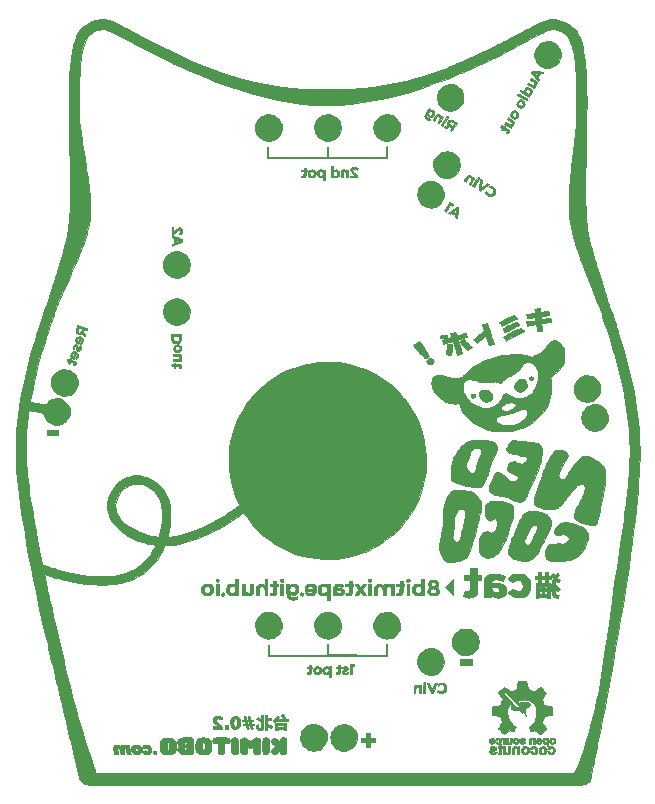
<source format=gbr>
G04 #@! TF.FileFunction,Copper,L2,Bot,Signal*
%FSLAX46Y46*%
G04 Gerber Fmt 4.6, Leading zero omitted, Abs format (unit mm)*
G04 Created by KiCad (PCBNEW 4.0.4-snap1-stable) date Tue Apr 11 15:34:12 2017*
%MOMM*%
%LPD*%
G01*
G04 APERTURE LIST*
%ADD10C,0.100000*%
%ADD11C,0.010000*%
%ADD12C,1.200000*%
G04 APERTURE END LIST*
D10*
D11*
G36*
X107976397Y-75761565D02*
X108207965Y-75801016D01*
X108449691Y-75871526D01*
X108707184Y-75973980D01*
X108927353Y-76079055D01*
X109093071Y-76165540D01*
X109227285Y-76241788D01*
X109337828Y-76313209D01*
X109432531Y-76385214D01*
X109519226Y-76463213D01*
X109593165Y-76539013D01*
X109719955Y-76691271D01*
X109837057Y-76866009D01*
X109944843Y-77064827D01*
X110043687Y-77289325D01*
X110133962Y-77541103D01*
X110216043Y-77821760D01*
X110290302Y-78132896D01*
X110357114Y-78476111D01*
X110416851Y-78853004D01*
X110469887Y-79265175D01*
X110516596Y-79714224D01*
X110557352Y-80201751D01*
X110592527Y-80729354D01*
X110599415Y-80848500D01*
X110607367Y-81022248D01*
X110613990Y-81235548D01*
X110619307Y-81485641D01*
X110623337Y-81769767D01*
X110626103Y-82085166D01*
X110627626Y-82429079D01*
X110627928Y-82798746D01*
X110627031Y-83191407D01*
X110624955Y-83604304D01*
X110621723Y-84034676D01*
X110617356Y-84479763D01*
X110611875Y-84936807D01*
X110605303Y-85403048D01*
X110597659Y-85875725D01*
X110588967Y-86352080D01*
X110579248Y-86829353D01*
X110568523Y-87304783D01*
X110556813Y-87775613D01*
X110544140Y-88239081D01*
X110540865Y-88352084D01*
X110537382Y-88499684D01*
X110534507Y-88680549D01*
X110532224Y-88889740D01*
X110530521Y-89122319D01*
X110529383Y-89373348D01*
X110528794Y-89637889D01*
X110528742Y-89911004D01*
X110529211Y-90187754D01*
X110530188Y-90463202D01*
X110531657Y-90732410D01*
X110533606Y-90990438D01*
X110536018Y-91232350D01*
X110538880Y-91453207D01*
X110542178Y-91648071D01*
X110545897Y-91812003D01*
X110550023Y-91940067D01*
X110551377Y-91971584D01*
X110574940Y-92374431D01*
X110608215Y-92766834D01*
X110652258Y-93154945D01*
X110708124Y-93544918D01*
X110776870Y-93942905D01*
X110859550Y-94355061D01*
X110957220Y-94787536D01*
X111070936Y-95246486D01*
X111190505Y-95696917D01*
X111240771Y-95879645D01*
X111291421Y-96060401D01*
X111343333Y-96241949D01*
X111397382Y-96427055D01*
X111454446Y-96618482D01*
X111515401Y-96818996D01*
X111581123Y-97031361D01*
X111652490Y-97258343D01*
X111730378Y-97502705D01*
X111815664Y-97767213D01*
X111909224Y-98054631D01*
X112011935Y-98367725D01*
X112124674Y-98709258D01*
X112248317Y-99081996D01*
X112383742Y-99488703D01*
X112531824Y-99932144D01*
X112563042Y-100025500D01*
X112653959Y-100297809D01*
X112745417Y-100572641D01*
X112835864Y-100845280D01*
X112923747Y-101111012D01*
X113007516Y-101365119D01*
X113085618Y-101602887D01*
X113156502Y-101819601D01*
X113218616Y-102010545D01*
X113270409Y-102171003D01*
X113310328Y-102296260D01*
X113311796Y-102300917D01*
X113557437Y-103096368D01*
X113782413Y-103858817D01*
X113987472Y-104591784D01*
X114173361Y-105298786D01*
X114340825Y-105983342D01*
X114490613Y-106648970D01*
X114623470Y-107299189D01*
X114740144Y-107937517D01*
X114841380Y-108567473D01*
X114927926Y-109192574D01*
X115000529Y-109816340D01*
X115059934Y-110442289D01*
X115072709Y-110598250D01*
X115083456Y-110761073D01*
X115092989Y-110959777D01*
X115101236Y-111187923D01*
X115108129Y-111439074D01*
X115113598Y-111706792D01*
X115117573Y-111984640D01*
X115119984Y-112266179D01*
X115120762Y-112544973D01*
X115119837Y-112814584D01*
X115117139Y-113068574D01*
X115112598Y-113300505D01*
X115106145Y-113503940D01*
X115104595Y-113541178D01*
X115069984Y-114212275D01*
X115022904Y-114923622D01*
X114963384Y-115675023D01*
X114891451Y-116466283D01*
X114807135Y-117297205D01*
X114710464Y-118167593D01*
X114601467Y-119077252D01*
X114480172Y-120025985D01*
X114346607Y-121013596D01*
X114200802Y-122039889D01*
X114042785Y-123104668D01*
X113872584Y-124207738D01*
X113690229Y-125348901D01*
X113495746Y-126527963D01*
X113289166Y-127744726D01*
X113070517Y-128998995D01*
X112839827Y-130290575D01*
X112597124Y-131619268D01*
X112342438Y-132984879D01*
X112075797Y-134387211D01*
X112042812Y-134558917D01*
X112010149Y-134727650D01*
X111969977Y-134933320D01*
X111923179Y-135171510D01*
X111870640Y-135437801D01*
X111813243Y-135727774D01*
X111751871Y-136037012D01*
X111687408Y-136361096D01*
X111620738Y-136695608D01*
X111552744Y-137036130D01*
X111484310Y-137378243D01*
X111416319Y-137717530D01*
X111349655Y-138049572D01*
X111285202Y-138369951D01*
X111223844Y-138674249D01*
X111166463Y-138958047D01*
X111113944Y-139216928D01*
X111067170Y-139446473D01*
X111027024Y-139642263D01*
X111001460Y-139765917D01*
X110900316Y-140252750D01*
X110784449Y-140370690D01*
X110679732Y-140462388D01*
X110578308Y-140522993D01*
X110562750Y-140529440D01*
X110556576Y-140531644D01*
X110549177Y-140533767D01*
X110539774Y-140535811D01*
X110527586Y-140537779D01*
X110511835Y-140539670D01*
X110491739Y-140541488D01*
X110466519Y-140543234D01*
X110435397Y-140544909D01*
X110397591Y-140546515D01*
X110352322Y-140548053D01*
X110298811Y-140549527D01*
X110236277Y-140550936D01*
X110163942Y-140552282D01*
X110081024Y-140553569D01*
X109986745Y-140554796D01*
X109880325Y-140555965D01*
X109760984Y-140557079D01*
X109627943Y-140558139D01*
X109480421Y-140559147D01*
X109317639Y-140560104D01*
X109138817Y-140561011D01*
X108943175Y-140561872D01*
X108729934Y-140562686D01*
X108498314Y-140563456D01*
X108247535Y-140564184D01*
X107976818Y-140564871D01*
X107685382Y-140565519D01*
X107372449Y-140566129D01*
X107037238Y-140566704D01*
X106678969Y-140567244D01*
X106296863Y-140567751D01*
X105890140Y-140568228D01*
X105458021Y-140568675D01*
X104999725Y-140569095D01*
X104514473Y-140569489D01*
X104001486Y-140569858D01*
X103459983Y-140570205D01*
X102889184Y-140570531D01*
X102288311Y-140570837D01*
X101656582Y-140571126D01*
X100993220Y-140571399D01*
X100297443Y-140571657D01*
X99568472Y-140571903D01*
X98805528Y-140572137D01*
X98007830Y-140572363D01*
X97174599Y-140572580D01*
X96305055Y-140572791D01*
X95398418Y-140572998D01*
X94453910Y-140573202D01*
X93470749Y-140573404D01*
X92448156Y-140573608D01*
X91385352Y-140573813D01*
X90281557Y-140574022D01*
X89459583Y-140574176D01*
X88312466Y-140574385D01*
X87206933Y-140574574D01*
X86142236Y-140574743D01*
X85117623Y-140574890D01*
X84132347Y-140575015D01*
X83185658Y-140575116D01*
X82276806Y-140575192D01*
X81405043Y-140575244D01*
X80569619Y-140575269D01*
X79769785Y-140575267D01*
X79004791Y-140575236D01*
X78273889Y-140575177D01*
X77576329Y-140575087D01*
X76911361Y-140574966D01*
X76278238Y-140574813D01*
X75676208Y-140574628D01*
X75104523Y-140574408D01*
X74562434Y-140574154D01*
X74049191Y-140573863D01*
X73564045Y-140573536D01*
X73106247Y-140573171D01*
X72675048Y-140572768D01*
X72269698Y-140572325D01*
X71889448Y-140571841D01*
X71533549Y-140571316D01*
X71201251Y-140570749D01*
X70891805Y-140570138D01*
X70604463Y-140569482D01*
X70338474Y-140568782D01*
X70093089Y-140568035D01*
X69867559Y-140567241D01*
X69661135Y-140566399D01*
X69473068Y-140565507D01*
X69302608Y-140564566D01*
X69149006Y-140563573D01*
X69011513Y-140562529D01*
X68889379Y-140561432D01*
X68781855Y-140560280D01*
X68688192Y-140559074D01*
X68607641Y-140557813D01*
X68539452Y-140556494D01*
X68482876Y-140555118D01*
X68437164Y-140553683D01*
X68401567Y-140552189D01*
X68375334Y-140550634D01*
X68357718Y-140549018D01*
X68348210Y-140547406D01*
X68177564Y-140484898D01*
X68017073Y-140394736D01*
X67875097Y-140283307D01*
X67759996Y-140157001D01*
X67690505Y-140044718D01*
X67656274Y-139959990D01*
X67620743Y-139847126D01*
X67588067Y-139719968D01*
X67575056Y-139660084D01*
X67558846Y-139584132D01*
X67534093Y-139472912D01*
X67502155Y-139332311D01*
X67464391Y-139168219D01*
X67422160Y-138986525D01*
X67376820Y-138793120D01*
X67329730Y-138593892D01*
X67308947Y-138506500D01*
X67225718Y-138156924D01*
X67136924Y-137783474D01*
X67043131Y-137388560D01*
X66944910Y-136974590D01*
X66842825Y-136543973D01*
X66737447Y-136099119D01*
X66629342Y-135642436D01*
X66519079Y-135176332D01*
X66407224Y-134703218D01*
X66294347Y-134225501D01*
X66181014Y-133745591D01*
X66067793Y-133265896D01*
X65955253Y-132788826D01*
X65843961Y-132316790D01*
X65734484Y-131852195D01*
X65627391Y-131397452D01*
X65523250Y-130954968D01*
X65422627Y-130527154D01*
X65326092Y-130116417D01*
X65234211Y-129725168D01*
X65147553Y-129355813D01*
X65066685Y-129010764D01*
X64992175Y-128692427D01*
X64924591Y-128403213D01*
X64864501Y-128145530D01*
X64812473Y-127921788D01*
X64769073Y-127734394D01*
X64734871Y-127585758D01*
X64734583Y-127584500D01*
X64469698Y-126413279D01*
X64220307Y-125280974D01*
X63986334Y-124187136D01*
X63767704Y-123131316D01*
X63564340Y-122113064D01*
X63376167Y-121131932D01*
X63203108Y-120187468D01*
X63045089Y-119279225D01*
X62902033Y-118406753D01*
X62773864Y-117569601D01*
X62660507Y-116767322D01*
X62561885Y-115999464D01*
X62477924Y-115265580D01*
X62408546Y-114565219D01*
X62353676Y-113897932D01*
X62313238Y-113263269D01*
X62311096Y-113222917D01*
X62303957Y-113044211D01*
X62299125Y-112830918D01*
X62296506Y-112590715D01*
X62296003Y-112331278D01*
X62296887Y-112173224D01*
X63142556Y-112173224D01*
X63143345Y-112430218D01*
X63146987Y-112665819D01*
X63153602Y-112871649D01*
X63157922Y-112958334D01*
X63186310Y-113389604D01*
X63223303Y-113840554D01*
X63269147Y-114312829D01*
X63324089Y-114808071D01*
X63388375Y-115327926D01*
X63462250Y-115874038D01*
X63545960Y-116448050D01*
X63639752Y-117051607D01*
X63743870Y-117686353D01*
X63858563Y-118353931D01*
X63984074Y-119055987D01*
X64120651Y-119794164D01*
X64268540Y-120570107D01*
X64389846Y-121192167D01*
X64421632Y-121353164D01*
X64451157Y-121501713D01*
X64477342Y-121632464D01*
X64499109Y-121740067D01*
X64515379Y-121819172D01*
X64525074Y-121864429D01*
X64526975Y-121872230D01*
X64552524Y-121897095D01*
X64614955Y-121931412D01*
X64710217Y-121973835D01*
X64834259Y-122023012D01*
X64983031Y-122077596D01*
X65152483Y-122136238D01*
X65338563Y-122197588D01*
X65537222Y-122260298D01*
X65744409Y-122323020D01*
X65956072Y-122384404D01*
X66168163Y-122443101D01*
X66376629Y-122497762D01*
X66491214Y-122526336D01*
X66973805Y-122635167D01*
X67458773Y-122726977D01*
X67942030Y-122801558D01*
X68419487Y-122858700D01*
X68887056Y-122898196D01*
X69340648Y-122919837D01*
X69776174Y-122923414D01*
X70189546Y-122908719D01*
X70576675Y-122875543D01*
X70933473Y-122823677D01*
X71202217Y-122766641D01*
X71620579Y-122642062D01*
X72016932Y-122481536D01*
X72390251Y-122285886D01*
X72739510Y-122055931D01*
X73063686Y-121792493D01*
X73361751Y-121496393D01*
X73632683Y-121168451D01*
X73875455Y-120809487D01*
X74060165Y-120478114D01*
X74101601Y-120394282D01*
X74133569Y-120325286D01*
X74152484Y-120279155D01*
X74155721Y-120263999D01*
X74132359Y-120257444D01*
X74076499Y-120246840D01*
X73997582Y-120233882D01*
X73939869Y-120225216D01*
X73517370Y-120147738D01*
X73098816Y-120039528D01*
X72689253Y-119902892D01*
X72293725Y-119740139D01*
X71917278Y-119553575D01*
X71564958Y-119345508D01*
X71241810Y-119118245D01*
X70952879Y-118874093D01*
X70922322Y-118845274D01*
X70673402Y-118583643D01*
X70465382Y-118312948D01*
X70298401Y-118033485D01*
X70172601Y-117745552D01*
X70088123Y-117449447D01*
X70045106Y-117145466D01*
X70039406Y-116986676D01*
X70737814Y-116986676D01*
X70758941Y-117229954D01*
X70820928Y-117470781D01*
X70922309Y-117707558D01*
X71061619Y-117938687D01*
X71237394Y-118162568D01*
X71448167Y-118377604D01*
X71692474Y-118582197D01*
X71968850Y-118774746D01*
X72275829Y-118953654D01*
X72611947Y-119117323D01*
X72741704Y-119172994D01*
X73072384Y-119296040D01*
X73426250Y-119402400D01*
X73787187Y-119487886D01*
X74139083Y-119548313D01*
X74230166Y-119559755D01*
X74308314Y-119568876D01*
X74369286Y-119576245D01*
X74401559Y-119580465D01*
X74403289Y-119580754D01*
X74416289Y-119563703D01*
X74435541Y-119516623D01*
X74453214Y-119461792D01*
X74536446Y-119126666D01*
X74600413Y-118759057D01*
X74644327Y-118364567D01*
X74667403Y-117948799D01*
X74667863Y-117932500D01*
X74670986Y-117615579D01*
X74661860Y-117335545D01*
X74640208Y-117088677D01*
X74605755Y-116871258D01*
X74580987Y-116761850D01*
X74486226Y-116471458D01*
X74355333Y-116199400D01*
X74191203Y-115948733D01*
X73996730Y-115722516D01*
X73774807Y-115523805D01*
X73528330Y-115355658D01*
X73260191Y-115221132D01*
X73050936Y-115145456D01*
X72969915Y-115122151D01*
X72898447Y-115106104D01*
X72824985Y-115095959D01*
X72737983Y-115090357D01*
X72625893Y-115087941D01*
X72558000Y-115087508D01*
X72389382Y-115089969D01*
X72250871Y-115100336D01*
X72130598Y-115121029D01*
X72016692Y-115154472D01*
X71897285Y-115203084D01*
X71825338Y-115236983D01*
X71616173Y-115361283D01*
X71420669Y-115520784D01*
X71242519Y-115709543D01*
X71085417Y-115921620D01*
X70953057Y-116151071D01*
X70849130Y-116391954D01*
X70777332Y-116638328D01*
X70741354Y-116884251D01*
X70737814Y-116986676D01*
X70039406Y-116986676D01*
X70039166Y-116980000D01*
X70059707Y-116681085D01*
X70119399Y-116381974D01*
X70215340Y-116087371D01*
X70344632Y-115801978D01*
X70504376Y-115530498D01*
X70691672Y-115277632D01*
X70903620Y-115048084D01*
X71137322Y-114846555D01*
X71389878Y-114677748D01*
X71493321Y-114621563D01*
X71772286Y-114503015D01*
X72064710Y-114422958D01*
X72366558Y-114381336D01*
X72673793Y-114378091D01*
X72982380Y-114413166D01*
X73288283Y-114486505D01*
X73587465Y-114598050D01*
X73703378Y-114652863D01*
X74014946Y-114832073D01*
X74296612Y-115041178D01*
X74547952Y-115279689D01*
X74768541Y-115547119D01*
X74957956Y-115842979D01*
X75115771Y-116166781D01*
X75192923Y-116367953D01*
X75236732Y-116499904D01*
X75272356Y-116623607D01*
X75300598Y-116745621D01*
X75322263Y-116872506D01*
X75338155Y-117010822D01*
X75349077Y-117167127D01*
X75355834Y-117347981D01*
X75359229Y-117559943D01*
X75360038Y-117731417D01*
X75359304Y-117973061D01*
X75355852Y-118180682D01*
X75348963Y-118362546D01*
X75337917Y-118526914D01*
X75321996Y-118682051D01*
X75300480Y-118836222D01*
X75272651Y-118997689D01*
X75237789Y-119174716D01*
X75232038Y-119202500D01*
X75210154Y-119308396D01*
X75190695Y-119403833D01*
X75175713Y-119478661D01*
X75167260Y-119522733D01*
X75167038Y-119523991D01*
X75157077Y-119580898D01*
X75280996Y-119569721D01*
X75764187Y-119509510D01*
X76253299Y-119415208D01*
X76749960Y-119286220D01*
X77255799Y-119121952D01*
X77772443Y-118921809D01*
X78301520Y-118685196D01*
X78844658Y-118411520D01*
X79403484Y-118100185D01*
X79564166Y-118005480D01*
X79738051Y-117899233D01*
X79931273Y-117776735D01*
X80136728Y-117642820D01*
X80347310Y-117502326D01*
X80555916Y-117360088D01*
X80755439Y-117220943D01*
X80938777Y-117089725D01*
X81098823Y-116971271D01*
X81210154Y-116885100D01*
X81204051Y-116865393D01*
X81183231Y-116815389D01*
X81151118Y-116743043D01*
X81118020Y-116671040D01*
X80885055Y-116121241D01*
X80690896Y-115555209D01*
X80536037Y-114974716D01*
X80420970Y-114381537D01*
X80364810Y-113963750D01*
X80352965Y-113822350D01*
X80344311Y-113647711D01*
X80338794Y-113448716D01*
X80336360Y-113234247D01*
X80336955Y-113013186D01*
X80340525Y-112794414D01*
X80347017Y-112586814D01*
X80356377Y-112399268D01*
X80368550Y-112240658D01*
X80375652Y-112175167D01*
X80470523Y-111567930D01*
X80603273Y-110979562D01*
X80773997Y-110409841D01*
X80982790Y-109858545D01*
X81229745Y-109325453D01*
X81514959Y-108810342D01*
X81838526Y-108312990D01*
X82200540Y-107833177D01*
X82261914Y-107758167D01*
X82369629Y-107633360D01*
X82500525Y-107490298D01*
X82646860Y-107336769D01*
X82800888Y-107180562D01*
X82954865Y-107029469D01*
X83101046Y-106891277D01*
X83231687Y-106773778D01*
X83289500Y-106724607D01*
X83769780Y-106351386D01*
X84262332Y-106018321D01*
X84768569Y-105724809D01*
X85289907Y-105470248D01*
X85827761Y-105254033D01*
X86383547Y-105075564D01*
X86958680Y-104934235D01*
X87554576Y-104829446D01*
X87819166Y-104795283D01*
X87993874Y-104779560D01*
X88200468Y-104768290D01*
X88428737Y-104761476D01*
X88668470Y-104759116D01*
X88909453Y-104761210D01*
X89141477Y-104767758D01*
X89354328Y-104778760D01*
X89537795Y-104794217D01*
X89547771Y-104795300D01*
X90146696Y-104881939D01*
X90731268Y-105007911D01*
X91300183Y-105172502D01*
X91852140Y-105374997D01*
X92385835Y-105614681D01*
X92899966Y-105890839D01*
X93393231Y-106202758D01*
X93864327Y-106549723D01*
X94311951Y-106931019D01*
X94734801Y-107345932D01*
X95131574Y-107793746D01*
X95226002Y-107910084D01*
X95576957Y-108383556D01*
X95891372Y-108877097D01*
X96168813Y-109388673D01*
X96408846Y-109916254D01*
X96611039Y-110457806D01*
X96774958Y-111011298D01*
X96900168Y-111574698D01*
X96986238Y-112145973D01*
X97032732Y-112723091D01*
X97039219Y-113304021D01*
X97005263Y-113886730D01*
X96930432Y-114469186D01*
X96814292Y-115049357D01*
X96779361Y-115191417D01*
X96614616Y-115752967D01*
X96411760Y-116298025D01*
X96172321Y-116824966D01*
X95897825Y-117332163D01*
X95589800Y-117817991D01*
X95249773Y-118280822D01*
X94879271Y-118719032D01*
X94479820Y-119130993D01*
X94052948Y-119515080D01*
X93600182Y-119869668D01*
X93123049Y-120193129D01*
X92623076Y-120483837D01*
X92101789Y-120740167D01*
X91560717Y-120960493D01*
X91266175Y-121062201D01*
X90806954Y-121197900D01*
X90354839Y-121303742D01*
X89899362Y-121381481D01*
X89430057Y-121432872D01*
X88936459Y-121459672D01*
X88888083Y-121460999D01*
X88289413Y-121455399D01*
X87698176Y-121408455D01*
X87115692Y-121320517D01*
X86543281Y-121191932D01*
X85982263Y-121023052D01*
X85433958Y-120814224D01*
X84899687Y-120565799D01*
X84380770Y-120278125D01*
X84351992Y-120260741D01*
X83876661Y-119948308D01*
X83419131Y-119599546D01*
X82983141Y-119218055D01*
X82572432Y-118807436D01*
X82190745Y-118371291D01*
X81841820Y-117913219D01*
X81702684Y-117710250D01*
X81652499Y-117635194D01*
X81610241Y-117573141D01*
X81581915Y-117532854D01*
X81574428Y-117523123D01*
X81553373Y-117529695D01*
X81503329Y-117558013D01*
X81429434Y-117604779D01*
X81336827Y-117666693D01*
X81230648Y-117740454D01*
X81181502Y-117775420D01*
X80593261Y-118181349D01*
X80009797Y-118552999D01*
X79432267Y-118889887D01*
X78861827Y-119191532D01*
X78299634Y-119457450D01*
X77746844Y-119687160D01*
X77204613Y-119880179D01*
X76674099Y-120036025D01*
X76156457Y-120154216D01*
X75652843Y-120234268D01*
X75189611Y-120274497D01*
X74910805Y-120288405D01*
X74874502Y-120385744D01*
X74842878Y-120461809D01*
X74795470Y-120565014D01*
X74737198Y-120685571D01*
X74672981Y-120813697D01*
X74607742Y-120939606D01*
X74546401Y-121053513D01*
X74493877Y-121145631D01*
X74484962Y-121160417D01*
X74224635Y-121547831D01*
X73935368Y-121905499D01*
X73618800Y-122232200D01*
X73276567Y-122526714D01*
X72910307Y-122787821D01*
X72521655Y-123014301D01*
X72112249Y-123204933D01*
X71683726Y-123358498D01*
X71446750Y-123425123D01*
X71229875Y-123477302D01*
X71024817Y-123519391D01*
X70822186Y-123552578D01*
X70612589Y-123578051D01*
X70386636Y-123597001D01*
X70134936Y-123610615D01*
X69922750Y-123618064D01*
X69398792Y-123619754D01*
X68849589Y-123596053D01*
X68283121Y-123547801D01*
X67707371Y-123475838D01*
X67130319Y-123381004D01*
X66559947Y-123264140D01*
X66559634Y-123264070D01*
X66360250Y-123216688D01*
X66137223Y-123159754D01*
X65900842Y-123096180D01*
X65661395Y-123028877D01*
X65429171Y-122960757D01*
X65214458Y-122894731D01*
X65027545Y-122833712D01*
X64975041Y-122815634D01*
X64876558Y-122782008D01*
X64794171Y-122755449D01*
X64735126Y-122738169D01*
X64706667Y-122732385D01*
X64705166Y-122733113D01*
X64709621Y-122760977D01*
X64722507Y-122826876D01*
X64743110Y-122927511D01*
X64770715Y-123059584D01*
X64804607Y-123219796D01*
X64844071Y-123404849D01*
X64888392Y-123611444D01*
X64936854Y-123836283D01*
X64988743Y-124076067D01*
X65043344Y-124327498D01*
X65099941Y-124587277D01*
X65157820Y-124852106D01*
X65216265Y-125118686D01*
X65274562Y-125383719D01*
X65331995Y-125643905D01*
X65387849Y-125895948D01*
X65441410Y-126136548D01*
X65490711Y-126356834D01*
X65676547Y-127181103D01*
X65855232Y-127966121D01*
X66027392Y-128714250D01*
X66193656Y-129427851D01*
X66354651Y-130109286D01*
X66511004Y-130760916D01*
X66663343Y-131385102D01*
X66812294Y-131984207D01*
X66958485Y-132560592D01*
X67102543Y-133116619D01*
X67245097Y-133654648D01*
X67386772Y-134177042D01*
X67528196Y-134686162D01*
X67669998Y-135184370D01*
X67812803Y-135674026D01*
X67957240Y-136157494D01*
X68103935Y-136637134D01*
X68253516Y-137115308D01*
X68406611Y-137594378D01*
X68563846Y-138076704D01*
X68725850Y-138564649D01*
X68763150Y-138675834D01*
X68824311Y-138857449D01*
X68881451Y-139026437D01*
X68933141Y-139178615D01*
X68977951Y-139309806D01*
X69014448Y-139415828D01*
X69041203Y-139492501D01*
X69056786Y-139535646D01*
X69060146Y-139543667D01*
X69081592Y-139544210D01*
X69144368Y-139544774D01*
X69247471Y-139545358D01*
X69389900Y-139545962D01*
X69570651Y-139546583D01*
X69788720Y-139547220D01*
X70043107Y-139547872D01*
X70332807Y-139548538D01*
X70656817Y-139549217D01*
X71014136Y-139549906D01*
X71403760Y-139550605D01*
X71824687Y-139551313D01*
X72275912Y-139552028D01*
X72756435Y-139552749D01*
X73265252Y-139553474D01*
X73801359Y-139554203D01*
X74363756Y-139554933D01*
X74951437Y-139555664D01*
X75563401Y-139556394D01*
X76198645Y-139557123D01*
X76856166Y-139557848D01*
X77534962Y-139558569D01*
X78234029Y-139559283D01*
X78952364Y-139559991D01*
X79688965Y-139560689D01*
X80442829Y-139561378D01*
X81212954Y-139562056D01*
X81998336Y-139562722D01*
X82797972Y-139563374D01*
X83610860Y-139564010D01*
X84435997Y-139564631D01*
X85272380Y-139565233D01*
X85995304Y-139565733D01*
X86863747Y-139566325D01*
X87729778Y-139566921D01*
X88592116Y-139567520D01*
X89449477Y-139568120D01*
X90300580Y-139568721D01*
X91144141Y-139569322D01*
X91978879Y-139569922D01*
X92803511Y-139570519D01*
X93616754Y-139571113D01*
X94417327Y-139571703D01*
X95203946Y-139572288D01*
X95975330Y-139572867D01*
X96730196Y-139573438D01*
X97467262Y-139574001D01*
X98185245Y-139574555D01*
X98882862Y-139575098D01*
X99558832Y-139575631D01*
X100211872Y-139576151D01*
X100840699Y-139576657D01*
X101444032Y-139577150D01*
X102020587Y-139577627D01*
X102569082Y-139578088D01*
X103088236Y-139578531D01*
X103576765Y-139578956D01*
X104033387Y-139579362D01*
X104456820Y-139579748D01*
X104845781Y-139580112D01*
X105198987Y-139580454D01*
X105515158Y-139580773D01*
X105793009Y-139581067D01*
X106031259Y-139581336D01*
X106228625Y-139581579D01*
X106251269Y-139581608D01*
X109580955Y-139586000D01*
X109672074Y-139389679D01*
X109808800Y-139080860D01*
X109950177Y-138734388D01*
X110094812Y-138354509D01*
X110241315Y-137945470D01*
X110388295Y-137511517D01*
X110534360Y-137056897D01*
X110678119Y-136585857D01*
X110818181Y-136102642D01*
X110953154Y-135611501D01*
X111081648Y-135116679D01*
X111112815Y-134992012D01*
X111234538Y-134490049D01*
X111349882Y-133990644D01*
X111459617Y-133489539D01*
X111564511Y-132982475D01*
X111665332Y-132465192D01*
X111762849Y-131933432D01*
X111857830Y-131382935D01*
X111951043Y-130809442D01*
X112043258Y-130208694D01*
X112135242Y-129576431D01*
X112227764Y-128908394D01*
X112277464Y-128537000D01*
X112343378Y-128044855D01*
X112416309Y-127511606D01*
X112496165Y-126937881D01*
X112582859Y-126324309D01*
X112676299Y-125671518D01*
X112776396Y-124980137D01*
X112883060Y-124250793D01*
X112996202Y-123484117D01*
X113070986Y-122980750D01*
X113179708Y-122248251D01*
X113281708Y-121555648D01*
X113377215Y-120901079D01*
X113466456Y-120282682D01*
X113549658Y-119698594D01*
X113627050Y-119146952D01*
X113698859Y-118625893D01*
X113765313Y-118133556D01*
X113826638Y-117668078D01*
X113883064Y-117227596D01*
X113934817Y-116810248D01*
X113982125Y-116414170D01*
X114025215Y-116037501D01*
X114064316Y-115678378D01*
X114099655Y-115334938D01*
X114131459Y-115005320D01*
X114159956Y-114687659D01*
X114185374Y-114380094D01*
X114207941Y-114080762D01*
X114227883Y-113787801D01*
X114245429Y-113499348D01*
X114258094Y-113266696D01*
X114266825Y-113047319D01*
X114272433Y-112794895D01*
X114275040Y-112517630D01*
X114274770Y-112223729D01*
X114271749Y-111921400D01*
X114266099Y-111618848D01*
X114257944Y-111324279D01*
X114247410Y-111045900D01*
X114234619Y-110791917D01*
X114219697Y-110570536D01*
X114216791Y-110534750D01*
X114161391Y-109944996D01*
X114093647Y-109355574D01*
X114012893Y-108763569D01*
X113918463Y-108166070D01*
X113809693Y-107560161D01*
X113685918Y-106942931D01*
X113546471Y-106311466D01*
X113390689Y-105662853D01*
X113217906Y-104994177D01*
X113027456Y-104302527D01*
X112818674Y-103584989D01*
X112590896Y-102838649D01*
X112343456Y-102060595D01*
X112140977Y-101443667D01*
X112058355Y-101196674D01*
X111977929Y-100959930D01*
X111898044Y-100728963D01*
X111817046Y-100499304D01*
X111733278Y-100266482D01*
X111645086Y-100026027D01*
X111550814Y-99773468D01*
X111448808Y-99504335D01*
X111337411Y-99214157D01*
X111214969Y-98898465D01*
X111079827Y-98552787D01*
X110930329Y-98172654D01*
X110922285Y-98152250D01*
X110749252Y-97712158D01*
X110591507Y-97308182D01*
X110447993Y-96937386D01*
X110317654Y-96596835D01*
X110199436Y-96283593D01*
X110092284Y-95994724D01*
X109995141Y-95727294D01*
X109906952Y-95478365D01*
X109826661Y-95245003D01*
X109753214Y-95024271D01*
X109685554Y-94813235D01*
X109622627Y-94608958D01*
X109563376Y-94408505D01*
X109514417Y-94236437D01*
X109390387Y-93764874D01*
X109290057Y-93318222D01*
X109212313Y-92887098D01*
X109156039Y-92462118D01*
X109120118Y-92033897D01*
X109103435Y-91593051D01*
X109104875Y-91130196D01*
X109113069Y-90860745D01*
X109120339Y-90685229D01*
X109128279Y-90516832D01*
X109137223Y-90351973D01*
X109147508Y-90187071D01*
X109159468Y-90018547D01*
X109173438Y-89842819D01*
X109189755Y-89656307D01*
X109208752Y-89455431D01*
X109230766Y-89236611D01*
X109256132Y-88996266D01*
X109285184Y-88730815D01*
X109318259Y-88436679D01*
X109355691Y-88110276D01*
X109397817Y-87748027D01*
X109431231Y-87463084D01*
X109474248Y-87095972D01*
X109512512Y-86766305D01*
X109546490Y-86469514D01*
X109576647Y-86201034D01*
X109603448Y-85956296D01*
X109627358Y-85730734D01*
X109648843Y-85519781D01*
X109668368Y-85318870D01*
X109686398Y-85123434D01*
X109703399Y-84928907D01*
X109719836Y-84730721D01*
X109736174Y-84524309D01*
X109752568Y-84309250D01*
X109758702Y-84201725D01*
X109764013Y-84056866D01*
X109768502Y-83879662D01*
X109772170Y-83675106D01*
X109775020Y-83448188D01*
X109777053Y-83203898D01*
X109778270Y-82947227D01*
X109778673Y-82683167D01*
X109778264Y-82416707D01*
X109777043Y-82152839D01*
X109775012Y-81896554D01*
X109772174Y-81652841D01*
X109768529Y-81426693D01*
X109764079Y-81223099D01*
X109758825Y-81047051D01*
X109752769Y-80903539D01*
X109751522Y-80880250D01*
X109723172Y-80419945D01*
X109691751Y-80000123D01*
X109657085Y-79619030D01*
X109619000Y-79274914D01*
X109577321Y-78966024D01*
X109535511Y-78710667D01*
X109477293Y-78423721D01*
X109409067Y-78151242D01*
X109332365Y-77896974D01*
X109248720Y-77664659D01*
X109159664Y-77458042D01*
X109066730Y-77280867D01*
X108971450Y-77136877D01*
X108875356Y-77029817D01*
X108833462Y-76995555D01*
X108765068Y-76951954D01*
X108667878Y-76897745D01*
X108552388Y-76838078D01*
X108429095Y-76778103D01*
X108308493Y-76722971D01*
X108201079Y-76677832D01*
X108139166Y-76654874D01*
X107977296Y-76617307D01*
X107796551Y-76604663D01*
X107612290Y-76616962D01*
X107440666Y-76653980D01*
X107359752Y-76679964D01*
X107277672Y-76708937D01*
X107191193Y-76742473D01*
X107097083Y-76782148D01*
X106992108Y-76829537D01*
X106873036Y-76886214D01*
X106736634Y-76953755D01*
X106579670Y-77033735D01*
X106398909Y-77127728D01*
X106191121Y-77237309D01*
X105953071Y-77364054D01*
X105681527Y-77509538D01*
X105652083Y-77525351D01*
X105028492Y-77858018D01*
X104434033Y-78170235D01*
X103862580Y-78464986D01*
X103308011Y-78745254D01*
X102764199Y-79014022D01*
X102225022Y-79274274D01*
X101684353Y-79528994D01*
X101136069Y-79781164D01*
X100574045Y-80033768D01*
X99992157Y-80289790D01*
X99852416Y-80350536D01*
X98790662Y-80793468D01*
X97737259Y-81197612D01*
X96692809Y-81562804D01*
X95657911Y-81888880D01*
X94633168Y-82175676D01*
X93619179Y-82423027D01*
X92616546Y-82630769D01*
X91625869Y-82798739D01*
X90647749Y-82926772D01*
X90285083Y-82964380D01*
X90025451Y-82987385D01*
X89739557Y-83008883D01*
X89422744Y-83029185D01*
X89070355Y-83048603D01*
X88898666Y-83057149D01*
X88803469Y-83059101D01*
X88673300Y-83057890D01*
X88515378Y-83053828D01*
X88336920Y-83047227D01*
X88145146Y-83038398D01*
X87947273Y-83027654D01*
X87750521Y-83015305D01*
X87562108Y-83001663D01*
X87501666Y-82996822D01*
X86504329Y-82894658D01*
X85496706Y-82751462D01*
X84478861Y-82567251D01*
X83450861Y-82342043D01*
X82412769Y-82075854D01*
X81364649Y-81768702D01*
X80306567Y-81420603D01*
X79238587Y-81031575D01*
X78160773Y-80601635D01*
X77743833Y-80425472D01*
X77055230Y-80126231D01*
X76384852Y-79826925D01*
X75726022Y-79524315D01*
X75072061Y-79215161D01*
X74416292Y-78896225D01*
X73752038Y-78564268D01*
X73072620Y-78216051D01*
X72371360Y-77848334D01*
X71785416Y-77535404D01*
X71483099Y-77373523D01*
X71214541Y-77231510D01*
X70976867Y-77108025D01*
X70767199Y-77001724D01*
X70582662Y-76911267D01*
X70420377Y-76835311D01*
X70277470Y-76772515D01*
X70151063Y-76721536D01*
X70038279Y-76681033D01*
X69936243Y-76649665D01*
X69842077Y-76626088D01*
X69830836Y-76623647D01*
X69671729Y-76601763D01*
X69513763Y-76606504D01*
X69347028Y-76639085D01*
X69161615Y-76700719D01*
X69143555Y-76707780D01*
X68943084Y-76794317D01*
X68767483Y-76884992D01*
X68621425Y-76976971D01*
X68509585Y-77067422D01*
X68458150Y-77123167D01*
X68356345Y-77273716D01*
X68257489Y-77461666D01*
X68163298Y-77682102D01*
X68075488Y-77930108D01*
X67995776Y-78200771D01*
X67925875Y-78489176D01*
X67867503Y-78790407D01*
X67859641Y-78837667D01*
X67813068Y-79157921D01*
X67771092Y-79516205D01*
X67733957Y-79908440D01*
X67701905Y-80330548D01*
X67675182Y-80778449D01*
X67654032Y-81248064D01*
X67638700Y-81735315D01*
X67629428Y-82236123D01*
X67626457Y-82732334D01*
X67627561Y-82993336D01*
X67631021Y-83243865D01*
X67637195Y-83487343D01*
X67646442Y-83727190D01*
X67659123Y-83966830D01*
X67675595Y-84209683D01*
X67696219Y-84459172D01*
X67721352Y-84718718D01*
X67751355Y-84991743D01*
X67786586Y-85281670D01*
X67827405Y-85591919D01*
X67874170Y-85925913D01*
X67927242Y-86287073D01*
X67986978Y-86678822D01*
X68053738Y-87104581D01*
X68127881Y-87567772D01*
X68145173Y-87674750D01*
X68216108Y-88115986D01*
X68279731Y-88518805D01*
X68336406Y-88886422D01*
X68386495Y-89222051D01*
X68430363Y-89528906D01*
X68468371Y-89810203D01*
X68500884Y-90069157D01*
X68528265Y-90308981D01*
X68550876Y-90532890D01*
X68569082Y-90744099D01*
X68583245Y-90945824D01*
X68593729Y-91141277D01*
X68600896Y-91333675D01*
X68605111Y-91526231D01*
X68606736Y-91722161D01*
X68606782Y-91759917D01*
X68605480Y-91997950D01*
X68600866Y-92203690D01*
X68592017Y-92387112D01*
X68578013Y-92558188D01*
X68557930Y-92726893D01*
X68530848Y-92903200D01*
X68495843Y-93097082D01*
X68471767Y-93220417D01*
X68422464Y-93452522D01*
X68366112Y-93687533D01*
X68301658Y-93928311D01*
X68228048Y-94177718D01*
X68144231Y-94438615D01*
X68049154Y-94713862D01*
X67941764Y-95006321D01*
X67821008Y-95318854D01*
X67685834Y-95654320D01*
X67535188Y-96015582D01*
X67368020Y-96405500D01*
X67183275Y-96826936D01*
X66979901Y-97282751D01*
X66964873Y-97316167D01*
X66783428Y-97719963D01*
X66618356Y-98088642D01*
X66468322Y-98425535D01*
X66331990Y-98733976D01*
X66208026Y-99017298D01*
X66095094Y-99278834D01*
X65991858Y-99521917D01*
X65896984Y-99749880D01*
X65809136Y-99966056D01*
X65726978Y-100173779D01*
X65649175Y-100376381D01*
X65574392Y-100577196D01*
X65501293Y-100779556D01*
X65428543Y-100986795D01*
X65354807Y-101202246D01*
X65278750Y-101429242D01*
X65199035Y-101671115D01*
X65114328Y-101931200D01*
X65107642Y-101951824D01*
X64879223Y-102667581D01*
X64669049Y-103349337D01*
X64476122Y-104000796D01*
X64299444Y-104625665D01*
X64138017Y-105227648D01*
X63990845Y-105810451D01*
X63856928Y-106377780D01*
X63735270Y-106933340D01*
X63640167Y-107402084D01*
X63601584Y-107598904D01*
X63570352Y-107758124D01*
X63546027Y-107883751D01*
X63528167Y-107979794D01*
X63516328Y-108050263D01*
X63510069Y-108099165D01*
X63508945Y-108130509D01*
X63512516Y-108148305D01*
X63520338Y-108156560D01*
X63531967Y-108159285D01*
X63546963Y-108160486D01*
X63556256Y-108161904D01*
X63591947Y-108168770D01*
X63663331Y-108182143D01*
X63764455Y-108200920D01*
X63889369Y-108224000D01*
X64032121Y-108250281D01*
X64186760Y-108278661D01*
X64205784Y-108282147D01*
X64378165Y-108313594D01*
X64513604Y-108337795D01*
X64616772Y-108355278D01*
X64692341Y-108366571D01*
X64744983Y-108372201D01*
X64779368Y-108372694D01*
X64800168Y-108368580D01*
X64812054Y-108360384D01*
X64818254Y-108351301D01*
X64858135Y-108296110D01*
X64921369Y-108225970D01*
X64997366Y-108151234D01*
X65075538Y-108082256D01*
X65145297Y-108029388D01*
X65151877Y-108025081D01*
X65338209Y-107929639D01*
X65536046Y-107872134D01*
X65739689Y-107851822D01*
X65943437Y-107867962D01*
X66141589Y-107919810D01*
X66328445Y-108006625D01*
X66498304Y-108127664D01*
X66585435Y-108211796D01*
X66715931Y-108381760D01*
X66809313Y-108567042D01*
X66865621Y-108762671D01*
X66884898Y-108963673D01*
X66867181Y-109165079D01*
X66812514Y-109361914D01*
X66720935Y-109549209D01*
X66592486Y-109721990D01*
X66572945Y-109743272D01*
X66411446Y-109886068D01*
X66232815Y-109992716D01*
X66042003Y-110063126D01*
X65843962Y-110097207D01*
X65643644Y-110094867D01*
X65446000Y-110056016D01*
X65255982Y-109980563D01*
X65078542Y-109868416D01*
X64969205Y-109772750D01*
X64848889Y-109630391D01*
X64750312Y-109467280D01*
X64681101Y-109297070D01*
X64661700Y-109222417D01*
X64645645Y-109153047D01*
X64630994Y-109101367D01*
X64622442Y-109081170D01*
X64599169Y-109073886D01*
X64539551Y-109060301D01*
X64448931Y-109041489D01*
X64332650Y-109018522D01*
X64196050Y-108992474D01*
X64047422Y-108964962D01*
X65342931Y-108964962D01*
X65351761Y-109072345D01*
X65387447Y-109174662D01*
X65451199Y-109265741D01*
X65544229Y-109339411D01*
X65625916Y-109376795D01*
X65721746Y-109398300D01*
X65820613Y-109392462D01*
X65879846Y-109378612D01*
X65980643Y-109330798D01*
X66067365Y-109252683D01*
X66133597Y-109154230D01*
X66172925Y-109045400D01*
X66178932Y-108936155D01*
X66176206Y-108918406D01*
X66132751Y-108785230D01*
X66059254Y-108680240D01*
X65958636Y-108606121D01*
X65833821Y-108565559D01*
X65786146Y-108559872D01*
X65659258Y-108568053D01*
X65551964Y-108608196D01*
X65465474Y-108674129D01*
X65400998Y-108759683D01*
X65359747Y-108858684D01*
X65342931Y-108964962D01*
X64047422Y-108964962D01*
X64044472Y-108964416D01*
X64008857Y-108957938D01*
X63817089Y-108923794D01*
X63664287Y-108898043D01*
X63547993Y-108880344D01*
X63465750Y-108870360D01*
X63415099Y-108867751D01*
X63393584Y-108872177D01*
X63392964Y-108872955D01*
X63384345Y-108904152D01*
X63372402Y-108972516D01*
X63357703Y-109073057D01*
X63340813Y-109200787D01*
X63322300Y-109350719D01*
X63302729Y-109517862D01*
X63282667Y-109697230D01*
X63262682Y-109883834D01*
X63243338Y-110072686D01*
X63225203Y-110258796D01*
X63208843Y-110437178D01*
X63194825Y-110602842D01*
X63191018Y-110651167D01*
X63177210Y-110860584D01*
X63165534Y-111098876D01*
X63156110Y-111357663D01*
X63149059Y-111628569D01*
X63144501Y-111903215D01*
X63142556Y-112173224D01*
X62296887Y-112173224D01*
X62297520Y-112060286D01*
X62300959Y-111785416D01*
X62306225Y-111514345D01*
X62313221Y-111254750D01*
X62321851Y-111014308D01*
X62332018Y-110800698D01*
X62343626Y-110621597D01*
X62343794Y-110619417D01*
X62404975Y-109933819D01*
X62482305Y-109250099D01*
X62576589Y-108564250D01*
X62688631Y-107872262D01*
X62819236Y-107170127D01*
X62969206Y-106453835D01*
X63139347Y-105719379D01*
X63330463Y-104962750D01*
X63543357Y-104179938D01*
X63778834Y-103366935D01*
X63838611Y-103167497D01*
X63890932Y-102994904D01*
X63944051Y-102821596D01*
X63998950Y-102644546D01*
X64056611Y-102460726D01*
X64118018Y-102267108D01*
X64184152Y-102060662D01*
X64255996Y-101838362D01*
X64334533Y-101597180D01*
X64420745Y-101334086D01*
X64515615Y-101046053D01*
X64620125Y-100730054D01*
X64735258Y-100383059D01*
X64861996Y-100002041D01*
X65001322Y-99583971D01*
X65002186Y-99581382D01*
X65096387Y-99298546D01*
X65190112Y-99016401D01*
X65282027Y-98739005D01*
X65370797Y-98470414D01*
X65455089Y-98214689D01*
X65533568Y-97975886D01*
X65604900Y-97758063D01*
X65667751Y-97565280D01*
X65720786Y-97401592D01*
X65762672Y-97271060D01*
X65785219Y-97199750D01*
X65971066Y-96592881D01*
X66137597Y-96021066D01*
X66285363Y-95481981D01*
X66414921Y-94973301D01*
X66526822Y-94492700D01*
X66621622Y-94037854D01*
X66699875Y-93606437D01*
X66762133Y-93196124D01*
X66788697Y-92987584D01*
X66809895Y-92791042D01*
X66828675Y-92578086D01*
X66845049Y-92347077D01*
X66859028Y-92096374D01*
X66870622Y-91824336D01*
X66879842Y-91529322D01*
X66886698Y-91209693D01*
X66891203Y-90863807D01*
X66893365Y-90490023D01*
X66893197Y-90086703D01*
X66890709Y-89652204D01*
X66885912Y-89184886D01*
X66878816Y-88683109D01*
X66869433Y-88145232D01*
X66857773Y-87569615D01*
X66843847Y-86954617D01*
X66831700Y-86457667D01*
X66814479Y-85722817D01*
X66800867Y-85028564D01*
X66790929Y-84373321D01*
X66784730Y-83755500D01*
X66782336Y-83173514D01*
X66783814Y-82625775D01*
X66789227Y-82110695D01*
X66798642Y-81626688D01*
X66812125Y-81172165D01*
X66829740Y-80745539D01*
X66851555Y-80345222D01*
X66877633Y-79969627D01*
X66908041Y-79617166D01*
X66942845Y-79286253D01*
X66982109Y-78975298D01*
X67025900Y-78682715D01*
X67074283Y-78406916D01*
X67127324Y-78146314D01*
X67185087Y-77899321D01*
X67185283Y-77898541D01*
X67278198Y-77565774D01*
X67381520Y-77271800D01*
X67496863Y-77014000D01*
X67625838Y-76789759D01*
X67770059Y-76596457D01*
X67931139Y-76431478D01*
X68110690Y-76292204D01*
X68215068Y-76227238D01*
X68503151Y-76070895D01*
X68769112Y-75946946D01*
X69016730Y-75854302D01*
X69249785Y-75791870D01*
X69472055Y-75758560D01*
X69687319Y-75753281D01*
X69820597Y-75763805D01*
X69936112Y-75779300D01*
X70047754Y-75798644D01*
X70158824Y-75823248D01*
X70272627Y-75854519D01*
X70392466Y-75893866D01*
X70521645Y-75942699D01*
X70663467Y-76002426D01*
X70821234Y-76074455D01*
X70998251Y-76160196D01*
X71197821Y-76261058D01*
X71423248Y-76378449D01*
X71677833Y-76513778D01*
X71964882Y-76668453D01*
X72050000Y-76714595D01*
X72706253Y-77067606D01*
X73336172Y-77399842D01*
X73947779Y-77715259D01*
X74549097Y-78017814D01*
X75148149Y-78311463D01*
X75752958Y-78600162D01*
X76371547Y-78887868D01*
X77011938Y-79178538D01*
X77373416Y-79339800D01*
X77783314Y-79519912D01*
X78162152Y-79682603D01*
X78516244Y-79830335D01*
X78851902Y-79965572D01*
X79175439Y-80090779D01*
X79493167Y-80208419D01*
X79811401Y-80320957D01*
X80136452Y-80430855D01*
X80336750Y-80496348D01*
X81223032Y-80764468D01*
X82113238Y-80996839D01*
X83011585Y-81194231D01*
X83922289Y-81357412D01*
X84849569Y-81487152D01*
X85797641Y-81584220D01*
X86612666Y-81641043D01*
X87298617Y-81673913D01*
X87957388Y-81694468D01*
X88602291Y-81702747D01*
X89246636Y-81698787D01*
X89903734Y-81682627D01*
X90586898Y-81654304D01*
X90623750Y-81652481D01*
X91602091Y-81587174D01*
X92556498Y-81489496D01*
X93491400Y-81358504D01*
X94411225Y-81193253D01*
X95320405Y-80992800D01*
X96223367Y-80756201D01*
X97124542Y-80482511D01*
X98028358Y-80170786D01*
X98614166Y-79949348D01*
X98835985Y-79860585D01*
X99091186Y-79754766D01*
X99375348Y-79633890D01*
X99684050Y-79499951D01*
X100012869Y-79354948D01*
X100357385Y-79200876D01*
X100713176Y-79039732D01*
X101075821Y-78873513D01*
X101440897Y-78704215D01*
X101803984Y-78533835D01*
X102160659Y-78364370D01*
X102506502Y-78197815D01*
X102678166Y-78114206D01*
X102909236Y-78000477D01*
X103141354Y-77884697D01*
X103378814Y-77764635D01*
X103625911Y-77638062D01*
X103886942Y-77502745D01*
X104166200Y-77356453D01*
X104467982Y-77196957D01*
X104796581Y-77022024D01*
X105156294Y-76829424D01*
X105292250Y-76756401D01*
X105583317Y-76600480D01*
X105840770Y-76463838D01*
X106067859Y-76344946D01*
X106267840Y-76242279D01*
X106443965Y-76154312D01*
X106599488Y-76079516D01*
X106737661Y-76016367D01*
X106861738Y-75963338D01*
X106974972Y-75918902D01*
X107080617Y-75881533D01*
X107181925Y-75849705D01*
X107282150Y-75821892D01*
X107286561Y-75820743D01*
X107521304Y-75772312D01*
X107749379Y-75752291D01*
X107976397Y-75761565D01*
X107976397Y-75761565D01*
G37*
X107976397Y-75761565D02*
X108207965Y-75801016D01*
X108449691Y-75871526D01*
X108707184Y-75973980D01*
X108927353Y-76079055D01*
X109093071Y-76165540D01*
X109227285Y-76241788D01*
X109337828Y-76313209D01*
X109432531Y-76385214D01*
X109519226Y-76463213D01*
X109593165Y-76539013D01*
X109719955Y-76691271D01*
X109837057Y-76866009D01*
X109944843Y-77064827D01*
X110043687Y-77289325D01*
X110133962Y-77541103D01*
X110216043Y-77821760D01*
X110290302Y-78132896D01*
X110357114Y-78476111D01*
X110416851Y-78853004D01*
X110469887Y-79265175D01*
X110516596Y-79714224D01*
X110557352Y-80201751D01*
X110592527Y-80729354D01*
X110599415Y-80848500D01*
X110607367Y-81022248D01*
X110613990Y-81235548D01*
X110619307Y-81485641D01*
X110623337Y-81769767D01*
X110626103Y-82085166D01*
X110627626Y-82429079D01*
X110627928Y-82798746D01*
X110627031Y-83191407D01*
X110624955Y-83604304D01*
X110621723Y-84034676D01*
X110617356Y-84479763D01*
X110611875Y-84936807D01*
X110605303Y-85403048D01*
X110597659Y-85875725D01*
X110588967Y-86352080D01*
X110579248Y-86829353D01*
X110568523Y-87304783D01*
X110556813Y-87775613D01*
X110544140Y-88239081D01*
X110540865Y-88352084D01*
X110537382Y-88499684D01*
X110534507Y-88680549D01*
X110532224Y-88889740D01*
X110530521Y-89122319D01*
X110529383Y-89373348D01*
X110528794Y-89637889D01*
X110528742Y-89911004D01*
X110529211Y-90187754D01*
X110530188Y-90463202D01*
X110531657Y-90732410D01*
X110533606Y-90990438D01*
X110536018Y-91232350D01*
X110538880Y-91453207D01*
X110542178Y-91648071D01*
X110545897Y-91812003D01*
X110550023Y-91940067D01*
X110551377Y-91971584D01*
X110574940Y-92374431D01*
X110608215Y-92766834D01*
X110652258Y-93154945D01*
X110708124Y-93544918D01*
X110776870Y-93942905D01*
X110859550Y-94355061D01*
X110957220Y-94787536D01*
X111070936Y-95246486D01*
X111190505Y-95696917D01*
X111240771Y-95879645D01*
X111291421Y-96060401D01*
X111343333Y-96241949D01*
X111397382Y-96427055D01*
X111454446Y-96618482D01*
X111515401Y-96818996D01*
X111581123Y-97031361D01*
X111652490Y-97258343D01*
X111730378Y-97502705D01*
X111815664Y-97767213D01*
X111909224Y-98054631D01*
X112011935Y-98367725D01*
X112124674Y-98709258D01*
X112248317Y-99081996D01*
X112383742Y-99488703D01*
X112531824Y-99932144D01*
X112563042Y-100025500D01*
X112653959Y-100297809D01*
X112745417Y-100572641D01*
X112835864Y-100845280D01*
X112923747Y-101111012D01*
X113007516Y-101365119D01*
X113085618Y-101602887D01*
X113156502Y-101819601D01*
X113218616Y-102010545D01*
X113270409Y-102171003D01*
X113310328Y-102296260D01*
X113311796Y-102300917D01*
X113557437Y-103096368D01*
X113782413Y-103858817D01*
X113987472Y-104591784D01*
X114173361Y-105298786D01*
X114340825Y-105983342D01*
X114490613Y-106648970D01*
X114623470Y-107299189D01*
X114740144Y-107937517D01*
X114841380Y-108567473D01*
X114927926Y-109192574D01*
X115000529Y-109816340D01*
X115059934Y-110442289D01*
X115072709Y-110598250D01*
X115083456Y-110761073D01*
X115092989Y-110959777D01*
X115101236Y-111187923D01*
X115108129Y-111439074D01*
X115113598Y-111706792D01*
X115117573Y-111984640D01*
X115119984Y-112266179D01*
X115120762Y-112544973D01*
X115119837Y-112814584D01*
X115117139Y-113068574D01*
X115112598Y-113300505D01*
X115106145Y-113503940D01*
X115104595Y-113541178D01*
X115069984Y-114212275D01*
X115022904Y-114923622D01*
X114963384Y-115675023D01*
X114891451Y-116466283D01*
X114807135Y-117297205D01*
X114710464Y-118167593D01*
X114601467Y-119077252D01*
X114480172Y-120025985D01*
X114346607Y-121013596D01*
X114200802Y-122039889D01*
X114042785Y-123104668D01*
X113872584Y-124207738D01*
X113690229Y-125348901D01*
X113495746Y-126527963D01*
X113289166Y-127744726D01*
X113070517Y-128998995D01*
X112839827Y-130290575D01*
X112597124Y-131619268D01*
X112342438Y-132984879D01*
X112075797Y-134387211D01*
X112042812Y-134558917D01*
X112010149Y-134727650D01*
X111969977Y-134933320D01*
X111923179Y-135171510D01*
X111870640Y-135437801D01*
X111813243Y-135727774D01*
X111751871Y-136037012D01*
X111687408Y-136361096D01*
X111620738Y-136695608D01*
X111552744Y-137036130D01*
X111484310Y-137378243D01*
X111416319Y-137717530D01*
X111349655Y-138049572D01*
X111285202Y-138369951D01*
X111223844Y-138674249D01*
X111166463Y-138958047D01*
X111113944Y-139216928D01*
X111067170Y-139446473D01*
X111027024Y-139642263D01*
X111001460Y-139765917D01*
X110900316Y-140252750D01*
X110784449Y-140370690D01*
X110679732Y-140462388D01*
X110578308Y-140522993D01*
X110562750Y-140529440D01*
X110556576Y-140531644D01*
X110549177Y-140533767D01*
X110539774Y-140535811D01*
X110527586Y-140537779D01*
X110511835Y-140539670D01*
X110491739Y-140541488D01*
X110466519Y-140543234D01*
X110435397Y-140544909D01*
X110397591Y-140546515D01*
X110352322Y-140548053D01*
X110298811Y-140549527D01*
X110236277Y-140550936D01*
X110163942Y-140552282D01*
X110081024Y-140553569D01*
X109986745Y-140554796D01*
X109880325Y-140555965D01*
X109760984Y-140557079D01*
X109627943Y-140558139D01*
X109480421Y-140559147D01*
X109317639Y-140560104D01*
X109138817Y-140561011D01*
X108943175Y-140561872D01*
X108729934Y-140562686D01*
X108498314Y-140563456D01*
X108247535Y-140564184D01*
X107976818Y-140564871D01*
X107685382Y-140565519D01*
X107372449Y-140566129D01*
X107037238Y-140566704D01*
X106678969Y-140567244D01*
X106296863Y-140567751D01*
X105890140Y-140568228D01*
X105458021Y-140568675D01*
X104999725Y-140569095D01*
X104514473Y-140569489D01*
X104001486Y-140569858D01*
X103459983Y-140570205D01*
X102889184Y-140570531D01*
X102288311Y-140570837D01*
X101656582Y-140571126D01*
X100993220Y-140571399D01*
X100297443Y-140571657D01*
X99568472Y-140571903D01*
X98805528Y-140572137D01*
X98007830Y-140572363D01*
X97174599Y-140572580D01*
X96305055Y-140572791D01*
X95398418Y-140572998D01*
X94453910Y-140573202D01*
X93470749Y-140573404D01*
X92448156Y-140573608D01*
X91385352Y-140573813D01*
X90281557Y-140574022D01*
X89459583Y-140574176D01*
X88312466Y-140574385D01*
X87206933Y-140574574D01*
X86142236Y-140574743D01*
X85117623Y-140574890D01*
X84132347Y-140575015D01*
X83185658Y-140575116D01*
X82276806Y-140575192D01*
X81405043Y-140575244D01*
X80569619Y-140575269D01*
X79769785Y-140575267D01*
X79004791Y-140575236D01*
X78273889Y-140575177D01*
X77576329Y-140575087D01*
X76911361Y-140574966D01*
X76278238Y-140574813D01*
X75676208Y-140574628D01*
X75104523Y-140574408D01*
X74562434Y-140574154D01*
X74049191Y-140573863D01*
X73564045Y-140573536D01*
X73106247Y-140573171D01*
X72675048Y-140572768D01*
X72269698Y-140572325D01*
X71889448Y-140571841D01*
X71533549Y-140571316D01*
X71201251Y-140570749D01*
X70891805Y-140570138D01*
X70604463Y-140569482D01*
X70338474Y-140568782D01*
X70093089Y-140568035D01*
X69867559Y-140567241D01*
X69661135Y-140566399D01*
X69473068Y-140565507D01*
X69302608Y-140564566D01*
X69149006Y-140563573D01*
X69011513Y-140562529D01*
X68889379Y-140561432D01*
X68781855Y-140560280D01*
X68688192Y-140559074D01*
X68607641Y-140557813D01*
X68539452Y-140556494D01*
X68482876Y-140555118D01*
X68437164Y-140553683D01*
X68401567Y-140552189D01*
X68375334Y-140550634D01*
X68357718Y-140549018D01*
X68348210Y-140547406D01*
X68177564Y-140484898D01*
X68017073Y-140394736D01*
X67875097Y-140283307D01*
X67759996Y-140157001D01*
X67690505Y-140044718D01*
X67656274Y-139959990D01*
X67620743Y-139847126D01*
X67588067Y-139719968D01*
X67575056Y-139660084D01*
X67558846Y-139584132D01*
X67534093Y-139472912D01*
X67502155Y-139332311D01*
X67464391Y-139168219D01*
X67422160Y-138986525D01*
X67376820Y-138793120D01*
X67329730Y-138593892D01*
X67308947Y-138506500D01*
X67225718Y-138156924D01*
X67136924Y-137783474D01*
X67043131Y-137388560D01*
X66944910Y-136974590D01*
X66842825Y-136543973D01*
X66737447Y-136099119D01*
X66629342Y-135642436D01*
X66519079Y-135176332D01*
X66407224Y-134703218D01*
X66294347Y-134225501D01*
X66181014Y-133745591D01*
X66067793Y-133265896D01*
X65955253Y-132788826D01*
X65843961Y-132316790D01*
X65734484Y-131852195D01*
X65627391Y-131397452D01*
X65523250Y-130954968D01*
X65422627Y-130527154D01*
X65326092Y-130116417D01*
X65234211Y-129725168D01*
X65147553Y-129355813D01*
X65066685Y-129010764D01*
X64992175Y-128692427D01*
X64924591Y-128403213D01*
X64864501Y-128145530D01*
X64812473Y-127921788D01*
X64769073Y-127734394D01*
X64734871Y-127585758D01*
X64734583Y-127584500D01*
X64469698Y-126413279D01*
X64220307Y-125280974D01*
X63986334Y-124187136D01*
X63767704Y-123131316D01*
X63564340Y-122113064D01*
X63376167Y-121131932D01*
X63203108Y-120187468D01*
X63045089Y-119279225D01*
X62902033Y-118406753D01*
X62773864Y-117569601D01*
X62660507Y-116767322D01*
X62561885Y-115999464D01*
X62477924Y-115265580D01*
X62408546Y-114565219D01*
X62353676Y-113897932D01*
X62313238Y-113263269D01*
X62311096Y-113222917D01*
X62303957Y-113044211D01*
X62299125Y-112830918D01*
X62296506Y-112590715D01*
X62296003Y-112331278D01*
X62296887Y-112173224D01*
X63142556Y-112173224D01*
X63143345Y-112430218D01*
X63146987Y-112665819D01*
X63153602Y-112871649D01*
X63157922Y-112958334D01*
X63186310Y-113389604D01*
X63223303Y-113840554D01*
X63269147Y-114312829D01*
X63324089Y-114808071D01*
X63388375Y-115327926D01*
X63462250Y-115874038D01*
X63545960Y-116448050D01*
X63639752Y-117051607D01*
X63743870Y-117686353D01*
X63858563Y-118353931D01*
X63984074Y-119055987D01*
X64120651Y-119794164D01*
X64268540Y-120570107D01*
X64389846Y-121192167D01*
X64421632Y-121353164D01*
X64451157Y-121501713D01*
X64477342Y-121632464D01*
X64499109Y-121740067D01*
X64515379Y-121819172D01*
X64525074Y-121864429D01*
X64526975Y-121872230D01*
X64552524Y-121897095D01*
X64614955Y-121931412D01*
X64710217Y-121973835D01*
X64834259Y-122023012D01*
X64983031Y-122077596D01*
X65152483Y-122136238D01*
X65338563Y-122197588D01*
X65537222Y-122260298D01*
X65744409Y-122323020D01*
X65956072Y-122384404D01*
X66168163Y-122443101D01*
X66376629Y-122497762D01*
X66491214Y-122526336D01*
X66973805Y-122635167D01*
X67458773Y-122726977D01*
X67942030Y-122801558D01*
X68419487Y-122858700D01*
X68887056Y-122898196D01*
X69340648Y-122919837D01*
X69776174Y-122923414D01*
X70189546Y-122908719D01*
X70576675Y-122875543D01*
X70933473Y-122823677D01*
X71202217Y-122766641D01*
X71620579Y-122642062D01*
X72016932Y-122481536D01*
X72390251Y-122285886D01*
X72739510Y-122055931D01*
X73063686Y-121792493D01*
X73361751Y-121496393D01*
X73632683Y-121168451D01*
X73875455Y-120809487D01*
X74060165Y-120478114D01*
X74101601Y-120394282D01*
X74133569Y-120325286D01*
X74152484Y-120279155D01*
X74155721Y-120263999D01*
X74132359Y-120257444D01*
X74076499Y-120246840D01*
X73997582Y-120233882D01*
X73939869Y-120225216D01*
X73517370Y-120147738D01*
X73098816Y-120039528D01*
X72689253Y-119902892D01*
X72293725Y-119740139D01*
X71917278Y-119553575D01*
X71564958Y-119345508D01*
X71241810Y-119118245D01*
X70952879Y-118874093D01*
X70922322Y-118845274D01*
X70673402Y-118583643D01*
X70465382Y-118312948D01*
X70298401Y-118033485D01*
X70172601Y-117745552D01*
X70088123Y-117449447D01*
X70045106Y-117145466D01*
X70039406Y-116986676D01*
X70737814Y-116986676D01*
X70758941Y-117229954D01*
X70820928Y-117470781D01*
X70922309Y-117707558D01*
X71061619Y-117938687D01*
X71237394Y-118162568D01*
X71448167Y-118377604D01*
X71692474Y-118582197D01*
X71968850Y-118774746D01*
X72275829Y-118953654D01*
X72611947Y-119117323D01*
X72741704Y-119172994D01*
X73072384Y-119296040D01*
X73426250Y-119402400D01*
X73787187Y-119487886D01*
X74139083Y-119548313D01*
X74230166Y-119559755D01*
X74308314Y-119568876D01*
X74369286Y-119576245D01*
X74401559Y-119580465D01*
X74403289Y-119580754D01*
X74416289Y-119563703D01*
X74435541Y-119516623D01*
X74453214Y-119461792D01*
X74536446Y-119126666D01*
X74600413Y-118759057D01*
X74644327Y-118364567D01*
X74667403Y-117948799D01*
X74667863Y-117932500D01*
X74670986Y-117615579D01*
X74661860Y-117335545D01*
X74640208Y-117088677D01*
X74605755Y-116871258D01*
X74580987Y-116761850D01*
X74486226Y-116471458D01*
X74355333Y-116199400D01*
X74191203Y-115948733D01*
X73996730Y-115722516D01*
X73774807Y-115523805D01*
X73528330Y-115355658D01*
X73260191Y-115221132D01*
X73050936Y-115145456D01*
X72969915Y-115122151D01*
X72898447Y-115106104D01*
X72824985Y-115095959D01*
X72737983Y-115090357D01*
X72625893Y-115087941D01*
X72558000Y-115087508D01*
X72389382Y-115089969D01*
X72250871Y-115100336D01*
X72130598Y-115121029D01*
X72016692Y-115154472D01*
X71897285Y-115203084D01*
X71825338Y-115236983D01*
X71616173Y-115361283D01*
X71420669Y-115520784D01*
X71242519Y-115709543D01*
X71085417Y-115921620D01*
X70953057Y-116151071D01*
X70849130Y-116391954D01*
X70777332Y-116638328D01*
X70741354Y-116884251D01*
X70737814Y-116986676D01*
X70039406Y-116986676D01*
X70039166Y-116980000D01*
X70059707Y-116681085D01*
X70119399Y-116381974D01*
X70215340Y-116087371D01*
X70344632Y-115801978D01*
X70504376Y-115530498D01*
X70691672Y-115277632D01*
X70903620Y-115048084D01*
X71137322Y-114846555D01*
X71389878Y-114677748D01*
X71493321Y-114621563D01*
X71772286Y-114503015D01*
X72064710Y-114422958D01*
X72366558Y-114381336D01*
X72673793Y-114378091D01*
X72982380Y-114413166D01*
X73288283Y-114486505D01*
X73587465Y-114598050D01*
X73703378Y-114652863D01*
X74014946Y-114832073D01*
X74296612Y-115041178D01*
X74547952Y-115279689D01*
X74768541Y-115547119D01*
X74957956Y-115842979D01*
X75115771Y-116166781D01*
X75192923Y-116367953D01*
X75236732Y-116499904D01*
X75272356Y-116623607D01*
X75300598Y-116745621D01*
X75322263Y-116872506D01*
X75338155Y-117010822D01*
X75349077Y-117167127D01*
X75355834Y-117347981D01*
X75359229Y-117559943D01*
X75360038Y-117731417D01*
X75359304Y-117973061D01*
X75355852Y-118180682D01*
X75348963Y-118362546D01*
X75337917Y-118526914D01*
X75321996Y-118682051D01*
X75300480Y-118836222D01*
X75272651Y-118997689D01*
X75237789Y-119174716D01*
X75232038Y-119202500D01*
X75210154Y-119308396D01*
X75190695Y-119403833D01*
X75175713Y-119478661D01*
X75167260Y-119522733D01*
X75167038Y-119523991D01*
X75157077Y-119580898D01*
X75280996Y-119569721D01*
X75764187Y-119509510D01*
X76253299Y-119415208D01*
X76749960Y-119286220D01*
X77255799Y-119121952D01*
X77772443Y-118921809D01*
X78301520Y-118685196D01*
X78844658Y-118411520D01*
X79403484Y-118100185D01*
X79564166Y-118005480D01*
X79738051Y-117899233D01*
X79931273Y-117776735D01*
X80136728Y-117642820D01*
X80347310Y-117502326D01*
X80555916Y-117360088D01*
X80755439Y-117220943D01*
X80938777Y-117089725D01*
X81098823Y-116971271D01*
X81210154Y-116885100D01*
X81204051Y-116865393D01*
X81183231Y-116815389D01*
X81151118Y-116743043D01*
X81118020Y-116671040D01*
X80885055Y-116121241D01*
X80690896Y-115555209D01*
X80536037Y-114974716D01*
X80420970Y-114381537D01*
X80364810Y-113963750D01*
X80352965Y-113822350D01*
X80344311Y-113647711D01*
X80338794Y-113448716D01*
X80336360Y-113234247D01*
X80336955Y-113013186D01*
X80340525Y-112794414D01*
X80347017Y-112586814D01*
X80356377Y-112399268D01*
X80368550Y-112240658D01*
X80375652Y-112175167D01*
X80470523Y-111567930D01*
X80603273Y-110979562D01*
X80773997Y-110409841D01*
X80982790Y-109858545D01*
X81229745Y-109325453D01*
X81514959Y-108810342D01*
X81838526Y-108312990D01*
X82200540Y-107833177D01*
X82261914Y-107758167D01*
X82369629Y-107633360D01*
X82500525Y-107490298D01*
X82646860Y-107336769D01*
X82800888Y-107180562D01*
X82954865Y-107029469D01*
X83101046Y-106891277D01*
X83231687Y-106773778D01*
X83289500Y-106724607D01*
X83769780Y-106351386D01*
X84262332Y-106018321D01*
X84768569Y-105724809D01*
X85289907Y-105470248D01*
X85827761Y-105254033D01*
X86383547Y-105075564D01*
X86958680Y-104934235D01*
X87554576Y-104829446D01*
X87819166Y-104795283D01*
X87993874Y-104779560D01*
X88200468Y-104768290D01*
X88428737Y-104761476D01*
X88668470Y-104759116D01*
X88909453Y-104761210D01*
X89141477Y-104767758D01*
X89354328Y-104778760D01*
X89537795Y-104794217D01*
X89547771Y-104795300D01*
X90146696Y-104881939D01*
X90731268Y-105007911D01*
X91300183Y-105172502D01*
X91852140Y-105374997D01*
X92385835Y-105614681D01*
X92899966Y-105890839D01*
X93393231Y-106202758D01*
X93864327Y-106549723D01*
X94311951Y-106931019D01*
X94734801Y-107345932D01*
X95131574Y-107793746D01*
X95226002Y-107910084D01*
X95576957Y-108383556D01*
X95891372Y-108877097D01*
X96168813Y-109388673D01*
X96408846Y-109916254D01*
X96611039Y-110457806D01*
X96774958Y-111011298D01*
X96900168Y-111574698D01*
X96986238Y-112145973D01*
X97032732Y-112723091D01*
X97039219Y-113304021D01*
X97005263Y-113886730D01*
X96930432Y-114469186D01*
X96814292Y-115049357D01*
X96779361Y-115191417D01*
X96614616Y-115752967D01*
X96411760Y-116298025D01*
X96172321Y-116824966D01*
X95897825Y-117332163D01*
X95589800Y-117817991D01*
X95249773Y-118280822D01*
X94879271Y-118719032D01*
X94479820Y-119130993D01*
X94052948Y-119515080D01*
X93600182Y-119869668D01*
X93123049Y-120193129D01*
X92623076Y-120483837D01*
X92101789Y-120740167D01*
X91560717Y-120960493D01*
X91266175Y-121062201D01*
X90806954Y-121197900D01*
X90354839Y-121303742D01*
X89899362Y-121381481D01*
X89430057Y-121432872D01*
X88936459Y-121459672D01*
X88888083Y-121460999D01*
X88289413Y-121455399D01*
X87698176Y-121408455D01*
X87115692Y-121320517D01*
X86543281Y-121191932D01*
X85982263Y-121023052D01*
X85433958Y-120814224D01*
X84899687Y-120565799D01*
X84380770Y-120278125D01*
X84351992Y-120260741D01*
X83876661Y-119948308D01*
X83419131Y-119599546D01*
X82983141Y-119218055D01*
X82572432Y-118807436D01*
X82190745Y-118371291D01*
X81841820Y-117913219D01*
X81702684Y-117710250D01*
X81652499Y-117635194D01*
X81610241Y-117573141D01*
X81581915Y-117532854D01*
X81574428Y-117523123D01*
X81553373Y-117529695D01*
X81503329Y-117558013D01*
X81429434Y-117604779D01*
X81336827Y-117666693D01*
X81230648Y-117740454D01*
X81181502Y-117775420D01*
X80593261Y-118181349D01*
X80009797Y-118552999D01*
X79432267Y-118889887D01*
X78861827Y-119191532D01*
X78299634Y-119457450D01*
X77746844Y-119687160D01*
X77204613Y-119880179D01*
X76674099Y-120036025D01*
X76156457Y-120154216D01*
X75652843Y-120234268D01*
X75189611Y-120274497D01*
X74910805Y-120288405D01*
X74874502Y-120385744D01*
X74842878Y-120461809D01*
X74795470Y-120565014D01*
X74737198Y-120685571D01*
X74672981Y-120813697D01*
X74607742Y-120939606D01*
X74546401Y-121053513D01*
X74493877Y-121145631D01*
X74484962Y-121160417D01*
X74224635Y-121547831D01*
X73935368Y-121905499D01*
X73618800Y-122232200D01*
X73276567Y-122526714D01*
X72910307Y-122787821D01*
X72521655Y-123014301D01*
X72112249Y-123204933D01*
X71683726Y-123358498D01*
X71446750Y-123425123D01*
X71229875Y-123477302D01*
X71024817Y-123519391D01*
X70822186Y-123552578D01*
X70612589Y-123578051D01*
X70386636Y-123597001D01*
X70134936Y-123610615D01*
X69922750Y-123618064D01*
X69398792Y-123619754D01*
X68849589Y-123596053D01*
X68283121Y-123547801D01*
X67707371Y-123475838D01*
X67130319Y-123381004D01*
X66559947Y-123264140D01*
X66559634Y-123264070D01*
X66360250Y-123216688D01*
X66137223Y-123159754D01*
X65900842Y-123096180D01*
X65661395Y-123028877D01*
X65429171Y-122960757D01*
X65214458Y-122894731D01*
X65027545Y-122833712D01*
X64975041Y-122815634D01*
X64876558Y-122782008D01*
X64794171Y-122755449D01*
X64735126Y-122738169D01*
X64706667Y-122732385D01*
X64705166Y-122733113D01*
X64709621Y-122760977D01*
X64722507Y-122826876D01*
X64743110Y-122927511D01*
X64770715Y-123059584D01*
X64804607Y-123219796D01*
X64844071Y-123404849D01*
X64888392Y-123611444D01*
X64936854Y-123836283D01*
X64988743Y-124076067D01*
X65043344Y-124327498D01*
X65099941Y-124587277D01*
X65157820Y-124852106D01*
X65216265Y-125118686D01*
X65274562Y-125383719D01*
X65331995Y-125643905D01*
X65387849Y-125895948D01*
X65441410Y-126136548D01*
X65490711Y-126356834D01*
X65676547Y-127181103D01*
X65855232Y-127966121D01*
X66027392Y-128714250D01*
X66193656Y-129427851D01*
X66354651Y-130109286D01*
X66511004Y-130760916D01*
X66663343Y-131385102D01*
X66812294Y-131984207D01*
X66958485Y-132560592D01*
X67102543Y-133116619D01*
X67245097Y-133654648D01*
X67386772Y-134177042D01*
X67528196Y-134686162D01*
X67669998Y-135184370D01*
X67812803Y-135674026D01*
X67957240Y-136157494D01*
X68103935Y-136637134D01*
X68253516Y-137115308D01*
X68406611Y-137594378D01*
X68563846Y-138076704D01*
X68725850Y-138564649D01*
X68763150Y-138675834D01*
X68824311Y-138857449D01*
X68881451Y-139026437D01*
X68933141Y-139178615D01*
X68977951Y-139309806D01*
X69014448Y-139415828D01*
X69041203Y-139492501D01*
X69056786Y-139535646D01*
X69060146Y-139543667D01*
X69081592Y-139544210D01*
X69144368Y-139544774D01*
X69247471Y-139545358D01*
X69389900Y-139545962D01*
X69570651Y-139546583D01*
X69788720Y-139547220D01*
X70043107Y-139547872D01*
X70332807Y-139548538D01*
X70656817Y-139549217D01*
X71014136Y-139549906D01*
X71403760Y-139550605D01*
X71824687Y-139551313D01*
X72275912Y-139552028D01*
X72756435Y-139552749D01*
X73265252Y-139553474D01*
X73801359Y-139554203D01*
X74363756Y-139554933D01*
X74951437Y-139555664D01*
X75563401Y-139556394D01*
X76198645Y-139557123D01*
X76856166Y-139557848D01*
X77534962Y-139558569D01*
X78234029Y-139559283D01*
X78952364Y-139559991D01*
X79688965Y-139560689D01*
X80442829Y-139561378D01*
X81212954Y-139562056D01*
X81998336Y-139562722D01*
X82797972Y-139563374D01*
X83610860Y-139564010D01*
X84435997Y-139564631D01*
X85272380Y-139565233D01*
X85995304Y-139565733D01*
X86863747Y-139566325D01*
X87729778Y-139566921D01*
X88592116Y-139567520D01*
X89449477Y-139568120D01*
X90300580Y-139568721D01*
X91144141Y-139569322D01*
X91978879Y-139569922D01*
X92803511Y-139570519D01*
X93616754Y-139571113D01*
X94417327Y-139571703D01*
X95203946Y-139572288D01*
X95975330Y-139572867D01*
X96730196Y-139573438D01*
X97467262Y-139574001D01*
X98185245Y-139574555D01*
X98882862Y-139575098D01*
X99558832Y-139575631D01*
X100211872Y-139576151D01*
X100840699Y-139576657D01*
X101444032Y-139577150D01*
X102020587Y-139577627D01*
X102569082Y-139578088D01*
X103088236Y-139578531D01*
X103576765Y-139578956D01*
X104033387Y-139579362D01*
X104456820Y-139579748D01*
X104845781Y-139580112D01*
X105198987Y-139580454D01*
X105515158Y-139580773D01*
X105793009Y-139581067D01*
X106031259Y-139581336D01*
X106228625Y-139581579D01*
X106251269Y-139581608D01*
X109580955Y-139586000D01*
X109672074Y-139389679D01*
X109808800Y-139080860D01*
X109950177Y-138734388D01*
X110094812Y-138354509D01*
X110241315Y-137945470D01*
X110388295Y-137511517D01*
X110534360Y-137056897D01*
X110678119Y-136585857D01*
X110818181Y-136102642D01*
X110953154Y-135611501D01*
X111081648Y-135116679D01*
X111112815Y-134992012D01*
X111234538Y-134490049D01*
X111349882Y-133990644D01*
X111459617Y-133489539D01*
X111564511Y-132982475D01*
X111665332Y-132465192D01*
X111762849Y-131933432D01*
X111857830Y-131382935D01*
X111951043Y-130809442D01*
X112043258Y-130208694D01*
X112135242Y-129576431D01*
X112227764Y-128908394D01*
X112277464Y-128537000D01*
X112343378Y-128044855D01*
X112416309Y-127511606D01*
X112496165Y-126937881D01*
X112582859Y-126324309D01*
X112676299Y-125671518D01*
X112776396Y-124980137D01*
X112883060Y-124250793D01*
X112996202Y-123484117D01*
X113070986Y-122980750D01*
X113179708Y-122248251D01*
X113281708Y-121555648D01*
X113377215Y-120901079D01*
X113466456Y-120282682D01*
X113549658Y-119698594D01*
X113627050Y-119146952D01*
X113698859Y-118625893D01*
X113765313Y-118133556D01*
X113826638Y-117668078D01*
X113883064Y-117227596D01*
X113934817Y-116810248D01*
X113982125Y-116414170D01*
X114025215Y-116037501D01*
X114064316Y-115678378D01*
X114099655Y-115334938D01*
X114131459Y-115005320D01*
X114159956Y-114687659D01*
X114185374Y-114380094D01*
X114207941Y-114080762D01*
X114227883Y-113787801D01*
X114245429Y-113499348D01*
X114258094Y-113266696D01*
X114266825Y-113047319D01*
X114272433Y-112794895D01*
X114275040Y-112517630D01*
X114274770Y-112223729D01*
X114271749Y-111921400D01*
X114266099Y-111618848D01*
X114257944Y-111324279D01*
X114247410Y-111045900D01*
X114234619Y-110791917D01*
X114219697Y-110570536D01*
X114216791Y-110534750D01*
X114161391Y-109944996D01*
X114093647Y-109355574D01*
X114012893Y-108763569D01*
X113918463Y-108166070D01*
X113809693Y-107560161D01*
X113685918Y-106942931D01*
X113546471Y-106311466D01*
X113390689Y-105662853D01*
X113217906Y-104994177D01*
X113027456Y-104302527D01*
X112818674Y-103584989D01*
X112590896Y-102838649D01*
X112343456Y-102060595D01*
X112140977Y-101443667D01*
X112058355Y-101196674D01*
X111977929Y-100959930D01*
X111898044Y-100728963D01*
X111817046Y-100499304D01*
X111733278Y-100266482D01*
X111645086Y-100026027D01*
X111550814Y-99773468D01*
X111448808Y-99504335D01*
X111337411Y-99214157D01*
X111214969Y-98898465D01*
X111079827Y-98552787D01*
X110930329Y-98172654D01*
X110922285Y-98152250D01*
X110749252Y-97712158D01*
X110591507Y-97308182D01*
X110447993Y-96937386D01*
X110317654Y-96596835D01*
X110199436Y-96283593D01*
X110092284Y-95994724D01*
X109995141Y-95727294D01*
X109906952Y-95478365D01*
X109826661Y-95245003D01*
X109753214Y-95024271D01*
X109685554Y-94813235D01*
X109622627Y-94608958D01*
X109563376Y-94408505D01*
X109514417Y-94236437D01*
X109390387Y-93764874D01*
X109290057Y-93318222D01*
X109212313Y-92887098D01*
X109156039Y-92462118D01*
X109120118Y-92033897D01*
X109103435Y-91593051D01*
X109104875Y-91130196D01*
X109113069Y-90860745D01*
X109120339Y-90685229D01*
X109128279Y-90516832D01*
X109137223Y-90351973D01*
X109147508Y-90187071D01*
X109159468Y-90018547D01*
X109173438Y-89842819D01*
X109189755Y-89656307D01*
X109208752Y-89455431D01*
X109230766Y-89236611D01*
X109256132Y-88996266D01*
X109285184Y-88730815D01*
X109318259Y-88436679D01*
X109355691Y-88110276D01*
X109397817Y-87748027D01*
X109431231Y-87463084D01*
X109474248Y-87095972D01*
X109512512Y-86766305D01*
X109546490Y-86469514D01*
X109576647Y-86201034D01*
X109603448Y-85956296D01*
X109627358Y-85730734D01*
X109648843Y-85519781D01*
X109668368Y-85318870D01*
X109686398Y-85123434D01*
X109703399Y-84928907D01*
X109719836Y-84730721D01*
X109736174Y-84524309D01*
X109752568Y-84309250D01*
X109758702Y-84201725D01*
X109764013Y-84056866D01*
X109768502Y-83879662D01*
X109772170Y-83675106D01*
X109775020Y-83448188D01*
X109777053Y-83203898D01*
X109778270Y-82947227D01*
X109778673Y-82683167D01*
X109778264Y-82416707D01*
X109777043Y-82152839D01*
X109775012Y-81896554D01*
X109772174Y-81652841D01*
X109768529Y-81426693D01*
X109764079Y-81223099D01*
X109758825Y-81047051D01*
X109752769Y-80903539D01*
X109751522Y-80880250D01*
X109723172Y-80419945D01*
X109691751Y-80000123D01*
X109657085Y-79619030D01*
X109619000Y-79274914D01*
X109577321Y-78966024D01*
X109535511Y-78710667D01*
X109477293Y-78423721D01*
X109409067Y-78151242D01*
X109332365Y-77896974D01*
X109248720Y-77664659D01*
X109159664Y-77458042D01*
X109066730Y-77280867D01*
X108971450Y-77136877D01*
X108875356Y-77029817D01*
X108833462Y-76995555D01*
X108765068Y-76951954D01*
X108667878Y-76897745D01*
X108552388Y-76838078D01*
X108429095Y-76778103D01*
X108308493Y-76722971D01*
X108201079Y-76677832D01*
X108139166Y-76654874D01*
X107977296Y-76617307D01*
X107796551Y-76604663D01*
X107612290Y-76616962D01*
X107440666Y-76653980D01*
X107359752Y-76679964D01*
X107277672Y-76708937D01*
X107191193Y-76742473D01*
X107097083Y-76782148D01*
X106992108Y-76829537D01*
X106873036Y-76886214D01*
X106736634Y-76953755D01*
X106579670Y-77033735D01*
X106398909Y-77127728D01*
X106191121Y-77237309D01*
X105953071Y-77364054D01*
X105681527Y-77509538D01*
X105652083Y-77525351D01*
X105028492Y-77858018D01*
X104434033Y-78170235D01*
X103862580Y-78464986D01*
X103308011Y-78745254D01*
X102764199Y-79014022D01*
X102225022Y-79274274D01*
X101684353Y-79528994D01*
X101136069Y-79781164D01*
X100574045Y-80033768D01*
X99992157Y-80289790D01*
X99852416Y-80350536D01*
X98790662Y-80793468D01*
X97737259Y-81197612D01*
X96692809Y-81562804D01*
X95657911Y-81888880D01*
X94633168Y-82175676D01*
X93619179Y-82423027D01*
X92616546Y-82630769D01*
X91625869Y-82798739D01*
X90647749Y-82926772D01*
X90285083Y-82964380D01*
X90025451Y-82987385D01*
X89739557Y-83008883D01*
X89422744Y-83029185D01*
X89070355Y-83048603D01*
X88898666Y-83057149D01*
X88803469Y-83059101D01*
X88673300Y-83057890D01*
X88515378Y-83053828D01*
X88336920Y-83047227D01*
X88145146Y-83038398D01*
X87947273Y-83027654D01*
X87750521Y-83015305D01*
X87562108Y-83001663D01*
X87501666Y-82996822D01*
X86504329Y-82894658D01*
X85496706Y-82751462D01*
X84478861Y-82567251D01*
X83450861Y-82342043D01*
X82412769Y-82075854D01*
X81364649Y-81768702D01*
X80306567Y-81420603D01*
X79238587Y-81031575D01*
X78160773Y-80601635D01*
X77743833Y-80425472D01*
X77055230Y-80126231D01*
X76384852Y-79826925D01*
X75726022Y-79524315D01*
X75072061Y-79215161D01*
X74416292Y-78896225D01*
X73752038Y-78564268D01*
X73072620Y-78216051D01*
X72371360Y-77848334D01*
X71785416Y-77535404D01*
X71483099Y-77373523D01*
X71214541Y-77231510D01*
X70976867Y-77108025D01*
X70767199Y-77001724D01*
X70582662Y-76911267D01*
X70420377Y-76835311D01*
X70277470Y-76772515D01*
X70151063Y-76721536D01*
X70038279Y-76681033D01*
X69936243Y-76649665D01*
X69842077Y-76626088D01*
X69830836Y-76623647D01*
X69671729Y-76601763D01*
X69513763Y-76606504D01*
X69347028Y-76639085D01*
X69161615Y-76700719D01*
X69143555Y-76707780D01*
X68943084Y-76794317D01*
X68767483Y-76884992D01*
X68621425Y-76976971D01*
X68509585Y-77067422D01*
X68458150Y-77123167D01*
X68356345Y-77273716D01*
X68257489Y-77461666D01*
X68163298Y-77682102D01*
X68075488Y-77930108D01*
X67995776Y-78200771D01*
X67925875Y-78489176D01*
X67867503Y-78790407D01*
X67859641Y-78837667D01*
X67813068Y-79157921D01*
X67771092Y-79516205D01*
X67733957Y-79908440D01*
X67701905Y-80330548D01*
X67675182Y-80778449D01*
X67654032Y-81248064D01*
X67638700Y-81735315D01*
X67629428Y-82236123D01*
X67626457Y-82732334D01*
X67627561Y-82993336D01*
X67631021Y-83243865D01*
X67637195Y-83487343D01*
X67646442Y-83727190D01*
X67659123Y-83966830D01*
X67675595Y-84209683D01*
X67696219Y-84459172D01*
X67721352Y-84718718D01*
X67751355Y-84991743D01*
X67786586Y-85281670D01*
X67827405Y-85591919D01*
X67874170Y-85925913D01*
X67927242Y-86287073D01*
X67986978Y-86678822D01*
X68053738Y-87104581D01*
X68127881Y-87567772D01*
X68145173Y-87674750D01*
X68216108Y-88115986D01*
X68279731Y-88518805D01*
X68336406Y-88886422D01*
X68386495Y-89222051D01*
X68430363Y-89528906D01*
X68468371Y-89810203D01*
X68500884Y-90069157D01*
X68528265Y-90308981D01*
X68550876Y-90532890D01*
X68569082Y-90744099D01*
X68583245Y-90945824D01*
X68593729Y-91141277D01*
X68600896Y-91333675D01*
X68605111Y-91526231D01*
X68606736Y-91722161D01*
X68606782Y-91759917D01*
X68605480Y-91997950D01*
X68600866Y-92203690D01*
X68592017Y-92387112D01*
X68578013Y-92558188D01*
X68557930Y-92726893D01*
X68530848Y-92903200D01*
X68495843Y-93097082D01*
X68471767Y-93220417D01*
X68422464Y-93452522D01*
X68366112Y-93687533D01*
X68301658Y-93928311D01*
X68228048Y-94177718D01*
X68144231Y-94438615D01*
X68049154Y-94713862D01*
X67941764Y-95006321D01*
X67821008Y-95318854D01*
X67685834Y-95654320D01*
X67535188Y-96015582D01*
X67368020Y-96405500D01*
X67183275Y-96826936D01*
X66979901Y-97282751D01*
X66964873Y-97316167D01*
X66783428Y-97719963D01*
X66618356Y-98088642D01*
X66468322Y-98425535D01*
X66331990Y-98733976D01*
X66208026Y-99017298D01*
X66095094Y-99278834D01*
X65991858Y-99521917D01*
X65896984Y-99749880D01*
X65809136Y-99966056D01*
X65726978Y-100173779D01*
X65649175Y-100376381D01*
X65574392Y-100577196D01*
X65501293Y-100779556D01*
X65428543Y-100986795D01*
X65354807Y-101202246D01*
X65278750Y-101429242D01*
X65199035Y-101671115D01*
X65114328Y-101931200D01*
X65107642Y-101951824D01*
X64879223Y-102667581D01*
X64669049Y-103349337D01*
X64476122Y-104000796D01*
X64299444Y-104625665D01*
X64138017Y-105227648D01*
X63990845Y-105810451D01*
X63856928Y-106377780D01*
X63735270Y-106933340D01*
X63640167Y-107402084D01*
X63601584Y-107598904D01*
X63570352Y-107758124D01*
X63546027Y-107883751D01*
X63528167Y-107979794D01*
X63516328Y-108050263D01*
X63510069Y-108099165D01*
X63508945Y-108130509D01*
X63512516Y-108148305D01*
X63520338Y-108156560D01*
X63531967Y-108159285D01*
X63546963Y-108160486D01*
X63556256Y-108161904D01*
X63591947Y-108168770D01*
X63663331Y-108182143D01*
X63764455Y-108200920D01*
X63889369Y-108224000D01*
X64032121Y-108250281D01*
X64186760Y-108278661D01*
X64205784Y-108282147D01*
X64378165Y-108313594D01*
X64513604Y-108337795D01*
X64616772Y-108355278D01*
X64692341Y-108366571D01*
X64744983Y-108372201D01*
X64779368Y-108372694D01*
X64800168Y-108368580D01*
X64812054Y-108360384D01*
X64818254Y-108351301D01*
X64858135Y-108296110D01*
X64921369Y-108225970D01*
X64997366Y-108151234D01*
X65075538Y-108082256D01*
X65145297Y-108029388D01*
X65151877Y-108025081D01*
X65338209Y-107929639D01*
X65536046Y-107872134D01*
X65739689Y-107851822D01*
X65943437Y-107867962D01*
X66141589Y-107919810D01*
X66328445Y-108006625D01*
X66498304Y-108127664D01*
X66585435Y-108211796D01*
X66715931Y-108381760D01*
X66809313Y-108567042D01*
X66865621Y-108762671D01*
X66884898Y-108963673D01*
X66867181Y-109165079D01*
X66812514Y-109361914D01*
X66720935Y-109549209D01*
X66592486Y-109721990D01*
X66572945Y-109743272D01*
X66411446Y-109886068D01*
X66232815Y-109992716D01*
X66042003Y-110063126D01*
X65843962Y-110097207D01*
X65643644Y-110094867D01*
X65446000Y-110056016D01*
X65255982Y-109980563D01*
X65078542Y-109868416D01*
X64969205Y-109772750D01*
X64848889Y-109630391D01*
X64750312Y-109467280D01*
X64681101Y-109297070D01*
X64661700Y-109222417D01*
X64645645Y-109153047D01*
X64630994Y-109101367D01*
X64622442Y-109081170D01*
X64599169Y-109073886D01*
X64539551Y-109060301D01*
X64448931Y-109041489D01*
X64332650Y-109018522D01*
X64196050Y-108992474D01*
X64047422Y-108964962D01*
X65342931Y-108964962D01*
X65351761Y-109072345D01*
X65387447Y-109174662D01*
X65451199Y-109265741D01*
X65544229Y-109339411D01*
X65625916Y-109376795D01*
X65721746Y-109398300D01*
X65820613Y-109392462D01*
X65879846Y-109378612D01*
X65980643Y-109330798D01*
X66067365Y-109252683D01*
X66133597Y-109154230D01*
X66172925Y-109045400D01*
X66178932Y-108936155D01*
X66176206Y-108918406D01*
X66132751Y-108785230D01*
X66059254Y-108680240D01*
X65958636Y-108606121D01*
X65833821Y-108565559D01*
X65786146Y-108559872D01*
X65659258Y-108568053D01*
X65551964Y-108608196D01*
X65465474Y-108674129D01*
X65400998Y-108759683D01*
X65359747Y-108858684D01*
X65342931Y-108964962D01*
X64047422Y-108964962D01*
X64044472Y-108964416D01*
X64008857Y-108957938D01*
X63817089Y-108923794D01*
X63664287Y-108898043D01*
X63547993Y-108880344D01*
X63465750Y-108870360D01*
X63415099Y-108867751D01*
X63393584Y-108872177D01*
X63392964Y-108872955D01*
X63384345Y-108904152D01*
X63372402Y-108972516D01*
X63357703Y-109073057D01*
X63340813Y-109200787D01*
X63322300Y-109350719D01*
X63302729Y-109517862D01*
X63282667Y-109697230D01*
X63262682Y-109883834D01*
X63243338Y-110072686D01*
X63225203Y-110258796D01*
X63208843Y-110437178D01*
X63194825Y-110602842D01*
X63191018Y-110651167D01*
X63177210Y-110860584D01*
X63165534Y-111098876D01*
X63156110Y-111357663D01*
X63149059Y-111628569D01*
X63144501Y-111903215D01*
X63142556Y-112173224D01*
X62296887Y-112173224D01*
X62297520Y-112060286D01*
X62300959Y-111785416D01*
X62306225Y-111514345D01*
X62313221Y-111254750D01*
X62321851Y-111014308D01*
X62332018Y-110800698D01*
X62343626Y-110621597D01*
X62343794Y-110619417D01*
X62404975Y-109933819D01*
X62482305Y-109250099D01*
X62576589Y-108564250D01*
X62688631Y-107872262D01*
X62819236Y-107170127D01*
X62969206Y-106453835D01*
X63139347Y-105719379D01*
X63330463Y-104962750D01*
X63543357Y-104179938D01*
X63778834Y-103366935D01*
X63838611Y-103167497D01*
X63890932Y-102994904D01*
X63944051Y-102821596D01*
X63998950Y-102644546D01*
X64056611Y-102460726D01*
X64118018Y-102267108D01*
X64184152Y-102060662D01*
X64255996Y-101838362D01*
X64334533Y-101597180D01*
X64420745Y-101334086D01*
X64515615Y-101046053D01*
X64620125Y-100730054D01*
X64735258Y-100383059D01*
X64861996Y-100002041D01*
X65001322Y-99583971D01*
X65002186Y-99581382D01*
X65096387Y-99298546D01*
X65190112Y-99016401D01*
X65282027Y-98739005D01*
X65370797Y-98470414D01*
X65455089Y-98214689D01*
X65533568Y-97975886D01*
X65604900Y-97758063D01*
X65667751Y-97565280D01*
X65720786Y-97401592D01*
X65762672Y-97271060D01*
X65785219Y-97199750D01*
X65971066Y-96592881D01*
X66137597Y-96021066D01*
X66285363Y-95481981D01*
X66414921Y-94973301D01*
X66526822Y-94492700D01*
X66621622Y-94037854D01*
X66699875Y-93606437D01*
X66762133Y-93196124D01*
X66788697Y-92987584D01*
X66809895Y-92791042D01*
X66828675Y-92578086D01*
X66845049Y-92347077D01*
X66859028Y-92096374D01*
X66870622Y-91824336D01*
X66879842Y-91529322D01*
X66886698Y-91209693D01*
X66891203Y-90863807D01*
X66893365Y-90490023D01*
X66893197Y-90086703D01*
X66890709Y-89652204D01*
X66885912Y-89184886D01*
X66878816Y-88683109D01*
X66869433Y-88145232D01*
X66857773Y-87569615D01*
X66843847Y-86954617D01*
X66831700Y-86457667D01*
X66814479Y-85722817D01*
X66800867Y-85028564D01*
X66790929Y-84373321D01*
X66784730Y-83755500D01*
X66782336Y-83173514D01*
X66783814Y-82625775D01*
X66789227Y-82110695D01*
X66798642Y-81626688D01*
X66812125Y-81172165D01*
X66829740Y-80745539D01*
X66851555Y-80345222D01*
X66877633Y-79969627D01*
X66908041Y-79617166D01*
X66942845Y-79286253D01*
X66982109Y-78975298D01*
X67025900Y-78682715D01*
X67074283Y-78406916D01*
X67127324Y-78146314D01*
X67185087Y-77899321D01*
X67185283Y-77898541D01*
X67278198Y-77565774D01*
X67381520Y-77271800D01*
X67496863Y-77014000D01*
X67625838Y-76789759D01*
X67770059Y-76596457D01*
X67931139Y-76431478D01*
X68110690Y-76292204D01*
X68215068Y-76227238D01*
X68503151Y-76070895D01*
X68769112Y-75946946D01*
X69016730Y-75854302D01*
X69249785Y-75791870D01*
X69472055Y-75758560D01*
X69687319Y-75753281D01*
X69820597Y-75763805D01*
X69936112Y-75779300D01*
X70047754Y-75798644D01*
X70158824Y-75823248D01*
X70272627Y-75854519D01*
X70392466Y-75893866D01*
X70521645Y-75942699D01*
X70663467Y-76002426D01*
X70821234Y-76074455D01*
X70998251Y-76160196D01*
X71197821Y-76261058D01*
X71423248Y-76378449D01*
X71677833Y-76513778D01*
X71964882Y-76668453D01*
X72050000Y-76714595D01*
X72706253Y-77067606D01*
X73336172Y-77399842D01*
X73947779Y-77715259D01*
X74549097Y-78017814D01*
X75148149Y-78311463D01*
X75752958Y-78600162D01*
X76371547Y-78887868D01*
X77011938Y-79178538D01*
X77373416Y-79339800D01*
X77783314Y-79519912D01*
X78162152Y-79682603D01*
X78516244Y-79830335D01*
X78851902Y-79965572D01*
X79175439Y-80090779D01*
X79493167Y-80208419D01*
X79811401Y-80320957D01*
X80136452Y-80430855D01*
X80336750Y-80496348D01*
X81223032Y-80764468D01*
X82113238Y-80996839D01*
X83011585Y-81194231D01*
X83922289Y-81357412D01*
X84849569Y-81487152D01*
X85797641Y-81584220D01*
X86612666Y-81641043D01*
X87298617Y-81673913D01*
X87957388Y-81694468D01*
X88602291Y-81702747D01*
X89246636Y-81698787D01*
X89903734Y-81682627D01*
X90586898Y-81654304D01*
X90623750Y-81652481D01*
X91602091Y-81587174D01*
X92556498Y-81489496D01*
X93491400Y-81358504D01*
X94411225Y-81193253D01*
X95320405Y-80992800D01*
X96223367Y-80756201D01*
X97124542Y-80482511D01*
X98028358Y-80170786D01*
X98614166Y-79949348D01*
X98835985Y-79860585D01*
X99091186Y-79754766D01*
X99375348Y-79633890D01*
X99684050Y-79499951D01*
X100012869Y-79354948D01*
X100357385Y-79200876D01*
X100713176Y-79039732D01*
X101075821Y-78873513D01*
X101440897Y-78704215D01*
X101803984Y-78533835D01*
X102160659Y-78364370D01*
X102506502Y-78197815D01*
X102678166Y-78114206D01*
X102909236Y-78000477D01*
X103141354Y-77884697D01*
X103378814Y-77764635D01*
X103625911Y-77638062D01*
X103886942Y-77502745D01*
X104166200Y-77356453D01*
X104467982Y-77196957D01*
X104796581Y-77022024D01*
X105156294Y-76829424D01*
X105292250Y-76756401D01*
X105583317Y-76600480D01*
X105840770Y-76463838D01*
X106067859Y-76344946D01*
X106267840Y-76242279D01*
X106443965Y-76154312D01*
X106599488Y-76079516D01*
X106737661Y-76016367D01*
X106861738Y-75963338D01*
X106974972Y-75918902D01*
X107080617Y-75881533D01*
X107181925Y-75849705D01*
X107282150Y-75821892D01*
X107286561Y-75820743D01*
X107521304Y-75772312D01*
X107749379Y-75752291D01*
X107976397Y-75761565D01*
G36*
X75373696Y-136585497D02*
X75456099Y-136591589D01*
X75501973Y-136599541D01*
X75626685Y-136657860D01*
X75732127Y-136748502D01*
X75808239Y-136862733D01*
X75810385Y-136867350D01*
X75830221Y-136912939D01*
X75844119Y-136954457D01*
X75852938Y-137000331D01*
X75857534Y-137058990D01*
X75858765Y-137138863D01*
X75857489Y-137248377D01*
X75856167Y-137317440D01*
X75853381Y-137443844D01*
X75850041Y-137536002D01*
X75844842Y-137601995D01*
X75836482Y-137649903D01*
X75823656Y-137687807D01*
X75805061Y-137723788D01*
X75785357Y-137756290D01*
X75704022Y-137855798D01*
X75617740Y-137923857D01*
X75574339Y-137949648D01*
X75535933Y-137967528D01*
X75493369Y-137979101D01*
X75437491Y-137985972D01*
X75359144Y-137989744D01*
X75249174Y-137992023D01*
X75226716Y-137992376D01*
X75115193Y-137992650D01*
X75014166Y-137990234D01*
X74933637Y-137985551D01*
X74883605Y-137979022D01*
X74878578Y-137977673D01*
X74773952Y-137926926D01*
X74675328Y-137847948D01*
X74598594Y-137753671D01*
X74593953Y-137745986D01*
X74573238Y-137709307D01*
X74558282Y-137675567D01*
X74548149Y-137637211D01*
X74541900Y-137586683D01*
X74538598Y-137516427D01*
X74537305Y-137418887D01*
X74537094Y-137294127D01*
X75076833Y-137294127D01*
X75077647Y-137400364D01*
X75080957Y-137472920D01*
X75088064Y-137520433D01*
X75100268Y-137551537D01*
X75118870Y-137574870D01*
X75119166Y-137575167D01*
X75177179Y-137612069D01*
X75232909Y-137608752D01*
X75276716Y-137570457D01*
X75292577Y-137535896D01*
X75302764Y-137481407D01*
X75308164Y-137399428D01*
X75309666Y-137289417D01*
X75306596Y-137160246D01*
X75296182Y-137067963D01*
X75276622Y-137007483D01*
X75246111Y-136973726D01*
X75202848Y-136961609D01*
X75193250Y-136961334D01*
X75147768Y-136969754D01*
X75115192Y-136998423D01*
X75093732Y-137052450D01*
X75081601Y-137136948D01*
X75077012Y-137257026D01*
X75076833Y-137294127D01*
X74537094Y-137294127D01*
X74537083Y-137287757D01*
X74537083Y-136926264D01*
X74601142Y-136822650D01*
X74682612Y-136722900D01*
X74768703Y-136654976D01*
X74813242Y-136628669D01*
X74853123Y-136610498D01*
X74897839Y-136598688D01*
X74956883Y-136591462D01*
X75039751Y-136587046D01*
X75149073Y-136583839D01*
X75268017Y-136582766D01*
X75373696Y-136585497D01*
X75373696Y-136585497D01*
G37*
X75373696Y-136585497D02*
X75456099Y-136591589D01*
X75501973Y-136599541D01*
X75626685Y-136657860D01*
X75732127Y-136748502D01*
X75808239Y-136862733D01*
X75810385Y-136867350D01*
X75830221Y-136912939D01*
X75844119Y-136954457D01*
X75852938Y-137000331D01*
X75857534Y-137058990D01*
X75858765Y-137138863D01*
X75857489Y-137248377D01*
X75856167Y-137317440D01*
X75853381Y-137443844D01*
X75850041Y-137536002D01*
X75844842Y-137601995D01*
X75836482Y-137649903D01*
X75823656Y-137687807D01*
X75805061Y-137723788D01*
X75785357Y-137756290D01*
X75704022Y-137855798D01*
X75617740Y-137923857D01*
X75574339Y-137949648D01*
X75535933Y-137967528D01*
X75493369Y-137979101D01*
X75437491Y-137985972D01*
X75359144Y-137989744D01*
X75249174Y-137992023D01*
X75226716Y-137992376D01*
X75115193Y-137992650D01*
X75014166Y-137990234D01*
X74933637Y-137985551D01*
X74883605Y-137979022D01*
X74878578Y-137977673D01*
X74773952Y-137926926D01*
X74675328Y-137847948D01*
X74598594Y-137753671D01*
X74593953Y-137745986D01*
X74573238Y-137709307D01*
X74558282Y-137675567D01*
X74548149Y-137637211D01*
X74541900Y-137586683D01*
X74538598Y-137516427D01*
X74537305Y-137418887D01*
X74537094Y-137294127D01*
X75076833Y-137294127D01*
X75077647Y-137400364D01*
X75080957Y-137472920D01*
X75088064Y-137520433D01*
X75100268Y-137551537D01*
X75118870Y-137574870D01*
X75119166Y-137575167D01*
X75177179Y-137612069D01*
X75232909Y-137608752D01*
X75276716Y-137570457D01*
X75292577Y-137535896D01*
X75302764Y-137481407D01*
X75308164Y-137399428D01*
X75309666Y-137289417D01*
X75306596Y-137160246D01*
X75296182Y-137067963D01*
X75276622Y-137007483D01*
X75246111Y-136973726D01*
X75202848Y-136961609D01*
X75193250Y-136961334D01*
X75147768Y-136969754D01*
X75115192Y-136998423D01*
X75093732Y-137052450D01*
X75081601Y-137136948D01*
X75077012Y-137257026D01*
X75076833Y-137294127D01*
X74537094Y-137294127D01*
X74537083Y-137287757D01*
X74537083Y-136926264D01*
X74601142Y-136822650D01*
X74682612Y-136722900D01*
X74768703Y-136654976D01*
X74813242Y-136628669D01*
X74853123Y-136610498D01*
X74897839Y-136598688D01*
X74956883Y-136591462D01*
X75039751Y-136587046D01*
X75149073Y-136583839D01*
X75268017Y-136582766D01*
X75373696Y-136585497D01*
G36*
X78314222Y-136572155D02*
X78417899Y-136579725D01*
X78498218Y-136595390D01*
X78564617Y-136621748D01*
X78626534Y-136661398D01*
X78685320Y-136709796D01*
X78740889Y-136763451D01*
X78781949Y-136817883D01*
X78810621Y-136880634D01*
X78829026Y-136959245D01*
X78839284Y-137061259D01*
X78843516Y-137194216D01*
X78844035Y-137274222D01*
X78842709Y-137422612D01*
X78837001Y-137536501D01*
X78825043Y-137623646D01*
X78804964Y-137691806D01*
X78774895Y-137748738D01*
X78732967Y-137802199D01*
X78711135Y-137825730D01*
X78644980Y-137888243D01*
X78579345Y-137932765D01*
X78504864Y-137962399D01*
X78412172Y-137980245D01*
X78291905Y-137989407D01*
X78209500Y-137991890D01*
X78080360Y-137992791D01*
X77984224Y-137988978D01*
X77911949Y-137979715D01*
X77854391Y-137964263D01*
X77850800Y-137962975D01*
X77782558Y-137927785D01*
X77706297Y-137873135D01*
X77657255Y-137829271D01*
X77603475Y-137768803D01*
X77563866Y-137705389D01*
X77536733Y-137631727D01*
X77520380Y-137540512D01*
X77513110Y-137424441D01*
X77513215Y-137294332D01*
X78082500Y-137294332D01*
X78082809Y-137408429D01*
X78084490Y-137487318D01*
X78088676Y-137538122D01*
X78096496Y-137567967D01*
X78109083Y-137583975D01*
X78127568Y-137593273D01*
X78130125Y-137594234D01*
X78199456Y-137602321D01*
X78256787Y-137569893D01*
X78267708Y-137557580D01*
X78279072Y-137522289D01*
X78287372Y-137455531D01*
X78292519Y-137368066D01*
X78294426Y-137270655D01*
X78293003Y-137174059D01*
X78288163Y-137089040D01*
X78279818Y-137026357D01*
X78272255Y-137002275D01*
X78234898Y-136971458D01*
X78179434Y-136961360D01*
X78125663Y-136973856D01*
X78107900Y-136986734D01*
X78095685Y-137019952D01*
X78087496Y-137091943D01*
X78083226Y-137204004D01*
X78082500Y-137294332D01*
X77513215Y-137294332D01*
X77513230Y-137276210D01*
X77514707Y-137215252D01*
X77523027Y-137056908D01*
X77540258Y-136933274D01*
X77569980Y-136837064D01*
X77615774Y-136760990D01*
X77681220Y-136697766D01*
X77769900Y-136640107D01*
X77807333Y-136619764D01*
X77850911Y-136598890D01*
X77894007Y-136584770D01*
X77946143Y-136576125D01*
X78016846Y-136571678D01*
X78115638Y-136570151D01*
X78177750Y-136570083D01*
X78314222Y-136572155D01*
X78314222Y-136572155D01*
G37*
X78314222Y-136572155D02*
X78417899Y-136579725D01*
X78498218Y-136595390D01*
X78564617Y-136621748D01*
X78626534Y-136661398D01*
X78685320Y-136709796D01*
X78740889Y-136763451D01*
X78781949Y-136817883D01*
X78810621Y-136880634D01*
X78829026Y-136959245D01*
X78839284Y-137061259D01*
X78843516Y-137194216D01*
X78844035Y-137274222D01*
X78842709Y-137422612D01*
X78837001Y-137536501D01*
X78825043Y-137623646D01*
X78804964Y-137691806D01*
X78774895Y-137748738D01*
X78732967Y-137802199D01*
X78711135Y-137825730D01*
X78644980Y-137888243D01*
X78579345Y-137932765D01*
X78504864Y-137962399D01*
X78412172Y-137980245D01*
X78291905Y-137989407D01*
X78209500Y-137991890D01*
X78080360Y-137992791D01*
X77984224Y-137988978D01*
X77911949Y-137979715D01*
X77854391Y-137964263D01*
X77850800Y-137962975D01*
X77782558Y-137927785D01*
X77706297Y-137873135D01*
X77657255Y-137829271D01*
X77603475Y-137768803D01*
X77563866Y-137705389D01*
X77536733Y-137631727D01*
X77520380Y-137540512D01*
X77513110Y-137424441D01*
X77513215Y-137294332D01*
X78082500Y-137294332D01*
X78082809Y-137408429D01*
X78084490Y-137487318D01*
X78088676Y-137538122D01*
X78096496Y-137567967D01*
X78109083Y-137583975D01*
X78127568Y-137593273D01*
X78130125Y-137594234D01*
X78199456Y-137602321D01*
X78256787Y-137569893D01*
X78267708Y-137557580D01*
X78279072Y-137522289D01*
X78287372Y-137455531D01*
X78292519Y-137368066D01*
X78294426Y-137270655D01*
X78293003Y-137174059D01*
X78288163Y-137089040D01*
X78279818Y-137026357D01*
X78272255Y-137002275D01*
X78234898Y-136971458D01*
X78179434Y-136961360D01*
X78125663Y-136973856D01*
X78107900Y-136986734D01*
X78095685Y-137019952D01*
X78087496Y-137091943D01*
X78083226Y-137204004D01*
X78082500Y-137294332D01*
X77513215Y-137294332D01*
X77513230Y-137276210D01*
X77514707Y-137215252D01*
X77523027Y-137056908D01*
X77540258Y-136933274D01*
X77569980Y-136837064D01*
X77615774Y-136760990D01*
X77681220Y-136697766D01*
X77769900Y-136640107D01*
X77807333Y-136619764D01*
X77850911Y-136598890D01*
X77894007Y-136584770D01*
X77946143Y-136576125D01*
X78016846Y-136571678D01*
X78115638Y-136570151D01*
X78177750Y-136570083D01*
X78314222Y-136572155D01*
G36*
X79856615Y-136559744D02*
X79995705Y-136562087D01*
X80103236Y-136567115D01*
X80184590Y-136575744D01*
X80245150Y-136588894D01*
X80290299Y-136607481D01*
X80325420Y-136632424D01*
X80355896Y-136664642D01*
X80364946Y-136675873D01*
X80402976Y-136755582D01*
X80407763Y-136845133D01*
X80382086Y-136932126D01*
X80328719Y-137004159D01*
X80284526Y-137035059D01*
X80225286Y-137053865D01*
X80143389Y-137065254D01*
X80094384Y-137067167D01*
X79966333Y-137067167D01*
X79966333Y-137438635D01*
X79965246Y-137592930D01*
X79961031Y-137710897D01*
X79952260Y-137798509D01*
X79937504Y-137861736D01*
X79915332Y-137906550D01*
X79884317Y-137938923D01*
X79843029Y-137964826D01*
X79840026Y-137966392D01*
X79781063Y-137985685D01*
X79704236Y-137997136D01*
X79670740Y-137998500D01*
X79598428Y-137993971D01*
X79545860Y-137974647D01*
X79490911Y-137931929D01*
X79484480Y-137926082D01*
X79405416Y-137853664D01*
X79398443Y-137460416D01*
X79391471Y-137067167D01*
X79265101Y-137067167D01*
X79137379Y-137053976D01*
X79042425Y-137014591D01*
X78980602Y-136949294D01*
X78952271Y-136858370D01*
X78950333Y-136821895D01*
X78968038Y-136724587D01*
X78996220Y-136675873D01*
X79026351Y-136641293D01*
X79059512Y-136614262D01*
X79101084Y-136593862D01*
X79156452Y-136579176D01*
X79230996Y-136569286D01*
X79330101Y-136563273D01*
X79459149Y-136560220D01*
X79623523Y-136559209D01*
X79680583Y-136559167D01*
X79856615Y-136559744D01*
X79856615Y-136559744D01*
G37*
X79856615Y-136559744D02*
X79995705Y-136562087D01*
X80103236Y-136567115D01*
X80184590Y-136575744D01*
X80245150Y-136588894D01*
X80290299Y-136607481D01*
X80325420Y-136632424D01*
X80355896Y-136664642D01*
X80364946Y-136675873D01*
X80402976Y-136755582D01*
X80407763Y-136845133D01*
X80382086Y-136932126D01*
X80328719Y-137004159D01*
X80284526Y-137035059D01*
X80225286Y-137053865D01*
X80143389Y-137065254D01*
X80094384Y-137067167D01*
X79966333Y-137067167D01*
X79966333Y-137438635D01*
X79965246Y-137592930D01*
X79961031Y-137710897D01*
X79952260Y-137798509D01*
X79937504Y-137861736D01*
X79915332Y-137906550D01*
X79884317Y-137938923D01*
X79843029Y-137964826D01*
X79840026Y-137966392D01*
X79781063Y-137985685D01*
X79704236Y-137997136D01*
X79670740Y-137998500D01*
X79598428Y-137993971D01*
X79545860Y-137974647D01*
X79490911Y-137931929D01*
X79484480Y-137926082D01*
X79405416Y-137853664D01*
X79398443Y-137460416D01*
X79391471Y-137067167D01*
X79265101Y-137067167D01*
X79137379Y-137053976D01*
X79042425Y-137014591D01*
X78980602Y-136949294D01*
X78952271Y-136858370D01*
X78950333Y-136821895D01*
X78968038Y-136724587D01*
X78996220Y-136675873D01*
X79026351Y-136641293D01*
X79059512Y-136614262D01*
X79101084Y-136593862D01*
X79156452Y-136579176D01*
X79230996Y-136569286D01*
X79330101Y-136563273D01*
X79459149Y-136560220D01*
X79623523Y-136559209D01*
X79680583Y-136559167D01*
X79856615Y-136559744D01*
G36*
X80929637Y-136582220D02*
X80946938Y-136588400D01*
X80992892Y-136607291D01*
X81029245Y-136628162D01*
X81057123Y-136655892D01*
X81077649Y-136695356D01*
X81091946Y-136751432D01*
X81101138Y-136828997D01*
X81106348Y-136932927D01*
X81108700Y-137068099D01*
X81109318Y-137239391D01*
X81109333Y-137293265D01*
X81109108Y-137469579D01*
X81107794Y-137608626D01*
X81104435Y-137715471D01*
X81098074Y-137795178D01*
X81087755Y-137852813D01*
X81072520Y-137893441D01*
X81051412Y-137922128D01*
X81023476Y-137943939D01*
X80987755Y-137963938D01*
X80982099Y-137966871D01*
X80891996Y-137993709D01*
X80789945Y-137994549D01*
X80696022Y-137970014D01*
X80671475Y-137957220D01*
X80619890Y-137918253D01*
X80583757Y-137877881D01*
X80581517Y-137874024D01*
X80573988Y-137837947D01*
X80567881Y-137762061D01*
X80563291Y-137648872D01*
X80560313Y-137500883D01*
X80559041Y-137320600D01*
X80559000Y-137278108D01*
X80559000Y-136724267D01*
X80629297Y-136653970D01*
X80719886Y-136588809D01*
X80820036Y-136564885D01*
X80929637Y-136582220D01*
X80929637Y-136582220D01*
G37*
X80929637Y-136582220D02*
X80946938Y-136588400D01*
X80992892Y-136607291D01*
X81029245Y-136628162D01*
X81057123Y-136655892D01*
X81077649Y-136695356D01*
X81091946Y-136751432D01*
X81101138Y-136828997D01*
X81106348Y-136932927D01*
X81108700Y-137068099D01*
X81109318Y-137239391D01*
X81109333Y-137293265D01*
X81109108Y-137469579D01*
X81107794Y-137608626D01*
X81104435Y-137715471D01*
X81098074Y-137795178D01*
X81087755Y-137852813D01*
X81072520Y-137893441D01*
X81051412Y-137922128D01*
X81023476Y-137943939D01*
X80987755Y-137963938D01*
X80982099Y-137966871D01*
X80891996Y-137993709D01*
X80789945Y-137994549D01*
X80696022Y-137970014D01*
X80671475Y-137957220D01*
X80619890Y-137918253D01*
X80583757Y-137877881D01*
X80581517Y-137874024D01*
X80573988Y-137837947D01*
X80567881Y-137762061D01*
X80563291Y-137648872D01*
X80560313Y-137500883D01*
X80559041Y-137320600D01*
X80559000Y-137278108D01*
X80559000Y-136724267D01*
X80629297Y-136653970D01*
X80719886Y-136588809D01*
X80820036Y-136564885D01*
X80929637Y-136582220D01*
G36*
X82767291Y-136574715D02*
X82858399Y-136615181D01*
X82928521Y-136681902D01*
X82945229Y-136709374D01*
X82955124Y-136750596D01*
X82962923Y-136826695D01*
X82968660Y-136930268D01*
X82972368Y-137053913D01*
X82974082Y-137190227D01*
X82973836Y-137331808D01*
X82971663Y-137471253D01*
X82967598Y-137601159D01*
X82961675Y-137714123D01*
X82953927Y-137802744D01*
X82944389Y-137859618D01*
X82939891Y-137872193D01*
X82883937Y-137937858D01*
X82802765Y-137981339D01*
X82708373Y-138000634D01*
X82612757Y-137993739D01*
X82527914Y-137958650D01*
X82508576Y-137944223D01*
X82461549Y-137892698D01*
X82429413Y-137825884D01*
X82410095Y-137736176D01*
X82401523Y-137615968D01*
X82400618Y-137547945D01*
X82400500Y-137361974D01*
X82321503Y-137415654D01*
X82220673Y-137462208D01*
X82117234Y-137466543D01*
X82011031Y-137428655D01*
X81975060Y-137406689D01*
X81881916Y-137344044D01*
X81871333Y-137604632D01*
X81863970Y-137735124D01*
X81853835Y-137826797D01*
X81840453Y-137883106D01*
X81830541Y-137901506D01*
X81757272Y-137959061D01*
X81662407Y-137991353D01*
X81559671Y-137996457D01*
X81462789Y-137972447D01*
X81433475Y-137957220D01*
X81381890Y-137918253D01*
X81345757Y-137877881D01*
X81343517Y-137874024D01*
X81335973Y-137837924D01*
X81329856Y-137762058D01*
X81325263Y-137648973D01*
X81322291Y-137501218D01*
X81321036Y-137321338D01*
X81321000Y-137281849D01*
X81321000Y-136731748D01*
X81375476Y-136667006D01*
X81433758Y-136616914D01*
X81503988Y-136580301D01*
X81512025Y-136577675D01*
X81588327Y-136564986D01*
X81667173Y-136574818D01*
X81755070Y-136609640D01*
X81858522Y-136671917D01*
X81965037Y-136749425D01*
X82153990Y-136894506D01*
X82324870Y-136757582D01*
X82405332Y-136695623D01*
X82482101Y-136640869D01*
X82544065Y-136601048D01*
X82569076Y-136587734D01*
X82666936Y-136564300D01*
X82767291Y-136574715D01*
X82767291Y-136574715D01*
G37*
X82767291Y-136574715D02*
X82858399Y-136615181D01*
X82928521Y-136681902D01*
X82945229Y-136709374D01*
X82955124Y-136750596D01*
X82962923Y-136826695D01*
X82968660Y-136930268D01*
X82972368Y-137053913D01*
X82974082Y-137190227D01*
X82973836Y-137331808D01*
X82971663Y-137471253D01*
X82967598Y-137601159D01*
X82961675Y-137714123D01*
X82953927Y-137802744D01*
X82944389Y-137859618D01*
X82939891Y-137872193D01*
X82883937Y-137937858D01*
X82802765Y-137981339D01*
X82708373Y-138000634D01*
X82612757Y-137993739D01*
X82527914Y-137958650D01*
X82508576Y-137944223D01*
X82461549Y-137892698D01*
X82429413Y-137825884D01*
X82410095Y-137736176D01*
X82401523Y-137615968D01*
X82400618Y-137547945D01*
X82400500Y-137361974D01*
X82321503Y-137415654D01*
X82220673Y-137462208D01*
X82117234Y-137466543D01*
X82011031Y-137428655D01*
X81975060Y-137406689D01*
X81881916Y-137344044D01*
X81871333Y-137604632D01*
X81863970Y-137735124D01*
X81853835Y-137826797D01*
X81840453Y-137883106D01*
X81830541Y-137901506D01*
X81757272Y-137959061D01*
X81662407Y-137991353D01*
X81559671Y-137996457D01*
X81462789Y-137972447D01*
X81433475Y-137957220D01*
X81381890Y-137918253D01*
X81345757Y-137877881D01*
X81343517Y-137874024D01*
X81335973Y-137837924D01*
X81329856Y-137762058D01*
X81325263Y-137648973D01*
X81322291Y-137501218D01*
X81321036Y-137321338D01*
X81321000Y-137281849D01*
X81321000Y-136731748D01*
X81375476Y-136667006D01*
X81433758Y-136616914D01*
X81503988Y-136580301D01*
X81512025Y-136577675D01*
X81588327Y-136564986D01*
X81667173Y-136574818D01*
X81755070Y-136609640D01*
X81858522Y-136671917D01*
X81965037Y-136749425D01*
X82153990Y-136894506D01*
X82324870Y-136757582D01*
X82405332Y-136695623D01*
X82482101Y-136640869D01*
X82544065Y-136601048D01*
X82569076Y-136587734D01*
X82666936Y-136564300D01*
X82767291Y-136574715D01*
G36*
X83577082Y-136585839D02*
X83662826Y-136632576D01*
X83719408Y-136707663D01*
X83733138Y-136745287D01*
X83740514Y-136794455D01*
X83746325Y-136877782D01*
X83750569Y-136987126D01*
X83753246Y-137114348D01*
X83754355Y-137251307D01*
X83753895Y-137389861D01*
X83751864Y-137521871D01*
X83748262Y-137639195D01*
X83743089Y-137733693D01*
X83736342Y-137797226D01*
X83733262Y-137811931D01*
X83688300Y-137904157D01*
X83614785Y-137966121D01*
X83515965Y-137995506D01*
X83473084Y-137997653D01*
X83396848Y-137990994D01*
X83328832Y-137975090D01*
X83305641Y-137965366D01*
X83270232Y-137943778D01*
X83242404Y-137918515D01*
X83221255Y-137884528D01*
X83205881Y-137836773D01*
X83195381Y-137770200D01*
X83188850Y-137679764D01*
X83185387Y-137560418D01*
X83184088Y-137407114D01*
X83183978Y-137285176D01*
X83184867Y-137099705D01*
X83187380Y-136953550D01*
X83191654Y-136843717D01*
X83197828Y-136767215D01*
X83206037Y-136721053D01*
X83210437Y-136709374D01*
X83273121Y-136630697D01*
X83362815Y-136583752D01*
X83465677Y-136569750D01*
X83577082Y-136585839D01*
X83577082Y-136585839D01*
G37*
X83577082Y-136585839D02*
X83662826Y-136632576D01*
X83719408Y-136707663D01*
X83733138Y-136745287D01*
X83740514Y-136794455D01*
X83746325Y-136877782D01*
X83750569Y-136987126D01*
X83753246Y-137114348D01*
X83754355Y-137251307D01*
X83753895Y-137389861D01*
X83751864Y-137521871D01*
X83748262Y-137639195D01*
X83743089Y-137733693D01*
X83736342Y-137797226D01*
X83733262Y-137811931D01*
X83688300Y-137904157D01*
X83614785Y-137966121D01*
X83515965Y-137995506D01*
X83473084Y-137997653D01*
X83396848Y-137990994D01*
X83328832Y-137975090D01*
X83305641Y-137965366D01*
X83270232Y-137943778D01*
X83242404Y-137918515D01*
X83221255Y-137884528D01*
X83205881Y-137836773D01*
X83195381Y-137770200D01*
X83188850Y-137679764D01*
X83185387Y-137560418D01*
X83184088Y-137407114D01*
X83183978Y-137285176D01*
X83184867Y-137099705D01*
X83187380Y-136953550D01*
X83191654Y-136843717D01*
X83197828Y-136767215D01*
X83206037Y-136721053D01*
X83210437Y-136709374D01*
X83273121Y-136630697D01*
X83362815Y-136583752D01*
X83465677Y-136569750D01*
X83577082Y-136585839D01*
G36*
X84998648Y-136568426D02*
X85094428Y-136602694D01*
X85151343Y-136646266D01*
X85215666Y-136710590D01*
X85215666Y-137849666D01*
X85155722Y-137916755D01*
X85111411Y-137958445D01*
X85062781Y-137981084D01*
X84992123Y-137992376D01*
X84979267Y-137993506D01*
X84864153Y-137987568D01*
X84770982Y-137951507D01*
X84704523Y-137888930D01*
X84669543Y-137803441D01*
X84665333Y-137756135D01*
X84660629Y-137715824D01*
X84651372Y-137702167D01*
X84630567Y-137715797D01*
X84587730Y-137751990D01*
X84531088Y-137803700D01*
X84514569Y-137819337D01*
X84408444Y-137911190D01*
X84316813Y-137968132D01*
X84233732Y-137992327D01*
X84153258Y-137985938D01*
X84104416Y-137968620D01*
X84010871Y-137908591D01*
X83954175Y-137828521D01*
X83935083Y-137729477D01*
X83935083Y-137729370D01*
X83936546Y-137685607D01*
X83944589Y-137650415D01*
X83964698Y-137615566D01*
X84002354Y-137572830D01*
X84063041Y-137513978D01*
X84104306Y-137475404D01*
X84273529Y-137317826D01*
X84101517Y-137155455D01*
X84030217Y-137085086D01*
X83970386Y-137020312D01*
X83929177Y-136969228D01*
X83914409Y-136943618D01*
X83906438Y-136852295D01*
X83934523Y-136767262D01*
X83992397Y-136695840D01*
X84073796Y-136645350D01*
X84172453Y-136623114D01*
X84189083Y-136622667D01*
X84240481Y-136625797D01*
X84286996Y-136638292D01*
X84336717Y-136664806D01*
X84397736Y-136709997D01*
X84478140Y-136778520D01*
X84511875Y-136808445D01*
X84665333Y-136945356D01*
X84665333Y-136838552D01*
X84671524Y-136759687D01*
X84694402Y-136701561D01*
X84719809Y-136667006D01*
X84800496Y-136601104D01*
X84897057Y-136568070D01*
X84998648Y-136568426D01*
X84998648Y-136568426D01*
G37*
X84998648Y-136568426D02*
X85094428Y-136602694D01*
X85151343Y-136646266D01*
X85215666Y-136710590D01*
X85215666Y-137849666D01*
X85155722Y-137916755D01*
X85111411Y-137958445D01*
X85062781Y-137981084D01*
X84992123Y-137992376D01*
X84979267Y-137993506D01*
X84864153Y-137987568D01*
X84770982Y-137951507D01*
X84704523Y-137888930D01*
X84669543Y-137803441D01*
X84665333Y-137756135D01*
X84660629Y-137715824D01*
X84651372Y-137702167D01*
X84630567Y-137715797D01*
X84587730Y-137751990D01*
X84531088Y-137803700D01*
X84514569Y-137819337D01*
X84408444Y-137911190D01*
X84316813Y-137968132D01*
X84233732Y-137992327D01*
X84153258Y-137985938D01*
X84104416Y-137968620D01*
X84010871Y-137908591D01*
X83954175Y-137828521D01*
X83935083Y-137729477D01*
X83935083Y-137729370D01*
X83936546Y-137685607D01*
X83944589Y-137650415D01*
X83964698Y-137615566D01*
X84002354Y-137572830D01*
X84063041Y-137513978D01*
X84104306Y-137475404D01*
X84273529Y-137317826D01*
X84101517Y-137155455D01*
X84030217Y-137085086D01*
X83970386Y-137020312D01*
X83929177Y-136969228D01*
X83914409Y-136943618D01*
X83906438Y-136852295D01*
X83934523Y-136767262D01*
X83992397Y-136695840D01*
X84073796Y-136645350D01*
X84172453Y-136623114D01*
X84189083Y-136622667D01*
X84240481Y-136625797D01*
X84286996Y-136638292D01*
X84336717Y-136664806D01*
X84397736Y-136709997D01*
X84478140Y-136778520D01*
X84511875Y-136808445D01*
X84665333Y-136945356D01*
X84665333Y-136838552D01*
X84671524Y-136759687D01*
X84694402Y-136701561D01*
X84719809Y-136667006D01*
X84800496Y-136601104D01*
X84897057Y-136568070D01*
X84998648Y-136568426D01*
G36*
X102795672Y-137307961D02*
X102884002Y-137340961D01*
X102951147Y-137395287D01*
X102989542Y-137467361D01*
X102995666Y-137514091D01*
X102985618Y-137576775D01*
X102951723Y-137625811D01*
X102888361Y-137665802D01*
X102789908Y-137701352D01*
X102754813Y-137711265D01*
X102661470Y-137740313D01*
X102606234Y-137767849D01*
X102585112Y-137796817D01*
X102593938Y-137829877D01*
X102629317Y-137852543D01*
X102687789Y-137862041D01*
X102752359Y-137858805D01*
X102806032Y-137843269D01*
X102828873Y-137823875D01*
X102861256Y-137797573D01*
X102911152Y-137785205D01*
X102963611Y-137786643D01*
X103003681Y-137801759D01*
X103016833Y-137825477D01*
X102998637Y-137872981D01*
X102951485Y-137923187D01*
X102886532Y-137965256D01*
X102861997Y-137975924D01*
X102777050Y-137993871D01*
X102675434Y-137995631D01*
X102579370Y-137981739D01*
X102538007Y-137968085D01*
X102460730Y-137915458D01*
X102414002Y-137842359D01*
X102403000Y-137780732D01*
X102408671Y-137721439D01*
X102430290Y-137677276D01*
X102474763Y-137642162D01*
X102548996Y-137610019D01*
X102625140Y-137585183D01*
X102725992Y-137552114D01*
X102788970Y-137524846D01*
X102817651Y-137500579D01*
X102815612Y-137476515D01*
X102792525Y-137454225D01*
X102734656Y-137434542D01*
X102667475Y-137442422D01*
X102610339Y-137474283D01*
X102596209Y-137490563D01*
X102558808Y-137520682D01*
X102508868Y-137534299D01*
X102460870Y-137531181D01*
X102429293Y-137511090D01*
X102424166Y-137493355D01*
X102442696Y-137434838D01*
X102490825Y-137376987D01*
X102557364Y-137331792D01*
X102585715Y-137320243D01*
X102693722Y-137299862D01*
X102795672Y-137307961D01*
X102795672Y-137307961D01*
G37*
X102795672Y-137307961D02*
X102884002Y-137340961D01*
X102951147Y-137395287D01*
X102989542Y-137467361D01*
X102995666Y-137514091D01*
X102985618Y-137576775D01*
X102951723Y-137625811D01*
X102888361Y-137665802D01*
X102789908Y-137701352D01*
X102754813Y-137711265D01*
X102661470Y-137740313D01*
X102606234Y-137767849D01*
X102585112Y-137796817D01*
X102593938Y-137829877D01*
X102629317Y-137852543D01*
X102687789Y-137862041D01*
X102752359Y-137858805D01*
X102806032Y-137843269D01*
X102828873Y-137823875D01*
X102861256Y-137797573D01*
X102911152Y-137785205D01*
X102963611Y-137786643D01*
X103003681Y-137801759D01*
X103016833Y-137825477D01*
X102998637Y-137872981D01*
X102951485Y-137923187D01*
X102886532Y-137965256D01*
X102861997Y-137975924D01*
X102777050Y-137993871D01*
X102675434Y-137995631D01*
X102579370Y-137981739D01*
X102538007Y-137968085D01*
X102460730Y-137915458D01*
X102414002Y-137842359D01*
X102403000Y-137780732D01*
X102408671Y-137721439D01*
X102430290Y-137677276D01*
X102474763Y-137642162D01*
X102548996Y-137610019D01*
X102625140Y-137585183D01*
X102725992Y-137552114D01*
X102788970Y-137524846D01*
X102817651Y-137500579D01*
X102815612Y-137476515D01*
X102792525Y-137454225D01*
X102734656Y-137434542D01*
X102667475Y-137442422D01*
X102610339Y-137474283D01*
X102596209Y-137490563D01*
X102558808Y-137520682D01*
X102508868Y-137534299D01*
X102460870Y-137531181D01*
X102429293Y-137511090D01*
X102424166Y-137493355D01*
X102442696Y-137434838D01*
X102490825Y-137376987D01*
X102557364Y-137331792D01*
X102585715Y-137320243D01*
X102693722Y-137299862D01*
X102795672Y-137307961D01*
G36*
X103346193Y-137153870D02*
X103370274Y-137168128D01*
X103376463Y-137206826D01*
X103376666Y-137236500D01*
X103380216Y-137291892D01*
X103394565Y-137316373D01*
X103419000Y-137321167D01*
X103449986Y-137331146D01*
X103460896Y-137368275D01*
X103461333Y-137384667D01*
X103454680Y-137431147D01*
X103429927Y-137447512D01*
X103419000Y-137448167D01*
X103400446Y-137450854D01*
X103388278Y-137463803D01*
X103381159Y-137494345D01*
X103377750Y-137549810D01*
X103376715Y-137637528D01*
X103376666Y-137680176D01*
X103375952Y-137783679D01*
X103372813Y-137853735D01*
X103365754Y-137899218D01*
X103353283Y-137929004D01*
X103333904Y-137951968D01*
X103330342Y-137955342D01*
X103266706Y-137989900D01*
X103192758Y-137998500D01*
X103135777Y-137996439D01*
X103109384Y-137984818D01*
X103101856Y-137955480D01*
X103101500Y-137935000D01*
X103108567Y-137887982D01*
X103133796Y-137871866D01*
X103141187Y-137871500D01*
X103170117Y-137858950D01*
X103190065Y-137818482D01*
X103202037Y-137745865D01*
X103207039Y-137636873D01*
X103207333Y-137593688D01*
X103206521Y-137517130D01*
X103201828Y-137473597D01*
X103189870Y-137453782D01*
X103167263Y-137448378D01*
X103154416Y-137448167D01*
X103116598Y-137441332D01*
X103102763Y-137412280D01*
X103101500Y-137384667D01*
X103107195Y-137339285D01*
X103131405Y-137322683D01*
X103154416Y-137321167D01*
X103188509Y-137316546D01*
X103203663Y-137294748D01*
X103207314Y-137243873D01*
X103207333Y-137236500D01*
X103209370Y-137182307D01*
X103223627Y-137158226D01*
X103262325Y-137152037D01*
X103292000Y-137151834D01*
X103346193Y-137153870D01*
X103346193Y-137153870D01*
G37*
X103346193Y-137153870D02*
X103370274Y-137168128D01*
X103376463Y-137206826D01*
X103376666Y-137236500D01*
X103380216Y-137291892D01*
X103394565Y-137316373D01*
X103419000Y-137321167D01*
X103449986Y-137331146D01*
X103460896Y-137368275D01*
X103461333Y-137384667D01*
X103454680Y-137431147D01*
X103429927Y-137447512D01*
X103419000Y-137448167D01*
X103400446Y-137450854D01*
X103388278Y-137463803D01*
X103381159Y-137494345D01*
X103377750Y-137549810D01*
X103376715Y-137637528D01*
X103376666Y-137680176D01*
X103375952Y-137783679D01*
X103372813Y-137853735D01*
X103365754Y-137899218D01*
X103353283Y-137929004D01*
X103333904Y-137951968D01*
X103330342Y-137955342D01*
X103266706Y-137989900D01*
X103192758Y-137998500D01*
X103135777Y-137996439D01*
X103109384Y-137984818D01*
X103101856Y-137955480D01*
X103101500Y-137935000D01*
X103108567Y-137887982D01*
X103133796Y-137871866D01*
X103141187Y-137871500D01*
X103170117Y-137858950D01*
X103190065Y-137818482D01*
X103202037Y-137745865D01*
X103207039Y-137636873D01*
X103207333Y-137593688D01*
X103206521Y-137517130D01*
X103201828Y-137473597D01*
X103189870Y-137453782D01*
X103167263Y-137448378D01*
X103154416Y-137448167D01*
X103116598Y-137441332D01*
X103102763Y-137412280D01*
X103101500Y-137384667D01*
X103107195Y-137339285D01*
X103131405Y-137322683D01*
X103154416Y-137321167D01*
X103188509Y-137316546D01*
X103203663Y-137294748D01*
X103207314Y-137243873D01*
X103207333Y-137236500D01*
X103209370Y-137182307D01*
X103223627Y-137158226D01*
X103262325Y-137152037D01*
X103292000Y-137151834D01*
X103346193Y-137153870D01*
G36*
X103739970Y-137545164D02*
X103745401Y-137665442D01*
X103755554Y-137749644D01*
X103773437Y-137803993D01*
X103802060Y-137834713D01*
X103844430Y-137848027D01*
X103887512Y-137850334D01*
X103936405Y-137842588D01*
X103971180Y-137815776D01*
X103993903Y-137764536D01*
X104006639Y-137683505D01*
X104011455Y-137567322D01*
X104011666Y-137528124D01*
X104011666Y-137300000D01*
X104181000Y-137300000D01*
X104181000Y-137563588D01*
X104178818Y-137686512D01*
X104172671Y-137786891D01*
X104163151Y-137857220D01*
X104155712Y-137882675D01*
X104106328Y-137944410D01*
X104032556Y-137983656D01*
X103947500Y-137997582D01*
X103864263Y-137983359D01*
X103815390Y-137956167D01*
X103767948Y-137922460D01*
X103743962Y-137917404D01*
X103736594Y-137940081D01*
X103736500Y-137945584D01*
X103722519Y-137967660D01*
X103676174Y-137976757D01*
X103651833Y-137977334D01*
X103567166Y-137977334D01*
X103567166Y-137300000D01*
X103732857Y-137300000D01*
X103739970Y-137545164D01*
X103739970Y-137545164D01*
G37*
X103739970Y-137545164D02*
X103745401Y-137665442D01*
X103755554Y-137749644D01*
X103773437Y-137803993D01*
X103802060Y-137834713D01*
X103844430Y-137848027D01*
X103887512Y-137850334D01*
X103936405Y-137842588D01*
X103971180Y-137815776D01*
X103993903Y-137764536D01*
X104006639Y-137683505D01*
X104011455Y-137567322D01*
X104011666Y-137528124D01*
X104011666Y-137300000D01*
X104181000Y-137300000D01*
X104181000Y-137563588D01*
X104178818Y-137686512D01*
X104172671Y-137786891D01*
X104163151Y-137857220D01*
X104155712Y-137882675D01*
X104106328Y-137944410D01*
X104032556Y-137983656D01*
X103947500Y-137997582D01*
X103864263Y-137983359D01*
X103815390Y-137956167D01*
X103767948Y-137922460D01*
X103743962Y-137917404D01*
X103736594Y-137940081D01*
X103736500Y-137945584D01*
X103722519Y-137967660D01*
X103676174Y-137976757D01*
X103651833Y-137977334D01*
X103567166Y-137977334D01*
X103567166Y-137300000D01*
X103732857Y-137300000D01*
X103739970Y-137545164D01*
G36*
X105501315Y-137310534D02*
X105606224Y-137351544D01*
X105677268Y-137408406D01*
X105725582Y-137489020D01*
X105750152Y-137590855D01*
X105750976Y-137700089D01*
X105728057Y-137802897D01*
X105681393Y-137885454D01*
X105677251Y-137890103D01*
X105590697Y-137954921D01*
X105484191Y-137990720D01*
X105370797Y-137994976D01*
X105271083Y-137968620D01*
X105178598Y-137906024D01*
X105115764Y-137816698D01*
X105085015Y-137706340D01*
X105086726Y-137649250D01*
X105260500Y-137649250D01*
X105275235Y-137742350D01*
X105316649Y-137809583D01*
X105380559Y-137845646D01*
X105419250Y-137850334D01*
X105487304Y-137835981D01*
X105534130Y-137794562D01*
X105571791Y-137720437D01*
X105580786Y-137639706D01*
X105564420Y-137562331D01*
X105525996Y-137498279D01*
X105468821Y-137457512D01*
X105419250Y-137448167D01*
X105345750Y-137466831D01*
X105292671Y-137519290D01*
X105264200Y-137600242D01*
X105260500Y-137649250D01*
X105086726Y-137649250D01*
X105088784Y-137580644D01*
X105093928Y-137554009D01*
X105136204Y-137445819D01*
X105209430Y-137366383D01*
X105275695Y-137329022D01*
X105387095Y-137302228D01*
X105501315Y-137310534D01*
X105501315Y-137310534D01*
G37*
X105501315Y-137310534D02*
X105606224Y-137351544D01*
X105677268Y-137408406D01*
X105725582Y-137489020D01*
X105750152Y-137590855D01*
X105750976Y-137700089D01*
X105728057Y-137802897D01*
X105681393Y-137885454D01*
X105677251Y-137890103D01*
X105590697Y-137954921D01*
X105484191Y-137990720D01*
X105370797Y-137994976D01*
X105271083Y-137968620D01*
X105178598Y-137906024D01*
X105115764Y-137816698D01*
X105085015Y-137706340D01*
X105086726Y-137649250D01*
X105260500Y-137649250D01*
X105275235Y-137742350D01*
X105316649Y-137809583D01*
X105380559Y-137845646D01*
X105419250Y-137850334D01*
X105487304Y-137835981D01*
X105534130Y-137794562D01*
X105571791Y-137720437D01*
X105580786Y-137639706D01*
X105564420Y-137562331D01*
X105525996Y-137498279D01*
X105468821Y-137457512D01*
X105419250Y-137448167D01*
X105345750Y-137466831D01*
X105292671Y-137519290D01*
X105264200Y-137600242D01*
X105260500Y-137649250D01*
X105086726Y-137649250D01*
X105088784Y-137580644D01*
X105093928Y-137554009D01*
X105136204Y-137445819D01*
X105209430Y-137366383D01*
X105275695Y-137329022D01*
X105387095Y-137302228D01*
X105501315Y-137310534D01*
G36*
X106172442Y-137304954D02*
X106280136Y-137328407D01*
X106359231Y-137378613D01*
X106417867Y-137461288D01*
X106429235Y-137485315D01*
X106456718Y-137583730D01*
X106461521Y-137691636D01*
X106444498Y-137793251D01*
X106408398Y-137870255D01*
X106333754Y-137939591D01*
X106237780Y-137982619D01*
X106133149Y-137996698D01*
X106032535Y-137979186D01*
X105987928Y-137957901D01*
X105917695Y-137902327D01*
X105869837Y-137839001D01*
X105853166Y-137782124D01*
X105862728Y-137756676D01*
X105898113Y-137745880D01*
X105934435Y-137744500D01*
X105992812Y-137750217D01*
X106025728Y-137772710D01*
X106039815Y-137797417D01*
X106078609Y-137838301D01*
X106135766Y-137853192D01*
X106195893Y-137841645D01*
X106243549Y-137803290D01*
X106266930Y-137742806D01*
X106275916Y-137661073D01*
X106270556Y-137576637D01*
X106250900Y-137508041D01*
X106242738Y-137494052D01*
X106196478Y-137458921D01*
X106135806Y-137448971D01*
X106076936Y-137463247D01*
X106036083Y-137500796D01*
X106033355Y-137506375D01*
X106007943Y-137539848D01*
X105962341Y-137552929D01*
X105932814Y-137554000D01*
X105876835Y-137547181D01*
X105854055Y-137522993D01*
X105862291Y-137475846D01*
X105883984Y-137428803D01*
X105940063Y-137363772D01*
X106024449Y-137320461D01*
X106126802Y-137303310D01*
X106172442Y-137304954D01*
X106172442Y-137304954D01*
G37*
X106172442Y-137304954D02*
X106280136Y-137328407D01*
X106359231Y-137378613D01*
X106417867Y-137461288D01*
X106429235Y-137485315D01*
X106456718Y-137583730D01*
X106461521Y-137691636D01*
X106444498Y-137793251D01*
X106408398Y-137870255D01*
X106333754Y-137939591D01*
X106237780Y-137982619D01*
X106133149Y-137996698D01*
X106032535Y-137979186D01*
X105987928Y-137957901D01*
X105917695Y-137902327D01*
X105869837Y-137839001D01*
X105853166Y-137782124D01*
X105862728Y-137756676D01*
X105898113Y-137745880D01*
X105934435Y-137744500D01*
X105992812Y-137750217D01*
X106025728Y-137772710D01*
X106039815Y-137797417D01*
X106078609Y-137838301D01*
X106135766Y-137853192D01*
X106195893Y-137841645D01*
X106243549Y-137803290D01*
X106266930Y-137742806D01*
X106275916Y-137661073D01*
X106270556Y-137576637D01*
X106250900Y-137508041D01*
X106242738Y-137494052D01*
X106196478Y-137458921D01*
X106135806Y-137448971D01*
X106076936Y-137463247D01*
X106036083Y-137500796D01*
X106033355Y-137506375D01*
X106007943Y-137539848D01*
X105962341Y-137552929D01*
X105932814Y-137554000D01*
X105876835Y-137547181D01*
X105854055Y-137522993D01*
X105862291Y-137475846D01*
X105883984Y-137428803D01*
X105940063Y-137363772D01*
X106024449Y-137320461D01*
X106126802Y-137303310D01*
X106172442Y-137304954D01*
G36*
X106981848Y-137310426D02*
X107084975Y-137352425D01*
X107167927Y-137427859D01*
X107180953Y-137446005D01*
X107211254Y-137504580D01*
X107225871Y-137573506D01*
X107229000Y-137649250D01*
X107224164Y-137739308D01*
X107206951Y-137805025D01*
X107180953Y-137852495D01*
X107103296Y-137933199D01*
X107004370Y-137981960D01*
X106892826Y-137996785D01*
X106777316Y-137975680D01*
X106730893Y-137956215D01*
X106644690Y-137896089D01*
X106590437Y-137814373D01*
X106565326Y-137705936D01*
X106564290Y-137682807D01*
X106744813Y-137682807D01*
X106763565Y-137761931D01*
X106798907Y-137821275D01*
X106814127Y-137834134D01*
X106870550Y-137850473D01*
X106938671Y-137843565D01*
X106997067Y-137816532D01*
X107008761Y-137805778D01*
X107036886Y-137755745D01*
X107048413Y-137680622D01*
X107049083Y-137649250D01*
X107037115Y-137549262D01*
X107000919Y-137483686D01*
X106940054Y-137451917D01*
X106902927Y-137448491D01*
X106835923Y-137456301D01*
X106792894Y-137485246D01*
X106766502Y-137526150D01*
X106745006Y-137599135D01*
X106744813Y-137682807D01*
X106564290Y-137682807D01*
X106562786Y-137649250D01*
X106577661Y-137522264D01*
X106623074Y-137424444D01*
X106699239Y-137355415D01*
X106743001Y-137333886D01*
X106865529Y-137303650D01*
X106981848Y-137310426D01*
X106981848Y-137310426D01*
G37*
X106981848Y-137310426D02*
X107084975Y-137352425D01*
X107167927Y-137427859D01*
X107180953Y-137446005D01*
X107211254Y-137504580D01*
X107225871Y-137573506D01*
X107229000Y-137649250D01*
X107224164Y-137739308D01*
X107206951Y-137805025D01*
X107180953Y-137852495D01*
X107103296Y-137933199D01*
X107004370Y-137981960D01*
X106892826Y-137996785D01*
X106777316Y-137975680D01*
X106730893Y-137956215D01*
X106644690Y-137896089D01*
X106590437Y-137814373D01*
X106565326Y-137705936D01*
X106564290Y-137682807D01*
X106744813Y-137682807D01*
X106763565Y-137761931D01*
X106798907Y-137821275D01*
X106814127Y-137834134D01*
X106870550Y-137850473D01*
X106938671Y-137843565D01*
X106997067Y-137816532D01*
X107008761Y-137805778D01*
X107036886Y-137755745D01*
X107048413Y-137680622D01*
X107049083Y-137649250D01*
X107037115Y-137549262D01*
X107000919Y-137483686D01*
X106940054Y-137451917D01*
X106902927Y-137448491D01*
X106835923Y-137456301D01*
X106792894Y-137485246D01*
X106766502Y-137526150D01*
X106745006Y-137599135D01*
X106744813Y-137682807D01*
X106564290Y-137682807D01*
X106562786Y-137649250D01*
X106577661Y-137522264D01*
X106623074Y-137424444D01*
X106699239Y-137355415D01*
X106743001Y-137333886D01*
X106865529Y-137303650D01*
X106981848Y-137310426D01*
G36*
X107695543Y-137309936D02*
X107794838Y-137349332D01*
X107873462Y-137418061D01*
X107894427Y-137448728D01*
X107925089Y-137533222D01*
X107936570Y-137637730D01*
X107928902Y-137744545D01*
X107902117Y-137835959D01*
X107893707Y-137852166D01*
X107827621Y-137927117D01*
X107737138Y-137976720D01*
X107633887Y-137997851D01*
X107529503Y-137987388D01*
X107472416Y-137965297D01*
X107419981Y-137936123D01*
X107388690Y-137908482D01*
X107364857Y-137867031D01*
X107346236Y-137823875D01*
X107313098Y-137744500D01*
X107403613Y-137744500D01*
X107465266Y-137749033D01*
X107499228Y-137766633D01*
X107515022Y-137792125D01*
X107546478Y-137829107D01*
X107605207Y-137845436D01*
X107613280Y-137846200D01*
X107682798Y-137838094D01*
X107728827Y-137798533D01*
X107753130Y-137725120D01*
X107758166Y-137649250D01*
X107748531Y-137549760D01*
X107718449Y-137485861D01*
X107666159Y-137455158D01*
X107613280Y-137452301D01*
X107551076Y-137466862D01*
X107517345Y-137501418D01*
X107515022Y-137506375D01*
X107492893Y-137537579D01*
X107453912Y-137551433D01*
X107402471Y-137554000D01*
X107346020Y-137552116D01*
X107322236Y-137542516D01*
X107321491Y-137519280D01*
X107325027Y-137506375D01*
X107372716Y-137408319D01*
X107447349Y-137342641D01*
X107473383Y-137329982D01*
X107585188Y-137302583D01*
X107695543Y-137309936D01*
X107695543Y-137309936D01*
G37*
X107695543Y-137309936D02*
X107794838Y-137349332D01*
X107873462Y-137418061D01*
X107894427Y-137448728D01*
X107925089Y-137533222D01*
X107936570Y-137637730D01*
X107928902Y-137744545D01*
X107902117Y-137835959D01*
X107893707Y-137852166D01*
X107827621Y-137927117D01*
X107737138Y-137976720D01*
X107633887Y-137997851D01*
X107529503Y-137987388D01*
X107472416Y-137965297D01*
X107419981Y-137936123D01*
X107388690Y-137908482D01*
X107364857Y-137867031D01*
X107346236Y-137823875D01*
X107313098Y-137744500D01*
X107403613Y-137744500D01*
X107465266Y-137749033D01*
X107499228Y-137766633D01*
X107515022Y-137792125D01*
X107546478Y-137829107D01*
X107605207Y-137845436D01*
X107613280Y-137846200D01*
X107682798Y-137838094D01*
X107728827Y-137798533D01*
X107753130Y-137725120D01*
X107758166Y-137649250D01*
X107748531Y-137549760D01*
X107718449Y-137485861D01*
X107666159Y-137455158D01*
X107613280Y-137452301D01*
X107551076Y-137466862D01*
X107517345Y-137501418D01*
X107515022Y-137506375D01*
X107492893Y-137537579D01*
X107453912Y-137551433D01*
X107402471Y-137554000D01*
X107346020Y-137552116D01*
X107322236Y-137542516D01*
X107321491Y-137519280D01*
X107325027Y-137506375D01*
X107372716Y-137408319D01*
X107447349Y-137342641D01*
X107473383Y-137329982D01*
X107585188Y-137302583D01*
X107695543Y-137309936D01*
G36*
X71478757Y-137197309D02*
X71527072Y-137230567D01*
X71557350Y-137255281D01*
X71564077Y-137249017D01*
X71557887Y-137220625D01*
X71553975Y-137196908D01*
X71562280Y-137182752D01*
X71590841Y-137175691D01*
X71647699Y-137173263D01*
X71713314Y-137173000D01*
X71791449Y-137173815D01*
X71850100Y-137175979D01*
X71879188Y-137179071D01*
X71880666Y-137180000D01*
X71884648Y-137201984D01*
X71895699Y-137258686D01*
X71912478Y-137343333D01*
X71933644Y-137449153D01*
X71954750Y-137554000D01*
X71978798Y-137674664D01*
X71999586Y-137781900D01*
X72015750Y-137868420D01*
X72025920Y-137926932D01*
X72028833Y-137949167D01*
X72016657Y-137964608D01*
X71976128Y-137973578D01*
X71901242Y-137977152D01*
X71871509Y-137977334D01*
X71803917Y-137977854D01*
X71757220Y-137975039D01*
X71726057Y-137962325D01*
X71705066Y-137933149D01*
X71688885Y-137880946D01*
X71672154Y-137799153D01*
X71655785Y-137713227D01*
X71630577Y-137601909D01*
X71604214Y-137526007D01*
X71574235Y-137478623D01*
X71570859Y-137475102D01*
X71526987Y-137437297D01*
X71492872Y-137430458D01*
X71452374Y-137452064D01*
X71447235Y-137455778D01*
X71430453Y-137470123D01*
X71421224Y-137488600D01*
X71419755Y-137519321D01*
X71426249Y-137570398D01*
X71440913Y-137649944D01*
X71453789Y-137715070D01*
X71472283Y-137809286D01*
X71487210Y-137887925D01*
X71496875Y-137941871D01*
X71499683Y-137961459D01*
X71480245Y-137969077D01*
X71428876Y-137974699D01*
X71355969Y-137977274D01*
X71342343Y-137977334D01*
X71273829Y-137977820D01*
X71226886Y-137974819D01*
X71195888Y-137961641D01*
X71175213Y-137931599D01*
X71159235Y-137878002D01*
X71142331Y-137794163D01*
X71128777Y-137723334D01*
X71109418Y-137635365D01*
X71088625Y-137559159D01*
X71070058Y-137507664D01*
X71065247Y-137498617D01*
X71017449Y-137453457D01*
X70959957Y-137441042D01*
X70915006Y-137458017D01*
X70899669Y-137472215D01*
X70891763Y-137492448D01*
X70891589Y-137526750D01*
X70899448Y-137583154D01*
X70915641Y-137669694D01*
X70924622Y-137715070D01*
X70943116Y-137809286D01*
X70958044Y-137887925D01*
X70967708Y-137941871D01*
X70970516Y-137961459D01*
X70951541Y-137971720D01*
X70902830Y-137977231D01*
X70836670Y-137978387D01*
X70765343Y-137975587D01*
X70701135Y-137969225D01*
X70656330Y-137959701D01*
X70642898Y-137950875D01*
X70625774Y-137887004D01*
X70607230Y-137798369D01*
X70589009Y-137696169D01*
X70572854Y-137591604D01*
X70560508Y-137495876D01*
X70553713Y-137420184D01*
X70553809Y-137378250D01*
X70584204Y-137285096D01*
X70642209Y-137217699D01*
X70720468Y-137177952D01*
X70811622Y-137167751D01*
X70908315Y-137188990D01*
X71003188Y-137243565D01*
X71020598Y-137258032D01*
X71090706Y-137319587D01*
X71136474Y-137257683D01*
X71204361Y-137198769D01*
X71292085Y-137168510D01*
X71387575Y-137167744D01*
X71478757Y-137197309D01*
X71478757Y-137197309D01*
G37*
X71478757Y-137197309D02*
X71527072Y-137230567D01*
X71557350Y-137255281D01*
X71564077Y-137249017D01*
X71557887Y-137220625D01*
X71553975Y-137196908D01*
X71562280Y-137182752D01*
X71590841Y-137175691D01*
X71647699Y-137173263D01*
X71713314Y-137173000D01*
X71791449Y-137173815D01*
X71850100Y-137175979D01*
X71879188Y-137179071D01*
X71880666Y-137180000D01*
X71884648Y-137201984D01*
X71895699Y-137258686D01*
X71912478Y-137343333D01*
X71933644Y-137449153D01*
X71954750Y-137554000D01*
X71978798Y-137674664D01*
X71999586Y-137781900D01*
X72015750Y-137868420D01*
X72025920Y-137926932D01*
X72028833Y-137949167D01*
X72016657Y-137964608D01*
X71976128Y-137973578D01*
X71901242Y-137977152D01*
X71871509Y-137977334D01*
X71803917Y-137977854D01*
X71757220Y-137975039D01*
X71726057Y-137962325D01*
X71705066Y-137933149D01*
X71688885Y-137880946D01*
X71672154Y-137799153D01*
X71655785Y-137713227D01*
X71630577Y-137601909D01*
X71604214Y-137526007D01*
X71574235Y-137478623D01*
X71570859Y-137475102D01*
X71526987Y-137437297D01*
X71492872Y-137430458D01*
X71452374Y-137452064D01*
X71447235Y-137455778D01*
X71430453Y-137470123D01*
X71421224Y-137488600D01*
X71419755Y-137519321D01*
X71426249Y-137570398D01*
X71440913Y-137649944D01*
X71453789Y-137715070D01*
X71472283Y-137809286D01*
X71487210Y-137887925D01*
X71496875Y-137941871D01*
X71499683Y-137961459D01*
X71480245Y-137969077D01*
X71428876Y-137974699D01*
X71355969Y-137977274D01*
X71342343Y-137977334D01*
X71273829Y-137977820D01*
X71226886Y-137974819D01*
X71195888Y-137961641D01*
X71175213Y-137931599D01*
X71159235Y-137878002D01*
X71142331Y-137794163D01*
X71128777Y-137723334D01*
X71109418Y-137635365D01*
X71088625Y-137559159D01*
X71070058Y-137507664D01*
X71065247Y-137498617D01*
X71017449Y-137453457D01*
X70959957Y-137441042D01*
X70915006Y-137458017D01*
X70899669Y-137472215D01*
X70891763Y-137492448D01*
X70891589Y-137526750D01*
X70899448Y-137583154D01*
X70915641Y-137669694D01*
X70924622Y-137715070D01*
X70943116Y-137809286D01*
X70958044Y-137887925D01*
X70967708Y-137941871D01*
X70970516Y-137961459D01*
X70951541Y-137971720D01*
X70902830Y-137977231D01*
X70836670Y-137978387D01*
X70765343Y-137975587D01*
X70701135Y-137969225D01*
X70656330Y-137959701D01*
X70642898Y-137950875D01*
X70625774Y-137887004D01*
X70607230Y-137798369D01*
X70589009Y-137696169D01*
X70572854Y-137591604D01*
X70560508Y-137495876D01*
X70553713Y-137420184D01*
X70553809Y-137378250D01*
X70584204Y-137285096D01*
X70642209Y-137217699D01*
X70720468Y-137177952D01*
X70811622Y-137167751D01*
X70908315Y-137188990D01*
X71003188Y-137243565D01*
X71020598Y-137258032D01*
X71090706Y-137319587D01*
X71136474Y-137257683D01*
X71204361Y-137198769D01*
X71292085Y-137168510D01*
X71387575Y-137167744D01*
X71478757Y-137197309D01*
G36*
X72625108Y-137183528D02*
X72752687Y-137230933D01*
X72851728Y-137307282D01*
X72920050Y-137410584D01*
X72955472Y-137538848D01*
X72960166Y-137613527D01*
X72954200Y-137704993D01*
X72933397Y-137773359D01*
X72912370Y-137810162D01*
X72834565Y-137890931D01*
X72730570Y-137946211D01*
X72609210Y-137974305D01*
X72479311Y-137973518D01*
X72349696Y-137942152D01*
X72310654Y-137925815D01*
X72202187Y-137856697D01*
X72127874Y-137764773D01*
X72085648Y-137646869D01*
X72074951Y-137563892D01*
X72075466Y-137555466D01*
X72394855Y-137555466D01*
X72398565Y-137590888D01*
X72430542Y-137664073D01*
X72477820Y-137709097D01*
X72531973Y-137722828D01*
X72584578Y-137702130D01*
X72612762Y-137670571D01*
X72634575Y-137605747D01*
X72626808Y-137536879D01*
X72595040Y-137476269D01*
X72544852Y-137436217D01*
X72502290Y-137427000D01*
X72449592Y-137445747D01*
X72410950Y-137493042D01*
X72394855Y-137555466D01*
X72075466Y-137555466D01*
X72083069Y-137431271D01*
X72124791Y-137323773D01*
X72198534Y-137242984D01*
X72302716Y-137190487D01*
X72435756Y-137167867D01*
X72471170Y-137167059D01*
X72625108Y-137183528D01*
X72625108Y-137183528D01*
G37*
X72625108Y-137183528D02*
X72752687Y-137230933D01*
X72851728Y-137307282D01*
X72920050Y-137410584D01*
X72955472Y-137538848D01*
X72960166Y-137613527D01*
X72954200Y-137704993D01*
X72933397Y-137773359D01*
X72912370Y-137810162D01*
X72834565Y-137890931D01*
X72730570Y-137946211D01*
X72609210Y-137974305D01*
X72479311Y-137973518D01*
X72349696Y-137942152D01*
X72310654Y-137925815D01*
X72202187Y-137856697D01*
X72127874Y-137764773D01*
X72085648Y-137646869D01*
X72074951Y-137563892D01*
X72075466Y-137555466D01*
X72394855Y-137555466D01*
X72398565Y-137590888D01*
X72430542Y-137664073D01*
X72477820Y-137709097D01*
X72531973Y-137722828D01*
X72584578Y-137702130D01*
X72612762Y-137670571D01*
X72634575Y-137605747D01*
X72626808Y-137536879D01*
X72595040Y-137476269D01*
X72544852Y-137436217D01*
X72502290Y-137427000D01*
X72449592Y-137445747D01*
X72410950Y-137493042D01*
X72394855Y-137555466D01*
X72075466Y-137555466D01*
X72083069Y-137431271D01*
X72124791Y-137323773D01*
X72198534Y-137242984D01*
X72302716Y-137190487D01*
X72435756Y-137167867D01*
X72471170Y-137167059D01*
X72625108Y-137183528D01*
G36*
X73462064Y-137178885D02*
X73532224Y-137199525D01*
X73627307Y-137257883D01*
X73709082Y-137341196D01*
X73756880Y-137421029D01*
X73779137Y-137508255D01*
X73785154Y-137613109D01*
X73775398Y-137717100D01*
X73750338Y-137801738D01*
X73747058Y-137808330D01*
X73684905Y-137884191D01*
X73594647Y-137939024D01*
X73486108Y-137970605D01*
X73369112Y-137976711D01*
X73253480Y-137955119D01*
X73197958Y-137932607D01*
X73134883Y-137893801D01*
X73077661Y-137845987D01*
X73037071Y-137799393D01*
X73023666Y-137767222D01*
X73041136Y-137751394D01*
X73086632Y-137724050D01*
X73141575Y-137695491D01*
X73259484Y-137637663D01*
X73296754Y-137683689D01*
X73345506Y-137717980D01*
X73397074Y-137716018D01*
X73439533Y-137681236D01*
X73457886Y-137637289D01*
X73460781Y-137561453D01*
X73439234Y-137497302D01*
X73400193Y-137451747D01*
X73350608Y-137431698D01*
X73297428Y-137444064D01*
X73278014Y-137458435D01*
X73253622Y-137477105D01*
X73227629Y-137482633D01*
X73188164Y-137474083D01*
X73123357Y-137450522D01*
X73109534Y-137445177D01*
X73044055Y-137418272D01*
X72997879Y-137396406D01*
X72981412Y-137384775D01*
X72997464Y-137342536D01*
X73037509Y-137289888D01*
X73090111Y-137239588D01*
X73142586Y-137204981D01*
X73237382Y-137176954D01*
X73350412Y-137168163D01*
X73462064Y-137178885D01*
X73462064Y-137178885D01*
G37*
X73462064Y-137178885D02*
X73532224Y-137199525D01*
X73627307Y-137257883D01*
X73709082Y-137341196D01*
X73756880Y-137421029D01*
X73779137Y-137508255D01*
X73785154Y-137613109D01*
X73775398Y-137717100D01*
X73750338Y-137801738D01*
X73747058Y-137808330D01*
X73684905Y-137884191D01*
X73594647Y-137939024D01*
X73486108Y-137970605D01*
X73369112Y-137976711D01*
X73253480Y-137955119D01*
X73197958Y-137932607D01*
X73134883Y-137893801D01*
X73077661Y-137845987D01*
X73037071Y-137799393D01*
X73023666Y-137767222D01*
X73041136Y-137751394D01*
X73086632Y-137724050D01*
X73141575Y-137695491D01*
X73259484Y-137637663D01*
X73296754Y-137683689D01*
X73345506Y-137717980D01*
X73397074Y-137716018D01*
X73439533Y-137681236D01*
X73457886Y-137637289D01*
X73460781Y-137561453D01*
X73439234Y-137497302D01*
X73400193Y-137451747D01*
X73350608Y-137431698D01*
X73297428Y-137444064D01*
X73278014Y-137458435D01*
X73253622Y-137477105D01*
X73227629Y-137482633D01*
X73188164Y-137474083D01*
X73123357Y-137450522D01*
X73109534Y-137445177D01*
X73044055Y-137418272D01*
X72997879Y-137396406D01*
X72981412Y-137384775D01*
X72997464Y-137342536D01*
X73037509Y-137289888D01*
X73090111Y-137239588D01*
X73142586Y-137204981D01*
X73237382Y-137176954D01*
X73350412Y-137168163D01*
X73462064Y-137178885D01*
G36*
X74149543Y-137722016D02*
X74153228Y-137724870D01*
X74195098Y-137780209D01*
X74210001Y-137849055D01*
X74196247Y-137914943D01*
X74175738Y-137944072D01*
X74120899Y-137972183D01*
X74052289Y-137973087D01*
X73988270Y-137947137D01*
X73979414Y-137940292D01*
X73931327Y-137877123D01*
X73923257Y-137807119D01*
X73955339Y-137738292D01*
X74012747Y-137691342D01*
X74077821Y-137685893D01*
X74149543Y-137722016D01*
X74149543Y-137722016D01*
G37*
X74149543Y-137722016D02*
X74153228Y-137724870D01*
X74195098Y-137780209D01*
X74210001Y-137849055D01*
X74196247Y-137914943D01*
X74175738Y-137944072D01*
X74120899Y-137972183D01*
X74052289Y-137973087D01*
X73988270Y-137947137D01*
X73979414Y-137940292D01*
X73931327Y-137877123D01*
X73923257Y-137807119D01*
X73955339Y-137738292D01*
X74012747Y-137691342D01*
X74077821Y-137685893D01*
X74149543Y-137722016D01*
G36*
X77252019Y-136631589D02*
X77331083Y-136704010D01*
X77337061Y-137229547D01*
X77338670Y-137395055D01*
X77339074Y-137523852D01*
X77337975Y-137621553D01*
X77335075Y-137693770D01*
X77330079Y-137746116D01*
X77322688Y-137784205D01*
X77312605Y-137813650D01*
X77305311Y-137829167D01*
X77274561Y-137879671D01*
X77236710Y-137917432D01*
X77185584Y-137944179D01*
X77115007Y-137961637D01*
X77018807Y-137971536D01*
X76890807Y-137975601D01*
X76780750Y-137975908D01*
X76596783Y-137972426D01*
X76453840Y-137963581D01*
X76350940Y-137949302D01*
X76325666Y-137943403D01*
X76198968Y-137892688D01*
X76095893Y-137817262D01*
X76024821Y-137723284D01*
X76024074Y-137721828D01*
X75991389Y-137616155D01*
X75993381Y-137506155D01*
X75999653Y-137487127D01*
X76537098Y-137487127D01*
X76551721Y-137550094D01*
X76564377Y-137569875D01*
X76604124Y-137591400D01*
X76662959Y-137594507D01*
X76722275Y-137580041D01*
X76752624Y-137561303D01*
X76785370Y-137509048D01*
X76783611Y-137452940D01*
X76752709Y-137403369D01*
X76698025Y-137370727D01*
X76650576Y-137363500D01*
X76591723Y-137381385D01*
X76552164Y-137426742D01*
X76537098Y-137487127D01*
X75999653Y-137487127D01*
X76027421Y-137402889D01*
X76090875Y-137317420D01*
X76127136Y-137288502D01*
X76193189Y-137244410D01*
X76130146Y-137216504D01*
X76066598Y-137166991D01*
X76020740Y-137089468D01*
X76016628Y-137074364D01*
X76531724Y-137074364D01*
X76559188Y-137137269D01*
X76561218Y-137139899D01*
X76618439Y-137184582D01*
X76682922Y-137189982D01*
X76745222Y-137155498D01*
X76749000Y-137151834D01*
X76783905Y-137094277D01*
X76782098Y-137037575D01*
X76748324Y-136991151D01*
X76687327Y-136964425D01*
X76653061Y-136961334D01*
X76583483Y-136977018D01*
X76541429Y-137017821D01*
X76531724Y-137074364D01*
X76016628Y-137074364D01*
X75995146Y-136995469D01*
X75992394Y-136896528D01*
X76015058Y-136804180D01*
X76031074Y-136772880D01*
X76075288Y-136709031D01*
X76124709Y-136658979D01*
X76184873Y-136621135D01*
X76261314Y-136593906D01*
X76359568Y-136575701D01*
X76485168Y-136564928D01*
X76643650Y-136559996D01*
X76774319Y-136559167D01*
X77172955Y-136559167D01*
X77252019Y-136631589D01*
X77252019Y-136631589D01*
G37*
X77252019Y-136631589D02*
X77331083Y-136704010D01*
X77337061Y-137229547D01*
X77338670Y-137395055D01*
X77339074Y-137523852D01*
X77337975Y-137621553D01*
X77335075Y-137693770D01*
X77330079Y-137746116D01*
X77322688Y-137784205D01*
X77312605Y-137813650D01*
X77305311Y-137829167D01*
X77274561Y-137879671D01*
X77236710Y-137917432D01*
X77185584Y-137944179D01*
X77115007Y-137961637D01*
X77018807Y-137971536D01*
X76890807Y-137975601D01*
X76780750Y-137975908D01*
X76596783Y-137972426D01*
X76453840Y-137963581D01*
X76350940Y-137949302D01*
X76325666Y-137943403D01*
X76198968Y-137892688D01*
X76095893Y-137817262D01*
X76024821Y-137723284D01*
X76024074Y-137721828D01*
X75991389Y-137616155D01*
X75993381Y-137506155D01*
X75999653Y-137487127D01*
X76537098Y-137487127D01*
X76551721Y-137550094D01*
X76564377Y-137569875D01*
X76604124Y-137591400D01*
X76662959Y-137594507D01*
X76722275Y-137580041D01*
X76752624Y-137561303D01*
X76785370Y-137509048D01*
X76783611Y-137452940D01*
X76752709Y-137403369D01*
X76698025Y-137370727D01*
X76650576Y-137363500D01*
X76591723Y-137381385D01*
X76552164Y-137426742D01*
X76537098Y-137487127D01*
X75999653Y-137487127D01*
X76027421Y-137402889D01*
X76090875Y-137317420D01*
X76127136Y-137288502D01*
X76193189Y-137244410D01*
X76130146Y-137216504D01*
X76066598Y-137166991D01*
X76020740Y-137089468D01*
X76016628Y-137074364D01*
X76531724Y-137074364D01*
X76559188Y-137137269D01*
X76561218Y-137139899D01*
X76618439Y-137184582D01*
X76682922Y-137189982D01*
X76745222Y-137155498D01*
X76749000Y-137151834D01*
X76783905Y-137094277D01*
X76782098Y-137037575D01*
X76748324Y-136991151D01*
X76687327Y-136964425D01*
X76653061Y-136961334D01*
X76583483Y-136977018D01*
X76541429Y-137017821D01*
X76531724Y-137074364D01*
X76016628Y-137074364D01*
X75995146Y-136995469D01*
X75992394Y-136896528D01*
X76015058Y-136804180D01*
X76031074Y-136772880D01*
X76075288Y-136709031D01*
X76124709Y-136658979D01*
X76184873Y-136621135D01*
X76261314Y-136593906D01*
X76359568Y-136575701D01*
X76485168Y-136564928D01*
X76643650Y-136559996D01*
X76774319Y-136559167D01*
X77172955Y-136559167D01*
X77252019Y-136631589D01*
G36*
X104684814Y-137330674D02*
X104702815Y-137340849D01*
X104747008Y-137366347D01*
X104767793Y-137369386D01*
X104777791Y-137349728D01*
X104780568Y-137339395D01*
X104796036Y-137311709D01*
X104830911Y-137302341D01*
X104872586Y-137303917D01*
X104953583Y-137310584D01*
X104953583Y-137966750D01*
X104863625Y-137973259D01*
X104773666Y-137979768D01*
X104773666Y-137748998D01*
X104771214Y-137629169D01*
X104761964Y-137545395D01*
X104743073Y-137491585D01*
X104711702Y-137461647D01*
X104665007Y-137449486D01*
X104633358Y-137448167D01*
X104587738Y-137451815D01*
X104556165Y-137467065D01*
X104536108Y-137500372D01*
X104525036Y-137558192D01*
X104520417Y-137646982D01*
X104519666Y-137738150D01*
X104519666Y-137977334D01*
X104434335Y-137977334D01*
X104366455Y-137969042D01*
X104336458Y-137944638D01*
X104332251Y-137911310D01*
X104330317Y-137845547D01*
X104330769Y-137757194D01*
X104333310Y-137666414D01*
X104337676Y-137561197D01*
X104342716Y-137489339D01*
X104350683Y-137441895D01*
X104363828Y-137409919D01*
X104384405Y-137384465D01*
X104410354Y-137360442D01*
X104494533Y-137311258D01*
X104588546Y-137301166D01*
X104684814Y-137330674D01*
X104684814Y-137330674D01*
G37*
X104684814Y-137330674D02*
X104702815Y-137340849D01*
X104747008Y-137366347D01*
X104767793Y-137369386D01*
X104777791Y-137349728D01*
X104780568Y-137339395D01*
X104796036Y-137311709D01*
X104830911Y-137302341D01*
X104872586Y-137303917D01*
X104953583Y-137310584D01*
X104953583Y-137966750D01*
X104863625Y-137973259D01*
X104773666Y-137979768D01*
X104773666Y-137748998D01*
X104771214Y-137629169D01*
X104761964Y-137545395D01*
X104743073Y-137491585D01*
X104711702Y-137461647D01*
X104665007Y-137449486D01*
X104633358Y-137448167D01*
X104587738Y-137451815D01*
X104556165Y-137467065D01*
X104536108Y-137500372D01*
X104525036Y-137558192D01*
X104520417Y-137646982D01*
X104519666Y-137738150D01*
X104519666Y-137977334D01*
X104434335Y-137977334D01*
X104366455Y-137969042D01*
X104336458Y-137944638D01*
X104332251Y-137911310D01*
X104330317Y-137845547D01*
X104330769Y-137757194D01*
X104333310Y-137666414D01*
X104337676Y-137561197D01*
X104342716Y-137489339D01*
X104350683Y-137441895D01*
X104363828Y-137409919D01*
X104384405Y-137384465D01*
X104410354Y-137360442D01*
X104494533Y-137311258D01*
X104588546Y-137301166D01*
X104684814Y-137330674D01*
G36*
X87668299Y-135448419D02*
X87865582Y-135492296D01*
X88053792Y-135572025D01*
X88227664Y-135687609D01*
X88315653Y-135766839D01*
X88451943Y-135931050D01*
X88551831Y-136111091D01*
X88615818Y-136302048D01*
X88644404Y-136499004D01*
X88638088Y-136697043D01*
X88597370Y-136891249D01*
X88522750Y-137076708D01*
X88414728Y-137248502D01*
X88273804Y-137401716D01*
X88138712Y-137506938D01*
X87955979Y-137603776D01*
X87754524Y-137663709D01*
X87537624Y-137686002D01*
X87374666Y-137678433D01*
X87278681Y-137662645D01*
X87178762Y-137637561D01*
X87122907Y-137618642D01*
X86931326Y-137521902D01*
X86767556Y-137397423D01*
X86632575Y-137249823D01*
X86527365Y-137083718D01*
X86452905Y-136903728D01*
X86410174Y-136714469D01*
X86402398Y-136564003D01*
X87099500Y-136564003D01*
X87118490Y-136689272D01*
X87171072Y-136797229D01*
X87250656Y-136883896D01*
X87350656Y-136945297D01*
X87464485Y-136977455D01*
X87585554Y-136976393D01*
X87707277Y-136938136D01*
X87713856Y-136934875D01*
X87817654Y-136862104D01*
X87889240Y-136769934D01*
X87929721Y-136665080D01*
X87940202Y-136554258D01*
X87921790Y-136444186D01*
X87875591Y-136341579D01*
X87802710Y-136253153D01*
X87704254Y-136185626D01*
X87583976Y-136146188D01*
X87475055Y-136145806D01*
X87359553Y-136179349D01*
X87276556Y-136224776D01*
X87211014Y-136288388D01*
X87153893Y-136377756D01*
X87113848Y-136476302D01*
X87099500Y-136564003D01*
X86402398Y-136564003D01*
X86400152Y-136520559D01*
X86423819Y-136326615D01*
X86482155Y-136137256D01*
X86576139Y-135957100D01*
X86706751Y-135790763D01*
X86730013Y-135766839D01*
X86893707Y-135631448D01*
X87074647Y-135531911D01*
X87267568Y-135468227D01*
X87467207Y-135440396D01*
X87668299Y-135448419D01*
X87668299Y-135448419D01*
G37*
X87668299Y-135448419D02*
X87865582Y-135492296D01*
X88053792Y-135572025D01*
X88227664Y-135687609D01*
X88315653Y-135766839D01*
X88451943Y-135931050D01*
X88551831Y-136111091D01*
X88615818Y-136302048D01*
X88644404Y-136499004D01*
X88638088Y-136697043D01*
X88597370Y-136891249D01*
X88522750Y-137076708D01*
X88414728Y-137248502D01*
X88273804Y-137401716D01*
X88138712Y-137506938D01*
X87955979Y-137603776D01*
X87754524Y-137663709D01*
X87537624Y-137686002D01*
X87374666Y-137678433D01*
X87278681Y-137662645D01*
X87178762Y-137637561D01*
X87122907Y-137618642D01*
X86931326Y-137521902D01*
X86767556Y-137397423D01*
X86632575Y-137249823D01*
X86527365Y-137083718D01*
X86452905Y-136903728D01*
X86410174Y-136714469D01*
X86402398Y-136564003D01*
X87099500Y-136564003D01*
X87118490Y-136689272D01*
X87171072Y-136797229D01*
X87250656Y-136883896D01*
X87350656Y-136945297D01*
X87464485Y-136977455D01*
X87585554Y-136976393D01*
X87707277Y-136938136D01*
X87713856Y-136934875D01*
X87817654Y-136862104D01*
X87889240Y-136769934D01*
X87929721Y-136665080D01*
X87940202Y-136554258D01*
X87921790Y-136444186D01*
X87875591Y-136341579D01*
X87802710Y-136253153D01*
X87704254Y-136185626D01*
X87583976Y-136146188D01*
X87475055Y-136145806D01*
X87359553Y-136179349D01*
X87276556Y-136224776D01*
X87211014Y-136288388D01*
X87153893Y-136377756D01*
X87113848Y-136476302D01*
X87099500Y-136564003D01*
X86402398Y-136564003D01*
X86400152Y-136520559D01*
X86423819Y-136326615D01*
X86482155Y-136137256D01*
X86576139Y-135957100D01*
X86706751Y-135790763D01*
X86730013Y-135766839D01*
X86893707Y-135631448D01*
X87074647Y-135531911D01*
X87267568Y-135468227D01*
X87467207Y-135440396D01*
X87668299Y-135448419D01*
G36*
X90173001Y-135443904D02*
X90370689Y-135480804D01*
X90560417Y-135554010D01*
X90737299Y-135663624D01*
X90855653Y-135766839D01*
X90992416Y-135931908D01*
X91093072Y-136114133D01*
X91157489Y-136308352D01*
X91185534Y-136509405D01*
X91177076Y-136712133D01*
X91131981Y-136911373D01*
X91050117Y-137101965D01*
X90931351Y-137278750D01*
X90895565Y-137320532D01*
X90737285Y-137466409D01*
X90558121Y-137576047D01*
X90360440Y-137648581D01*
X90146608Y-137683148D01*
X89918994Y-137678883D01*
X89914666Y-137678433D01*
X89722647Y-137637657D01*
X89536724Y-137558746D01*
X89364787Y-137445859D01*
X89225084Y-137314844D01*
X89102132Y-137148305D01*
X89013839Y-136964653D01*
X88960164Y-136769710D01*
X88941063Y-136569293D01*
X88943834Y-136533367D01*
X89642203Y-136533367D01*
X89644460Y-136603346D01*
X89675616Y-136725274D01*
X89739370Y-136828286D01*
X89828617Y-136908160D01*
X89936253Y-136960674D01*
X90055175Y-136981605D01*
X90178278Y-136966731D01*
X90227265Y-136949740D01*
X90337111Y-136885213D01*
X90417049Y-136793330D01*
X90446160Y-136739084D01*
X90481348Y-136618616D01*
X90475538Y-136495899D01*
X90431203Y-136372516D01*
X90358252Y-136267483D01*
X90264798Y-136194389D01*
X90157985Y-136153116D01*
X90044957Y-136143542D01*
X89932858Y-136165550D01*
X89828831Y-136219020D01*
X89740023Y-136303833D01*
X89689188Y-136384899D01*
X89655250Y-136464801D01*
X89642203Y-136533367D01*
X88943834Y-136533367D01*
X88956495Y-136369224D01*
X89006416Y-136175321D01*
X89090784Y-135993404D01*
X89209557Y-135829294D01*
X89236153Y-135800456D01*
X89400360Y-135657344D01*
X89581033Y-135550031D01*
X89773288Y-135478619D01*
X89972239Y-135443210D01*
X90173001Y-135443904D01*
X90173001Y-135443904D01*
G37*
X90173001Y-135443904D02*
X90370689Y-135480804D01*
X90560417Y-135554010D01*
X90737299Y-135663624D01*
X90855653Y-135766839D01*
X90992416Y-135931908D01*
X91093072Y-136114133D01*
X91157489Y-136308352D01*
X91185534Y-136509405D01*
X91177076Y-136712133D01*
X91131981Y-136911373D01*
X91050117Y-137101965D01*
X90931351Y-137278750D01*
X90895565Y-137320532D01*
X90737285Y-137466409D01*
X90558121Y-137576047D01*
X90360440Y-137648581D01*
X90146608Y-137683148D01*
X89918994Y-137678883D01*
X89914666Y-137678433D01*
X89722647Y-137637657D01*
X89536724Y-137558746D01*
X89364787Y-137445859D01*
X89225084Y-137314844D01*
X89102132Y-137148305D01*
X89013839Y-136964653D01*
X88960164Y-136769710D01*
X88941063Y-136569293D01*
X88943834Y-136533367D01*
X89642203Y-136533367D01*
X89644460Y-136603346D01*
X89675616Y-136725274D01*
X89739370Y-136828286D01*
X89828617Y-136908160D01*
X89936253Y-136960674D01*
X90055175Y-136981605D01*
X90178278Y-136966731D01*
X90227265Y-136949740D01*
X90337111Y-136885213D01*
X90417049Y-136793330D01*
X90446160Y-136739084D01*
X90481348Y-136618616D01*
X90475538Y-136495899D01*
X90431203Y-136372516D01*
X90358252Y-136267483D01*
X90264798Y-136194389D01*
X90157985Y-136153116D01*
X90044957Y-136143542D01*
X89932858Y-136165550D01*
X89828831Y-136219020D01*
X89740023Y-136303833D01*
X89689188Y-136384899D01*
X89655250Y-136464801D01*
X89642203Y-136533367D01*
X88943834Y-136533367D01*
X88956495Y-136369224D01*
X89006416Y-136175321D01*
X89090784Y-135993404D01*
X89209557Y-135829294D01*
X89236153Y-135800456D01*
X89400360Y-135657344D01*
X89581033Y-135550031D01*
X89773288Y-135478619D01*
X89972239Y-135443210D01*
X90173001Y-135443904D01*
G36*
X92306500Y-136578801D02*
X92719250Y-136590917D01*
X92719250Y-136929584D01*
X92306500Y-136941700D01*
X92306500Y-137342334D01*
X91946666Y-137342334D01*
X91946666Y-136940167D01*
X91544500Y-136940167D01*
X91544500Y-136580334D01*
X91946666Y-136580334D01*
X91946666Y-136178167D01*
X92306500Y-136178167D01*
X92306500Y-136578801D01*
X92306500Y-136578801D01*
G37*
X92306500Y-136578801D02*
X92719250Y-136590917D01*
X92719250Y-136929584D01*
X92306500Y-136941700D01*
X92306500Y-137342334D01*
X91946666Y-137342334D01*
X91946666Y-136940167D01*
X91544500Y-136940167D01*
X91544500Y-136580334D01*
X91946666Y-136580334D01*
X91946666Y-136178167D01*
X92306500Y-136178167D01*
X92306500Y-136578801D01*
G36*
X107377166Y-137278834D02*
X107313666Y-137278834D01*
X107277420Y-137276893D01*
X107258520Y-137264141D01*
X107251318Y-137230178D01*
X107250166Y-137164606D01*
X107250166Y-137045024D01*
X107195806Y-137080643D01*
X107143778Y-137103831D01*
X107084909Y-137101462D01*
X107065542Y-137097006D01*
X106981748Y-137056785D01*
X106927389Y-136986211D01*
X106902591Y-136885475D01*
X106900916Y-136844917D01*
X107030033Y-136844917D01*
X107043194Y-136917354D01*
X107077024Y-136969732D01*
X107123041Y-136996992D01*
X107172765Y-136994071D01*
X107217216Y-136956624D01*
X107243499Y-136892655D01*
X107245426Y-136821798D01*
X107226506Y-136755886D01*
X107190247Y-136706752D01*
X107140157Y-136686230D01*
X107137030Y-136686167D01*
X107093347Y-136705005D01*
X107055578Y-136752457D01*
X107032885Y-136814927D01*
X107030033Y-136844917D01*
X106900916Y-136844917D01*
X106915759Y-136734096D01*
X106960205Y-136653372D01*
X107034130Y-136602937D01*
X107065542Y-136592828D01*
X107130514Y-136584280D01*
X107181940Y-136600600D01*
X107193847Y-136607907D01*
X107232310Y-136629360D01*
X107251090Y-136625049D01*
X107258126Y-136611288D01*
X107286067Y-136587738D01*
X107323585Y-136580334D01*
X107377166Y-136580334D01*
X107377166Y-137278834D01*
X107377166Y-137278834D01*
G37*
X107377166Y-137278834D02*
X107313666Y-137278834D01*
X107277420Y-137276893D01*
X107258520Y-137264141D01*
X107251318Y-137230178D01*
X107250166Y-137164606D01*
X107250166Y-137045024D01*
X107195806Y-137080643D01*
X107143778Y-137103831D01*
X107084909Y-137101462D01*
X107065542Y-137097006D01*
X106981748Y-137056785D01*
X106927389Y-136986211D01*
X106902591Y-136885475D01*
X106900916Y-136844917D01*
X107030033Y-136844917D01*
X107043194Y-136917354D01*
X107077024Y-136969732D01*
X107123041Y-136996992D01*
X107172765Y-136994071D01*
X107217216Y-136956624D01*
X107243499Y-136892655D01*
X107245426Y-136821798D01*
X107226506Y-136755886D01*
X107190247Y-136706752D01*
X107140157Y-136686230D01*
X107137030Y-136686167D01*
X107093347Y-136705005D01*
X107055578Y-136752457D01*
X107032885Y-136814927D01*
X107030033Y-136844917D01*
X106900916Y-136844917D01*
X106915759Y-136734096D01*
X106960205Y-136653372D01*
X107034130Y-136602937D01*
X107065542Y-136592828D01*
X107130514Y-136584280D01*
X107181940Y-136600600D01*
X107193847Y-136607907D01*
X107232310Y-136629360D01*
X107251090Y-136625049D01*
X107258126Y-136611288D01*
X107286067Y-136587738D01*
X107323585Y-136580334D01*
X107377166Y-136580334D01*
X107377166Y-137278834D01*
G36*
X102681856Y-136594369D02*
X102708623Y-136604762D01*
X102777045Y-136657105D01*
X102821247Y-136733628D01*
X102840625Y-136823380D01*
X102834575Y-136915407D01*
X102802494Y-136998757D01*
X102743778Y-137062476D01*
X102734192Y-137068726D01*
X102647521Y-137101439D01*
X102554051Y-137105254D01*
X102508833Y-137094552D01*
X102463057Y-137067822D01*
X102417961Y-137027165D01*
X102387416Y-136986380D01*
X102381833Y-136968227D01*
X102398442Y-136946505D01*
X102437054Y-136941169D01*
X102480849Y-136951732D01*
X102508833Y-136971917D01*
X102553013Y-136997141D01*
X102612377Y-137002088D01*
X102664491Y-136985894D01*
X102673933Y-136978267D01*
X102696300Y-136935798D01*
X102699333Y-136914767D01*
X102694590Y-136895668D01*
X102674803Y-136884213D01*
X102631635Y-136878525D01*
X102556749Y-136876728D01*
X102530000Y-136876667D01*
X102445684Y-136875808D01*
X102395157Y-136871788D01*
X102369885Y-136862438D01*
X102361336Y-136845591D01*
X102360666Y-136833654D01*
X102374052Y-136764484D01*
X102508833Y-136764484D01*
X102528386Y-136783897D01*
X102587658Y-136791783D01*
X102604083Y-136792000D01*
X102671282Y-136786352D01*
X102698580Y-136769228D01*
X102699333Y-136764484D01*
X102680719Y-136719635D01*
X102634733Y-136690800D01*
X102604083Y-136686167D01*
X102549538Y-136701472D01*
X102514468Y-136739282D01*
X102508833Y-136764484D01*
X102374052Y-136764484D01*
X102379139Y-136738198D01*
X102428934Y-136660991D01*
X102501610Y-136607582D01*
X102588730Y-136583525D01*
X102681856Y-136594369D01*
X102681856Y-136594369D01*
G37*
X102681856Y-136594369D02*
X102708623Y-136604762D01*
X102777045Y-136657105D01*
X102821247Y-136733628D01*
X102840625Y-136823380D01*
X102834575Y-136915407D01*
X102802494Y-136998757D01*
X102743778Y-137062476D01*
X102734192Y-137068726D01*
X102647521Y-137101439D01*
X102554051Y-137105254D01*
X102508833Y-137094552D01*
X102463057Y-137067822D01*
X102417961Y-137027165D01*
X102387416Y-136986380D01*
X102381833Y-136968227D01*
X102398442Y-136946505D01*
X102437054Y-136941169D01*
X102480849Y-136951732D01*
X102508833Y-136971917D01*
X102553013Y-136997141D01*
X102612377Y-137002088D01*
X102664491Y-136985894D01*
X102673933Y-136978267D01*
X102696300Y-136935798D01*
X102699333Y-136914767D01*
X102694590Y-136895668D01*
X102674803Y-136884213D01*
X102631635Y-136878525D01*
X102556749Y-136876728D01*
X102530000Y-136876667D01*
X102445684Y-136875808D01*
X102395157Y-136871788D01*
X102369885Y-136862438D01*
X102361336Y-136845591D01*
X102360666Y-136833654D01*
X102374052Y-136764484D01*
X102508833Y-136764484D01*
X102528386Y-136783897D01*
X102587658Y-136791783D01*
X102604083Y-136792000D01*
X102671282Y-136786352D01*
X102698580Y-136769228D01*
X102699333Y-136764484D01*
X102680719Y-136719635D01*
X102634733Y-136690800D01*
X102604083Y-136686167D01*
X102549538Y-136701472D01*
X102514468Y-136739282D01*
X102508833Y-136764484D01*
X102374052Y-136764484D01*
X102379139Y-136738198D01*
X102428934Y-136660991D01*
X102501610Y-136607582D01*
X102588730Y-136583525D01*
X102681856Y-136594369D01*
G36*
X103258777Y-136621475D02*
X103323057Y-136683950D01*
X103360882Y-136769950D01*
X103367645Y-136873849D01*
X103355716Y-136939361D01*
X103313609Y-137022320D01*
X103244246Y-137079538D01*
X103156765Y-137106901D01*
X103060303Y-137100297D01*
X103024389Y-137088512D01*
X102976468Y-137055557D01*
X102934412Y-137005545D01*
X102911951Y-136955724D01*
X102911000Y-136946040D01*
X102927365Y-136923835D01*
X102966094Y-136918801D01*
X103011637Y-136929280D01*
X103048444Y-136953611D01*
X103054254Y-136961334D01*
X103095717Y-137000952D01*
X103141271Y-137004775D01*
X103183512Y-136977751D01*
X103215033Y-136924826D01*
X103228432Y-136850948D01*
X103228500Y-136844917D01*
X103216701Y-136769714D01*
X103186243Y-136715105D01*
X103144530Y-136686039D01*
X103098967Y-136687462D01*
X103056959Y-136724322D01*
X103054254Y-136728500D01*
X103021376Y-136756518D01*
X102976386Y-136770225D01*
X102934754Y-136768168D01*
X102911953Y-136748897D01*
X102911000Y-136741938D01*
X102928960Y-136691169D01*
X102974070Y-136640126D01*
X103033168Y-136601475D01*
X103069287Y-136589607D01*
X103172651Y-136588152D01*
X103258777Y-136621475D01*
X103258777Y-136621475D01*
G37*
X103258777Y-136621475D02*
X103323057Y-136683950D01*
X103360882Y-136769950D01*
X103367645Y-136873849D01*
X103355716Y-136939361D01*
X103313609Y-137022320D01*
X103244246Y-137079538D01*
X103156765Y-137106901D01*
X103060303Y-137100297D01*
X103024389Y-137088512D01*
X102976468Y-137055557D01*
X102934412Y-137005545D01*
X102911951Y-136955724D01*
X102911000Y-136946040D01*
X102927365Y-136923835D01*
X102966094Y-136918801D01*
X103011637Y-136929280D01*
X103048444Y-136953611D01*
X103054254Y-136961334D01*
X103095717Y-137000952D01*
X103141271Y-137004775D01*
X103183512Y-136977751D01*
X103215033Y-136924826D01*
X103228432Y-136850948D01*
X103228500Y-136844917D01*
X103216701Y-136769714D01*
X103186243Y-136715105D01*
X103144530Y-136686039D01*
X103098967Y-136687462D01*
X103056959Y-136724322D01*
X103054254Y-136728500D01*
X103021376Y-136756518D01*
X102976386Y-136770225D01*
X102934754Y-136768168D01*
X102911953Y-136748897D01*
X102911000Y-136741938D01*
X102928960Y-136691169D01*
X102974070Y-136640126D01*
X103033168Y-136601475D01*
X103069287Y-136589607D01*
X103172651Y-136588152D01*
X103258777Y-136621475D01*
G36*
X104286509Y-136795886D02*
X104285476Y-136902840D01*
X104281253Y-136975855D01*
X104271589Y-137023313D01*
X104254234Y-137053597D01*
X104226938Y-137075090D01*
X104208849Y-137085165D01*
X104136281Y-137107676D01*
X104061767Y-137094573D01*
X104027541Y-137078875D01*
X103987662Y-137063512D01*
X103969447Y-137067232D01*
X103969333Y-137068422D01*
X103950934Y-137082404D01*
X103906607Y-137088332D01*
X103905833Y-137088334D01*
X103842333Y-137088334D01*
X103842333Y-136580334D01*
X103969333Y-136580334D01*
X103969333Y-136758738D01*
X103973591Y-136868593D01*
X103987909Y-136942240D01*
X104014600Y-136985089D01*
X104055978Y-137002551D01*
X104074086Y-137003667D01*
X104111518Y-136995187D01*
X104137066Y-136965632D01*
X104153109Y-136908826D01*
X104162026Y-136818595D01*
X104164200Y-136769779D01*
X104167720Y-136682920D01*
X104172892Y-136629654D01*
X104182743Y-136601262D01*
X104200300Y-136589024D01*
X104228590Y-136584223D01*
X104228625Y-136584219D01*
X104286833Y-136577522D01*
X104286509Y-136795886D01*
X104286509Y-136795886D01*
G37*
X104286509Y-136795886D02*
X104285476Y-136902840D01*
X104281253Y-136975855D01*
X104271589Y-137023313D01*
X104254234Y-137053597D01*
X104226938Y-137075090D01*
X104208849Y-137085165D01*
X104136281Y-137107676D01*
X104061767Y-137094573D01*
X104027541Y-137078875D01*
X103987662Y-137063512D01*
X103969447Y-137067232D01*
X103969333Y-137068422D01*
X103950934Y-137082404D01*
X103906607Y-137088332D01*
X103905833Y-137088334D01*
X103842333Y-137088334D01*
X103842333Y-136580334D01*
X103969333Y-136580334D01*
X103969333Y-136758738D01*
X103973591Y-136868593D01*
X103987909Y-136942240D01*
X104014600Y-136985089D01*
X104055978Y-137002551D01*
X104074086Y-137003667D01*
X104111518Y-136995187D01*
X104137066Y-136965632D01*
X104153109Y-136908826D01*
X104162026Y-136818595D01*
X104164200Y-136769779D01*
X104167720Y-136682920D01*
X104172892Y-136629654D01*
X104182743Y-136601262D01*
X104200300Y-136589024D01*
X104228590Y-136584223D01*
X104228625Y-136584219D01*
X104286833Y-136577522D01*
X104286509Y-136795886D01*
G36*
X104755962Y-136609098D02*
X104829422Y-136660402D01*
X104880046Y-136734062D01*
X104902725Y-136823644D01*
X104892346Y-136922711D01*
X104867510Y-136985219D01*
X104811947Y-137050092D01*
X104731723Y-137091493D01*
X104639357Y-137106188D01*
X104547372Y-137090943D01*
X104514641Y-137076366D01*
X104445492Y-137017627D01*
X104404993Y-136938924D01*
X104392266Y-136850679D01*
X104524280Y-136850679D01*
X104527884Y-136885359D01*
X104558919Y-136951130D01*
X104607579Y-136993677D01*
X104646666Y-137003667D01*
X104693255Y-136989351D01*
X104719206Y-136970437D01*
X104758229Y-136909451D01*
X104769045Y-136841750D01*
X104755584Y-136776911D01*
X104721776Y-136724512D01*
X104671551Y-136694130D01*
X104608837Y-136695341D01*
X104606609Y-136696028D01*
X104566331Y-136727999D01*
X104536538Y-136785203D01*
X104524280Y-136850679D01*
X104392266Y-136850679D01*
X104392186Y-136850126D01*
X104406110Y-136761104D01*
X104445808Y-136681731D01*
X104510320Y-136621875D01*
X104560987Y-136599303D01*
X104664780Y-136586586D01*
X104755962Y-136609098D01*
X104755962Y-136609098D01*
G37*
X104755962Y-136609098D02*
X104829422Y-136660402D01*
X104880046Y-136734062D01*
X104902725Y-136823644D01*
X104892346Y-136922711D01*
X104867510Y-136985219D01*
X104811947Y-137050092D01*
X104731723Y-137091493D01*
X104639357Y-137106188D01*
X104547372Y-137090943D01*
X104514641Y-137076366D01*
X104445492Y-137017627D01*
X104404993Y-136938924D01*
X104392266Y-136850679D01*
X104524280Y-136850679D01*
X104527884Y-136885359D01*
X104558919Y-136951130D01*
X104607579Y-136993677D01*
X104646666Y-137003667D01*
X104693255Y-136989351D01*
X104719206Y-136970437D01*
X104758229Y-136909451D01*
X104769045Y-136841750D01*
X104755584Y-136776911D01*
X104721776Y-136724512D01*
X104671551Y-136694130D01*
X104608837Y-136695341D01*
X104606609Y-136696028D01*
X104566331Y-136727999D01*
X104536538Y-136785203D01*
X104524280Y-136850679D01*
X104392266Y-136850679D01*
X104392186Y-136850126D01*
X104406110Y-136761104D01*
X104445808Y-136681731D01*
X104510320Y-136621875D01*
X104560987Y-136599303D01*
X104664780Y-136586586D01*
X104755962Y-136609098D01*
G36*
X105276235Y-136590236D02*
X105355434Y-136625998D01*
X105399206Y-136684782D01*
X105408666Y-136741876D01*
X105399811Y-136794768D01*
X105368809Y-136834817D01*
X105309003Y-136867304D01*
X105213737Y-136897510D01*
X105211905Y-136897999D01*
X105147068Y-136919979D01*
X105118719Y-136943091D01*
X105116831Y-136959064D01*
X105140400Y-136985133D01*
X105187550Y-136999481D01*
X105240810Y-137000718D01*
X105282708Y-136987455D01*
X105294684Y-136973205D01*
X105319255Y-136951926D01*
X105361346Y-136941108D01*
X105403526Y-136942102D01*
X105428361Y-136956261D01*
X105429833Y-136962725D01*
X105410654Y-137019488D01*
X105359679Y-137065112D01*
X105286746Y-137096104D01*
X105201695Y-137108971D01*
X105114367Y-137100221D01*
X105076525Y-137088130D01*
X105016424Y-137045851D01*
X104979201Y-136984184D01*
X104972563Y-136917535D01*
X104976688Y-136901485D01*
X104995983Y-136867015D01*
X105032780Y-136839596D01*
X105097035Y-136812825D01*
X105133656Y-136800540D01*
X105210051Y-136771653D01*
X105258002Y-136744544D01*
X105271083Y-136726457D01*
X105253757Y-136701462D01*
X105212769Y-136691009D01*
X105164602Y-136696206D01*
X105127089Y-136716768D01*
X105085830Y-136741361D01*
X105038122Y-136749345D01*
X104999496Y-136740594D01*
X104985333Y-136717917D01*
X105004628Y-136667613D01*
X105055251Y-136625186D01*
X105126311Y-136595417D01*
X105206918Y-136583085D01*
X105276235Y-136590236D01*
X105276235Y-136590236D01*
G37*
X105276235Y-136590236D02*
X105355434Y-136625998D01*
X105399206Y-136684782D01*
X105408666Y-136741876D01*
X105399811Y-136794768D01*
X105368809Y-136834817D01*
X105309003Y-136867304D01*
X105213737Y-136897510D01*
X105211905Y-136897999D01*
X105147068Y-136919979D01*
X105118719Y-136943091D01*
X105116831Y-136959064D01*
X105140400Y-136985133D01*
X105187550Y-136999481D01*
X105240810Y-137000718D01*
X105282708Y-136987455D01*
X105294684Y-136973205D01*
X105319255Y-136951926D01*
X105361346Y-136941108D01*
X105403526Y-136942102D01*
X105428361Y-136956261D01*
X105429833Y-136962725D01*
X105410654Y-137019488D01*
X105359679Y-137065112D01*
X105286746Y-137096104D01*
X105201695Y-137108971D01*
X105114367Y-137100221D01*
X105076525Y-137088130D01*
X105016424Y-137045851D01*
X104979201Y-136984184D01*
X104972563Y-136917535D01*
X104976688Y-136901485D01*
X104995983Y-136867015D01*
X105032780Y-136839596D01*
X105097035Y-136812825D01*
X105133656Y-136800540D01*
X105210051Y-136771653D01*
X105258002Y-136744544D01*
X105271083Y-136726457D01*
X105253757Y-136701462D01*
X105212769Y-136691009D01*
X105164602Y-136696206D01*
X105127089Y-136716768D01*
X105085830Y-136741361D01*
X105038122Y-136749345D01*
X104999496Y-136740594D01*
X104985333Y-136717917D01*
X105004628Y-136667613D01*
X105055251Y-136625186D01*
X105126311Y-136595417D01*
X105206918Y-136583085D01*
X105276235Y-136590236D01*
G36*
X106653935Y-136589693D02*
X106730961Y-136633495D01*
X106788250Y-136710307D01*
X106816807Y-136798109D01*
X106818698Y-136900709D01*
X106788187Y-136987736D01*
X106732208Y-137054302D01*
X106657694Y-137095516D01*
X106571579Y-137106490D01*
X106480795Y-137082335D01*
X106443818Y-137061131D01*
X106387235Y-137014269D01*
X106364520Y-136975434D01*
X106376542Y-136949213D01*
X106420850Y-136940167D01*
X106471678Y-136950210D01*
X106495821Y-136971917D01*
X106524306Y-136995128D01*
X106573706Y-137003023D01*
X106625185Y-136994841D01*
X106653266Y-136978267D01*
X106675634Y-136935798D01*
X106678666Y-136914767D01*
X106673923Y-136895668D01*
X106654136Y-136884213D01*
X106610968Y-136878525D01*
X106536083Y-136876728D01*
X106509333Y-136876667D01*
X106425017Y-136875808D01*
X106374490Y-136871788D01*
X106349218Y-136862438D01*
X106340670Y-136845591D01*
X106340000Y-136833654D01*
X106353626Y-136764484D01*
X106488166Y-136764484D01*
X106507719Y-136783897D01*
X106566991Y-136791783D01*
X106583416Y-136792000D01*
X106650615Y-136786352D01*
X106677913Y-136769228D01*
X106678666Y-136764484D01*
X106660052Y-136719635D01*
X106614066Y-136690800D01*
X106583416Y-136686167D01*
X106528871Y-136701472D01*
X106493801Y-136739282D01*
X106488166Y-136764484D01*
X106353626Y-136764484D01*
X106355714Y-136753888D01*
X106396192Y-136677139D01*
X106451434Y-136621121D01*
X106464281Y-136613489D01*
X106563074Y-136581995D01*
X106653935Y-136589693D01*
X106653935Y-136589693D01*
G37*
X106653935Y-136589693D02*
X106730961Y-136633495D01*
X106788250Y-136710307D01*
X106816807Y-136798109D01*
X106818698Y-136900709D01*
X106788187Y-136987736D01*
X106732208Y-137054302D01*
X106657694Y-137095516D01*
X106571579Y-137106490D01*
X106480795Y-137082335D01*
X106443818Y-137061131D01*
X106387235Y-137014269D01*
X106364520Y-136975434D01*
X106376542Y-136949213D01*
X106420850Y-136940167D01*
X106471678Y-136950210D01*
X106495821Y-136971917D01*
X106524306Y-136995128D01*
X106573706Y-137003023D01*
X106625185Y-136994841D01*
X106653266Y-136978267D01*
X106675634Y-136935798D01*
X106678666Y-136914767D01*
X106673923Y-136895668D01*
X106654136Y-136884213D01*
X106610968Y-136878525D01*
X106536083Y-136876728D01*
X106509333Y-136876667D01*
X106425017Y-136875808D01*
X106374490Y-136871788D01*
X106349218Y-136862438D01*
X106340670Y-136845591D01*
X106340000Y-136833654D01*
X106353626Y-136764484D01*
X106488166Y-136764484D01*
X106507719Y-136783897D01*
X106566991Y-136791783D01*
X106583416Y-136792000D01*
X106650615Y-136786352D01*
X106677913Y-136769228D01*
X106678666Y-136764484D01*
X106660052Y-136719635D01*
X106614066Y-136690800D01*
X106583416Y-136686167D01*
X106528871Y-136701472D01*
X106493801Y-136739282D01*
X106488166Y-136764484D01*
X106353626Y-136764484D01*
X106355714Y-136753888D01*
X106396192Y-136677139D01*
X106451434Y-136621121D01*
X106464281Y-136613489D01*
X106563074Y-136581995D01*
X106653935Y-136589693D01*
G36*
X107824454Y-136597279D02*
X107901900Y-136641796D01*
X107958495Y-136712936D01*
X107981752Y-136781094D01*
X107984752Y-136871446D01*
X107964395Y-136959614D01*
X107925327Y-137030768D01*
X107894569Y-137059304D01*
X107806880Y-137095427D01*
X107708867Y-137102918D01*
X107617961Y-137081254D01*
X107593597Y-137068317D01*
X107528114Y-137009474D01*
X107493550Y-136931190D01*
X107489900Y-136870584D01*
X107616924Y-136870584D01*
X107620030Y-136891746D01*
X107648009Y-136958811D01*
X107695069Y-136995703D01*
X107751483Y-136998948D01*
X107807519Y-136965075D01*
X107812036Y-136960281D01*
X107845424Y-136899955D01*
X107851621Y-136832729D01*
X107834732Y-136768933D01*
X107798865Y-136718901D01*
X107748126Y-136692966D01*
X107706427Y-136694563D01*
X107653495Y-136727863D01*
X107622207Y-136789854D01*
X107616924Y-136870584D01*
X107489900Y-136870584D01*
X107487260Y-136826777D01*
X107489006Y-136803829D01*
X107502983Y-136726423D01*
X107532078Y-136673649D01*
X107555369Y-136650522D01*
X107642355Y-136598936D01*
X107734995Y-136582091D01*
X107824454Y-136597279D01*
X107824454Y-136597279D01*
G37*
X107824454Y-136597279D02*
X107901900Y-136641796D01*
X107958495Y-136712936D01*
X107981752Y-136781094D01*
X107984752Y-136871446D01*
X107964395Y-136959614D01*
X107925327Y-137030768D01*
X107894569Y-137059304D01*
X107806880Y-137095427D01*
X107708867Y-137102918D01*
X107617961Y-137081254D01*
X107593597Y-137068317D01*
X107528114Y-137009474D01*
X107493550Y-136931190D01*
X107489900Y-136870584D01*
X107616924Y-136870584D01*
X107620030Y-136891746D01*
X107648009Y-136958811D01*
X107695069Y-136995703D01*
X107751483Y-136998948D01*
X107807519Y-136965075D01*
X107812036Y-136960281D01*
X107845424Y-136899955D01*
X107851621Y-136832729D01*
X107834732Y-136768933D01*
X107798865Y-136718901D01*
X107748126Y-136692966D01*
X107706427Y-136694563D01*
X107653495Y-136727863D01*
X107622207Y-136789854D01*
X107616924Y-136870584D01*
X107489900Y-136870584D01*
X107487260Y-136826777D01*
X107489006Y-136803829D01*
X107502983Y-136726423D01*
X107532078Y-136673649D01*
X107555369Y-136650522D01*
X107642355Y-136598936D01*
X107734995Y-136582091D01*
X107824454Y-136597279D01*
G36*
X103715333Y-137088334D02*
X103588333Y-137088334D01*
X103588333Y-136932864D01*
X103582192Y-136827644D01*
X103561972Y-136758271D01*
X103524980Y-136719819D01*
X103468518Y-136707362D01*
X103464958Y-136707334D01*
X103431692Y-136698728D01*
X103419732Y-136665051D01*
X103419000Y-136643834D01*
X103428288Y-136595016D01*
X103457133Y-136582303D01*
X103507001Y-136605440D01*
X103532562Y-136624203D01*
X103588333Y-136668073D01*
X103588333Y-136624203D01*
X103597678Y-136592261D01*
X103633227Y-136580896D01*
X103651833Y-136580334D01*
X103715333Y-136580334D01*
X103715333Y-137088334D01*
X103715333Y-137088334D01*
G37*
X103715333Y-137088334D02*
X103588333Y-137088334D01*
X103588333Y-136932864D01*
X103582192Y-136827644D01*
X103561972Y-136758271D01*
X103524980Y-136719819D01*
X103468518Y-136707362D01*
X103464958Y-136707334D01*
X103431692Y-136698728D01*
X103419732Y-136665051D01*
X103419000Y-136643834D01*
X103428288Y-136595016D01*
X103457133Y-136582303D01*
X103507001Y-136605440D01*
X103532562Y-136624203D01*
X103588333Y-136668073D01*
X103588333Y-136624203D01*
X103597678Y-136592261D01*
X103633227Y-136580896D01*
X103651833Y-136580334D01*
X103715333Y-136580334D01*
X103715333Y-137088334D01*
G36*
X106244750Y-136590917D02*
X106250713Y-136839625D01*
X106256676Y-137088334D01*
X106107166Y-137088334D01*
X106107166Y-136907963D01*
X106106359Y-136819823D01*
X106102372Y-136764516D01*
X106092860Y-136732549D01*
X106075476Y-136714430D01*
X106056927Y-136704702D01*
X105999175Y-136693095D01*
X105961677Y-136705901D01*
X105939539Y-136721879D01*
X105926098Y-136747077D01*
X105919240Y-136791047D01*
X105916849Y-136863344D01*
X105916666Y-136909162D01*
X105916666Y-137088334D01*
X105789666Y-137088334D01*
X105789666Y-136878203D01*
X105790257Y-136781657D01*
X105793418Y-136717964D01*
X105801229Y-136677646D01*
X105815772Y-136651224D01*
X105839127Y-136629221D01*
X105845437Y-136624203D01*
X105922390Y-136586570D01*
X106002589Y-136586614D01*
X106057975Y-136611779D01*
X106092319Y-136631798D01*
X106109124Y-136624256D01*
X106115481Y-136610362D01*
X106146198Y-136585698D01*
X106186421Y-136584208D01*
X106244750Y-136590917D01*
X106244750Y-136590917D01*
G37*
X106244750Y-136590917D02*
X106250713Y-136839625D01*
X106256676Y-137088334D01*
X106107166Y-137088334D01*
X106107166Y-136907963D01*
X106106359Y-136819823D01*
X106102372Y-136764516D01*
X106092860Y-136732549D01*
X106075476Y-136714430D01*
X106056927Y-136704702D01*
X105999175Y-136693095D01*
X105961677Y-136705901D01*
X105939539Y-136721879D01*
X105926098Y-136747077D01*
X105919240Y-136791047D01*
X105916849Y-136863344D01*
X105916666Y-136909162D01*
X105916666Y-137088334D01*
X105789666Y-137088334D01*
X105789666Y-136878203D01*
X105790257Y-136781657D01*
X105793418Y-136717964D01*
X105801229Y-136677646D01*
X105815772Y-136651224D01*
X105839127Y-136629221D01*
X105845437Y-136624203D01*
X105922390Y-136586570D01*
X106002589Y-136586614D01*
X106057975Y-136611779D01*
X106092319Y-136631798D01*
X106109124Y-136624256D01*
X106115481Y-136610362D01*
X106146198Y-136585698D01*
X106186421Y-136584208D01*
X106244750Y-136590917D01*
G36*
X105652309Y-132484584D02*
X105895301Y-132583297D01*
X105989920Y-132620095D01*
X106070948Y-132648541D01*
X106130110Y-132665942D01*
X106159134Y-132669608D01*
X106159771Y-132669312D01*
X106184114Y-132653357D01*
X106236574Y-132618041D01*
X106310368Y-132567959D01*
X106398709Y-132507709D01*
X106438281Y-132480641D01*
X106530139Y-132418619D01*
X106610018Y-132366319D01*
X106671290Y-132327954D01*
X106707329Y-132307739D01*
X106713447Y-132305677D01*
X106734259Y-132319890D01*
X106779932Y-132358476D01*
X106844833Y-132416445D01*
X106923330Y-132488806D01*
X106974697Y-132537137D01*
X107217810Y-132767585D01*
X107125577Y-132901251D01*
X107066570Y-132986532D01*
X106997399Y-133086161D01*
X106932181Y-133179811D01*
X106926877Y-133187410D01*
X106820409Y-133339904D01*
X106923790Y-133576397D01*
X106979601Y-133696748D01*
X107025354Y-133779737D01*
X107060253Y-133823982D01*
X107069876Y-133830108D01*
X107108843Y-133841133D01*
X107177847Y-133856390D01*
X107265132Y-133873374D01*
X107313666Y-133882027D01*
X107415180Y-133899966D01*
X107513709Y-133918091D01*
X107593092Y-133933407D01*
X107615807Y-133938062D01*
X107716864Y-133959396D01*
X107705250Y-134642414D01*
X107406331Y-134697904D01*
X107296925Y-134718621D01*
X107201014Y-134737547D01*
X107127003Y-134752964D01*
X107083295Y-134763158D01*
X107076698Y-134765180D01*
X107060070Y-134786953D01*
X107031859Y-134838902D01*
X106996157Y-134911875D01*
X106957055Y-134996724D01*
X106918642Y-135084298D01*
X106885010Y-135165448D01*
X106860249Y-135231023D01*
X106848450Y-135271873D01*
X106848000Y-135276735D01*
X106859497Y-135299139D01*
X106891006Y-135349219D01*
X106938045Y-135420119D01*
X106996138Y-135504984D01*
X107012041Y-135527834D01*
X107074015Y-135616870D01*
X107128123Y-135695144D01*
X107169255Y-135755224D01*
X107192299Y-135789677D01*
X107194404Y-135793031D01*
X107193097Y-135814396D01*
X107169952Y-135851869D01*
X107122291Y-135908751D01*
X107047435Y-135988348D01*
X106983099Y-136053659D01*
X106901354Y-136133531D01*
X106827868Y-136201384D01*
X106768646Y-136251970D01*
X106729694Y-136280042D01*
X106719475Y-136284000D01*
X106690558Y-136272488D01*
X106634303Y-136240858D01*
X106557913Y-136193471D01*
X106468587Y-136134688D01*
X106434075Y-136111181D01*
X106182672Y-135938362D01*
X106059895Y-136006376D01*
X105994895Y-136039381D01*
X105943983Y-136059727D01*
X105918806Y-136063073D01*
X105903113Y-136039468D01*
X105876862Y-135986103D01*
X105844711Y-135912725D01*
X105830928Y-135879176D01*
X105761361Y-135706597D01*
X105823139Y-135663598D01*
X105953174Y-135555215D01*
X106076877Y-135419479D01*
X106181933Y-135270945D01*
X106231064Y-135181387D01*
X106306296Y-135004015D01*
X106353729Y-134834621D01*
X106377279Y-134655913D01*
X106381652Y-134516584D01*
X106366476Y-134267582D01*
X106321541Y-134045251D01*
X106247531Y-133850806D01*
X106145132Y-133685460D01*
X106015030Y-133550430D01*
X105857910Y-133446930D01*
X105752266Y-133400946D01*
X105642363Y-133373412D01*
X105502682Y-133357431D01*
X105344206Y-133353125D01*
X105177917Y-133360617D01*
X105014800Y-133380030D01*
X104948890Y-133391968D01*
X104854207Y-133411854D01*
X104797125Y-133428949D01*
X104773818Y-133449165D01*
X104780456Y-133478417D01*
X104813212Y-133522618D01*
X104842173Y-133556849D01*
X104890083Y-133613115D01*
X105038250Y-133584086D01*
X105199659Y-133560616D01*
X105353529Y-133553501D01*
X105494644Y-133561615D01*
X105617789Y-133583835D01*
X105717749Y-133619033D01*
X105789309Y-133666086D01*
X105827256Y-133723867D01*
X105832000Y-133755347D01*
X105813154Y-133815848D01*
X105760839Y-133884659D01*
X105681384Y-133955667D01*
X105581123Y-134022761D01*
X105522170Y-134054419D01*
X105439578Y-134098108D01*
X105392169Y-134130971D01*
X105375302Y-134156534D01*
X105376044Y-134165434D01*
X105386238Y-134204845D01*
X105401896Y-134272734D01*
X105420924Y-134359165D01*
X105441228Y-134454202D01*
X105460715Y-134547910D01*
X105477290Y-134630353D01*
X105488860Y-134691594D01*
X105493330Y-134721700D01*
X105493333Y-134721959D01*
X105483398Y-134714042D01*
X105455999Y-134674982D01*
X105414746Y-134610349D01*
X105363250Y-134525716D01*
X105332424Y-134473610D01*
X105275734Y-134377242D01*
X105226648Y-134294464D01*
X105189106Y-134231866D01*
X105167045Y-134196039D01*
X105163091Y-134190264D01*
X105146890Y-134186268D01*
X105143311Y-134218869D01*
X105152358Y-134284254D01*
X105162904Y-134333607D01*
X105176164Y-134400533D01*
X105180972Y-134447477D01*
X105176852Y-134463667D01*
X105155333Y-134449271D01*
X105114051Y-134411370D01*
X105061594Y-134357896D01*
X105057021Y-134353021D01*
X104953583Y-134242376D01*
X104699583Y-134241896D01*
X104587606Y-134240830D01*
X104507347Y-134237080D01*
X104448205Y-134229072D01*
X104399579Y-134215234D01*
X104350868Y-134193992D01*
X104339750Y-134188500D01*
X104276910Y-134153603D01*
X104243560Y-134122547D01*
X104229546Y-134084333D01*
X104227274Y-134066664D01*
X104239370Y-133982515D01*
X104263729Y-133937221D01*
X104306826Y-133876696D01*
X104237461Y-133796452D01*
X104168096Y-133716209D01*
X104090286Y-133811165D01*
X103987674Y-133967422D01*
X103923051Y-134139812D01*
X103896339Y-134329079D01*
X103907460Y-134535969D01*
X103956333Y-134761223D01*
X103981146Y-134840955D01*
X104070744Y-135050526D01*
X104194551Y-135252492D01*
X104344804Y-135436129D01*
X104513740Y-135590714D01*
X104536409Y-135607924D01*
X104606069Y-135659584D01*
X104529301Y-135850084D01*
X104494523Y-135933911D01*
X104463984Y-136003044D01*
X104442027Y-136047870D01*
X104434990Y-136058885D01*
X104408955Y-136058714D01*
X104357522Y-136040458D01*
X104291824Y-136008125D01*
X104166202Y-135939063D01*
X103911736Y-136111532D01*
X103819136Y-136172973D01*
X103737377Y-136224757D01*
X103673516Y-136262599D01*
X103634606Y-136282215D01*
X103627733Y-136284000D01*
X103603264Y-136269664D01*
X103555182Y-136230121D01*
X103489330Y-136170570D01*
X103411550Y-136096212D01*
X103365928Y-136051012D01*
X103274125Y-135957447D01*
X103210274Y-135888434D01*
X103171126Y-135839914D01*
X103153430Y-135807827D01*
X103153939Y-135788114D01*
X103154622Y-135787018D01*
X103173942Y-135758757D01*
X103212167Y-135703082D01*
X103264181Y-135627436D01*
X103324868Y-135539264D01*
X103339995Y-135517298D01*
X103504407Y-135278584D01*
X103406991Y-135035167D01*
X103368371Y-134940470D01*
X103334247Y-134860115D01*
X103308201Y-134802321D01*
X103293819Y-134775305D01*
X103293460Y-134774898D01*
X103267965Y-134765387D01*
X103208433Y-134750383D01*
X103122542Y-134731614D01*
X103017969Y-134710804D01*
X102961880Y-134700322D01*
X102646416Y-134642598D01*
X102640603Y-134299667D01*
X102638597Y-134172220D01*
X102638081Y-134080835D01*
X102639806Y-134019249D01*
X102644521Y-133981198D01*
X102652975Y-133960417D01*
X102665917Y-133950641D01*
X102682936Y-133945870D01*
X102721143Y-133938175D01*
X102791627Y-133924803D01*
X102884986Y-133907512D01*
X102991822Y-133888056D01*
X103013458Y-133884153D01*
X103118313Y-133864193D01*
X103207983Y-133845095D01*
X103274285Y-133828752D01*
X103309036Y-133817058D01*
X103311814Y-133815109D01*
X103326106Y-133789424D01*
X103353004Y-133733206D01*
X103388583Y-133654895D01*
X103426717Y-133568032D01*
X103525639Y-133339146D01*
X103334736Y-133067241D01*
X103269391Y-132973067D01*
X103213678Y-132890672D01*
X103179230Y-132837838D01*
X103589670Y-132837838D01*
X104678416Y-133996660D01*
X104782069Y-133992039D01*
X104857182Y-133982561D01*
X104899828Y-133960540D01*
X104909069Y-133948721D01*
X104911980Y-133935990D01*
X104906028Y-133917435D01*
X104888645Y-133890278D01*
X104857258Y-133851736D01*
X104809296Y-133799029D01*
X104742190Y-133729376D01*
X104653368Y-133639997D01*
X104540259Y-133528110D01*
X104400293Y-133390936D01*
X104329444Y-133321760D01*
X103726472Y-132733494D01*
X103589670Y-132837838D01*
X103179230Y-132837838D01*
X103171768Y-132826395D01*
X103147834Y-132786575D01*
X103143833Y-132777182D01*
X103158091Y-132756702D01*
X103197412Y-132712174D01*
X103256615Y-132649168D01*
X103330518Y-132573258D01*
X103374735Y-132528842D01*
X103478193Y-132428352D01*
X103555643Y-132359224D01*
X103608332Y-132320431D01*
X103637510Y-132310942D01*
X103638458Y-132311250D01*
X103667065Y-132327083D01*
X103723543Y-132362109D01*
X103800729Y-132411758D01*
X103891458Y-132471462D01*
X103930781Y-132497700D01*
X104023954Y-132559076D01*
X104105672Y-132610946D01*
X104169092Y-132649114D01*
X104207368Y-132669386D01*
X104214407Y-132671556D01*
X104239277Y-132664430D01*
X104292897Y-132645492D01*
X104365807Y-132618402D01*
X104448550Y-132586818D01*
X104531666Y-132554401D01*
X104605697Y-132524808D01*
X104661184Y-132501700D01*
X104688668Y-132488735D01*
X104690044Y-132487547D01*
X104694324Y-132466907D01*
X104705495Y-132411715D01*
X104722154Y-132328929D01*
X104742901Y-132225511D01*
X104758836Y-132145917D01*
X104826583Y-131807250D01*
X105522871Y-131807250D01*
X105652309Y-132484584D01*
X105652309Y-132484584D01*
G37*
X105652309Y-132484584D02*
X105895301Y-132583297D01*
X105989920Y-132620095D01*
X106070948Y-132648541D01*
X106130110Y-132665942D01*
X106159134Y-132669608D01*
X106159771Y-132669312D01*
X106184114Y-132653357D01*
X106236574Y-132618041D01*
X106310368Y-132567959D01*
X106398709Y-132507709D01*
X106438281Y-132480641D01*
X106530139Y-132418619D01*
X106610018Y-132366319D01*
X106671290Y-132327954D01*
X106707329Y-132307739D01*
X106713447Y-132305677D01*
X106734259Y-132319890D01*
X106779932Y-132358476D01*
X106844833Y-132416445D01*
X106923330Y-132488806D01*
X106974697Y-132537137D01*
X107217810Y-132767585D01*
X107125577Y-132901251D01*
X107066570Y-132986532D01*
X106997399Y-133086161D01*
X106932181Y-133179811D01*
X106926877Y-133187410D01*
X106820409Y-133339904D01*
X106923790Y-133576397D01*
X106979601Y-133696748D01*
X107025354Y-133779737D01*
X107060253Y-133823982D01*
X107069876Y-133830108D01*
X107108843Y-133841133D01*
X107177847Y-133856390D01*
X107265132Y-133873374D01*
X107313666Y-133882027D01*
X107415180Y-133899966D01*
X107513709Y-133918091D01*
X107593092Y-133933407D01*
X107615807Y-133938062D01*
X107716864Y-133959396D01*
X107705250Y-134642414D01*
X107406331Y-134697904D01*
X107296925Y-134718621D01*
X107201014Y-134737547D01*
X107127003Y-134752964D01*
X107083295Y-134763158D01*
X107076698Y-134765180D01*
X107060070Y-134786953D01*
X107031859Y-134838902D01*
X106996157Y-134911875D01*
X106957055Y-134996724D01*
X106918642Y-135084298D01*
X106885010Y-135165448D01*
X106860249Y-135231023D01*
X106848450Y-135271873D01*
X106848000Y-135276735D01*
X106859497Y-135299139D01*
X106891006Y-135349219D01*
X106938045Y-135420119D01*
X106996138Y-135504984D01*
X107012041Y-135527834D01*
X107074015Y-135616870D01*
X107128123Y-135695144D01*
X107169255Y-135755224D01*
X107192299Y-135789677D01*
X107194404Y-135793031D01*
X107193097Y-135814396D01*
X107169952Y-135851869D01*
X107122291Y-135908751D01*
X107047435Y-135988348D01*
X106983099Y-136053659D01*
X106901354Y-136133531D01*
X106827868Y-136201384D01*
X106768646Y-136251970D01*
X106729694Y-136280042D01*
X106719475Y-136284000D01*
X106690558Y-136272488D01*
X106634303Y-136240858D01*
X106557913Y-136193471D01*
X106468587Y-136134688D01*
X106434075Y-136111181D01*
X106182672Y-135938362D01*
X106059895Y-136006376D01*
X105994895Y-136039381D01*
X105943983Y-136059727D01*
X105918806Y-136063073D01*
X105903113Y-136039468D01*
X105876862Y-135986103D01*
X105844711Y-135912725D01*
X105830928Y-135879176D01*
X105761361Y-135706597D01*
X105823139Y-135663598D01*
X105953174Y-135555215D01*
X106076877Y-135419479D01*
X106181933Y-135270945D01*
X106231064Y-135181387D01*
X106306296Y-135004015D01*
X106353729Y-134834621D01*
X106377279Y-134655913D01*
X106381652Y-134516584D01*
X106366476Y-134267582D01*
X106321541Y-134045251D01*
X106247531Y-133850806D01*
X106145132Y-133685460D01*
X106015030Y-133550430D01*
X105857910Y-133446930D01*
X105752266Y-133400946D01*
X105642363Y-133373412D01*
X105502682Y-133357431D01*
X105344206Y-133353125D01*
X105177917Y-133360617D01*
X105014800Y-133380030D01*
X104948890Y-133391968D01*
X104854207Y-133411854D01*
X104797125Y-133428949D01*
X104773818Y-133449165D01*
X104780456Y-133478417D01*
X104813212Y-133522618D01*
X104842173Y-133556849D01*
X104890083Y-133613115D01*
X105038250Y-133584086D01*
X105199659Y-133560616D01*
X105353529Y-133553501D01*
X105494644Y-133561615D01*
X105617789Y-133583835D01*
X105717749Y-133619033D01*
X105789309Y-133666086D01*
X105827256Y-133723867D01*
X105832000Y-133755347D01*
X105813154Y-133815848D01*
X105760839Y-133884659D01*
X105681384Y-133955667D01*
X105581123Y-134022761D01*
X105522170Y-134054419D01*
X105439578Y-134098108D01*
X105392169Y-134130971D01*
X105375302Y-134156534D01*
X105376044Y-134165434D01*
X105386238Y-134204845D01*
X105401896Y-134272734D01*
X105420924Y-134359165D01*
X105441228Y-134454202D01*
X105460715Y-134547910D01*
X105477290Y-134630353D01*
X105488860Y-134691594D01*
X105493330Y-134721700D01*
X105493333Y-134721959D01*
X105483398Y-134714042D01*
X105455999Y-134674982D01*
X105414746Y-134610349D01*
X105363250Y-134525716D01*
X105332424Y-134473610D01*
X105275734Y-134377242D01*
X105226648Y-134294464D01*
X105189106Y-134231866D01*
X105167045Y-134196039D01*
X105163091Y-134190264D01*
X105146890Y-134186268D01*
X105143311Y-134218869D01*
X105152358Y-134284254D01*
X105162904Y-134333607D01*
X105176164Y-134400533D01*
X105180972Y-134447477D01*
X105176852Y-134463667D01*
X105155333Y-134449271D01*
X105114051Y-134411370D01*
X105061594Y-134357896D01*
X105057021Y-134353021D01*
X104953583Y-134242376D01*
X104699583Y-134241896D01*
X104587606Y-134240830D01*
X104507347Y-134237080D01*
X104448205Y-134229072D01*
X104399579Y-134215234D01*
X104350868Y-134193992D01*
X104339750Y-134188500D01*
X104276910Y-134153603D01*
X104243560Y-134122547D01*
X104229546Y-134084333D01*
X104227274Y-134066664D01*
X104239370Y-133982515D01*
X104263729Y-133937221D01*
X104306826Y-133876696D01*
X104237461Y-133796452D01*
X104168096Y-133716209D01*
X104090286Y-133811165D01*
X103987674Y-133967422D01*
X103923051Y-134139812D01*
X103896339Y-134329079D01*
X103907460Y-134535969D01*
X103956333Y-134761223D01*
X103981146Y-134840955D01*
X104070744Y-135050526D01*
X104194551Y-135252492D01*
X104344804Y-135436129D01*
X104513740Y-135590714D01*
X104536409Y-135607924D01*
X104606069Y-135659584D01*
X104529301Y-135850084D01*
X104494523Y-135933911D01*
X104463984Y-136003044D01*
X104442027Y-136047870D01*
X104434990Y-136058885D01*
X104408955Y-136058714D01*
X104357522Y-136040458D01*
X104291824Y-136008125D01*
X104166202Y-135939063D01*
X103911736Y-136111532D01*
X103819136Y-136172973D01*
X103737377Y-136224757D01*
X103673516Y-136262599D01*
X103634606Y-136282215D01*
X103627733Y-136284000D01*
X103603264Y-136269664D01*
X103555182Y-136230121D01*
X103489330Y-136170570D01*
X103411550Y-136096212D01*
X103365928Y-136051012D01*
X103274125Y-135957447D01*
X103210274Y-135888434D01*
X103171126Y-135839914D01*
X103153430Y-135807827D01*
X103153939Y-135788114D01*
X103154622Y-135787018D01*
X103173942Y-135758757D01*
X103212167Y-135703082D01*
X103264181Y-135627436D01*
X103324868Y-135539264D01*
X103339995Y-135517298D01*
X103504407Y-135278584D01*
X103406991Y-135035167D01*
X103368371Y-134940470D01*
X103334247Y-134860115D01*
X103308201Y-134802321D01*
X103293819Y-134775305D01*
X103293460Y-134774898D01*
X103267965Y-134765387D01*
X103208433Y-134750383D01*
X103122542Y-134731614D01*
X103017969Y-134710804D01*
X102961880Y-134700322D01*
X102646416Y-134642598D01*
X102640603Y-134299667D01*
X102638597Y-134172220D01*
X102638081Y-134080835D01*
X102639806Y-134019249D01*
X102644521Y-133981198D01*
X102652975Y-133960417D01*
X102665917Y-133950641D01*
X102682936Y-133945870D01*
X102721143Y-133938175D01*
X102791627Y-133924803D01*
X102884986Y-133907512D01*
X102991822Y-133888056D01*
X103013458Y-133884153D01*
X103118313Y-133864193D01*
X103207983Y-133845095D01*
X103274285Y-133828752D01*
X103309036Y-133817058D01*
X103311814Y-133815109D01*
X103326106Y-133789424D01*
X103353004Y-133733206D01*
X103388583Y-133654895D01*
X103426717Y-133568032D01*
X103525639Y-133339146D01*
X103334736Y-133067241D01*
X103269391Y-132973067D01*
X103213678Y-132890672D01*
X103179230Y-132837838D01*
X103589670Y-132837838D01*
X104678416Y-133996660D01*
X104782069Y-133992039D01*
X104857182Y-133982561D01*
X104899828Y-133960540D01*
X104909069Y-133948721D01*
X104911980Y-133935990D01*
X104906028Y-133917435D01*
X104888645Y-133890278D01*
X104857258Y-133851736D01*
X104809296Y-133799029D01*
X104742190Y-133729376D01*
X104653368Y-133639997D01*
X104540259Y-133528110D01*
X104400293Y-133390936D01*
X104329444Y-133321760D01*
X103726472Y-132733494D01*
X103589670Y-132837838D01*
X103179230Y-132837838D01*
X103171768Y-132826395D01*
X103147834Y-132786575D01*
X103143833Y-132777182D01*
X103158091Y-132756702D01*
X103197412Y-132712174D01*
X103256615Y-132649168D01*
X103330518Y-132573258D01*
X103374735Y-132528842D01*
X103478193Y-132428352D01*
X103555643Y-132359224D01*
X103608332Y-132320431D01*
X103637510Y-132310942D01*
X103638458Y-132311250D01*
X103667065Y-132327083D01*
X103723543Y-132362109D01*
X103800729Y-132411758D01*
X103891458Y-132471462D01*
X103930781Y-132497700D01*
X104023954Y-132559076D01*
X104105672Y-132610946D01*
X104169092Y-132649114D01*
X104207368Y-132669386D01*
X104214407Y-132671556D01*
X104239277Y-132664430D01*
X104292897Y-132645492D01*
X104365807Y-132618402D01*
X104448550Y-132586818D01*
X104531666Y-132554401D01*
X104605697Y-132524808D01*
X104661184Y-132501700D01*
X104688668Y-132488735D01*
X104690044Y-132487547D01*
X104694324Y-132466907D01*
X104705495Y-132411715D01*
X104722154Y-132328929D01*
X104742901Y-132225511D01*
X104758836Y-132145917D01*
X104826583Y-131807250D01*
X105522871Y-131807250D01*
X105652309Y-132484584D01*
G36*
X85215666Y-135945334D02*
X85131000Y-135945334D01*
X85072128Y-135940091D01*
X85047869Y-135922711D01*
X85046333Y-135913584D01*
X85040401Y-135900778D01*
X85018562Y-135891858D01*
X84974751Y-135886172D01*
X84902903Y-135883071D01*
X84796953Y-135881905D01*
X84750000Y-135881834D01*
X84630486Y-135882469D01*
X84547227Y-135884809D01*
X84494159Y-135889503D01*
X84465215Y-135897201D01*
X84454331Y-135908553D01*
X84453666Y-135913584D01*
X84441201Y-135934510D01*
X84398815Y-135944043D01*
X84358416Y-135945334D01*
X84263166Y-135945334D01*
X84263166Y-135479667D01*
X84453666Y-135479667D01*
X84453666Y-135712500D01*
X85046333Y-135712500D01*
X85046333Y-135479667D01*
X84453666Y-135479667D01*
X84263166Y-135479667D01*
X84263166Y-135310334D01*
X85215666Y-135310334D01*
X85215666Y-135945334D01*
X85215666Y-135945334D01*
G37*
X85215666Y-135945334D02*
X85131000Y-135945334D01*
X85072128Y-135940091D01*
X85047869Y-135922711D01*
X85046333Y-135913584D01*
X85040401Y-135900778D01*
X85018562Y-135891858D01*
X84974751Y-135886172D01*
X84902903Y-135883071D01*
X84796953Y-135881905D01*
X84750000Y-135881834D01*
X84630486Y-135882469D01*
X84547227Y-135884809D01*
X84494159Y-135889503D01*
X84465215Y-135897201D01*
X84454331Y-135908553D01*
X84453666Y-135913584D01*
X84441201Y-135934510D01*
X84398815Y-135944043D01*
X84358416Y-135945334D01*
X84263166Y-135945334D01*
X84263166Y-135479667D01*
X84453666Y-135479667D01*
X84453666Y-135712500D01*
X85046333Y-135712500D01*
X85046333Y-135479667D01*
X84453666Y-135479667D01*
X84263166Y-135479667D01*
X84263166Y-135310334D01*
X85215666Y-135310334D01*
X85215666Y-135945334D01*
G36*
X83243101Y-135225114D02*
X83241100Y-135411934D01*
X83238590Y-135560826D01*
X83233966Y-135676179D01*
X83225624Y-135762384D01*
X83211958Y-135823831D01*
X83191363Y-135864910D01*
X83162235Y-135890013D01*
X83122969Y-135903528D01*
X83071959Y-135909847D01*
X83007600Y-135913360D01*
X82991197Y-135914208D01*
X82906620Y-135916326D01*
X82832720Y-135913899D01*
X82784864Y-135907457D01*
X82783408Y-135907032D01*
X82716640Y-135864958D01*
X82667286Y-135786772D01*
X82637363Y-135675793D01*
X82635621Y-135663790D01*
X82619369Y-135544027D01*
X82698760Y-135504748D01*
X82778152Y-135465468D01*
X82792376Y-135588025D01*
X82804731Y-135658682D01*
X82821767Y-135713047D01*
X82834819Y-135734001D01*
X82872400Y-135747137D01*
X82932363Y-135751724D01*
X82954560Y-135750835D01*
X83046083Y-135744250D01*
X83052001Y-135488022D01*
X83057920Y-135231795D01*
X82856210Y-135117980D01*
X82774829Y-135071095D01*
X82709276Y-135031490D01*
X82667043Y-135003813D01*
X82655069Y-134993208D01*
X82667726Y-134971642D01*
X82698826Y-134930538D01*
X82713546Y-134912461D01*
X82771455Y-134842671D01*
X82898185Y-134938355D01*
X82961235Y-134984536D01*
X83011400Y-135018651D01*
X83039128Y-135034256D01*
X83040791Y-135034603D01*
X83047611Y-135015225D01*
X83052963Y-134962679D01*
X83056123Y-134886121D01*
X83056666Y-134834084D01*
X83056666Y-134633000D01*
X83249619Y-134633000D01*
X83243101Y-135225114D01*
X83243101Y-135225114D01*
G37*
X83243101Y-135225114D02*
X83241100Y-135411934D01*
X83238590Y-135560826D01*
X83233966Y-135676179D01*
X83225624Y-135762384D01*
X83211958Y-135823831D01*
X83191363Y-135864910D01*
X83162235Y-135890013D01*
X83122969Y-135903528D01*
X83071959Y-135909847D01*
X83007600Y-135913360D01*
X82991197Y-135914208D01*
X82906620Y-135916326D01*
X82832720Y-135913899D01*
X82784864Y-135907457D01*
X82783408Y-135907032D01*
X82716640Y-135864958D01*
X82667286Y-135786772D01*
X82637363Y-135675793D01*
X82635621Y-135663790D01*
X82619369Y-135544027D01*
X82698760Y-135504748D01*
X82778152Y-135465468D01*
X82792376Y-135588025D01*
X82804731Y-135658682D01*
X82821767Y-135713047D01*
X82834819Y-135734001D01*
X82872400Y-135747137D01*
X82932363Y-135751724D01*
X82954560Y-135750835D01*
X83046083Y-135744250D01*
X83052001Y-135488022D01*
X83057920Y-135231795D01*
X82856210Y-135117980D01*
X82774829Y-135071095D01*
X82709276Y-135031490D01*
X82667043Y-135003813D01*
X82655069Y-134993208D01*
X82667726Y-134971642D01*
X82698826Y-134930538D01*
X82713546Y-134912461D01*
X82771455Y-134842671D01*
X82898185Y-134938355D01*
X82961235Y-134984536D01*
X83011400Y-135018651D01*
X83039128Y-135034256D01*
X83040791Y-135034603D01*
X83047611Y-135015225D01*
X83052963Y-134962679D01*
X83056123Y-134886121D01*
X83056666Y-134834084D01*
X83056666Y-134633000D01*
X83249619Y-134633000D01*
X83243101Y-135225114D01*
G36*
X83607000Y-134950500D02*
X83945666Y-134950500D01*
X83945666Y-135119834D01*
X83605287Y-135119834D01*
X83611435Y-135292594D01*
X83617583Y-135465355D01*
X83795327Y-135525019D01*
X83875511Y-135552523D01*
X83938944Y-135575387D01*
X83975995Y-135590092D01*
X83981443Y-135593055D01*
X83979002Y-135615862D01*
X83961966Y-135659013D01*
X83938018Y-135706857D01*
X83914839Y-135743739D01*
X83902046Y-135754834D01*
X83876352Y-135746869D01*
X83824226Y-135726157D01*
X83767780Y-135701917D01*
X83701463Y-135673970D01*
X83649985Y-135654792D01*
X83627563Y-135649000D01*
X83617091Y-135668304D01*
X83609685Y-135718812D01*
X83607000Y-135786584D01*
X83607000Y-135924167D01*
X83416500Y-135924167D01*
X83416500Y-134633000D01*
X83607000Y-134633000D01*
X83607000Y-134950500D01*
X83607000Y-134950500D01*
G37*
X83607000Y-134950500D02*
X83945666Y-134950500D01*
X83945666Y-135119834D01*
X83605287Y-135119834D01*
X83611435Y-135292594D01*
X83617583Y-135465355D01*
X83795327Y-135525019D01*
X83875511Y-135552523D01*
X83938944Y-135575387D01*
X83975995Y-135590092D01*
X83981443Y-135593055D01*
X83979002Y-135615862D01*
X83961966Y-135659013D01*
X83938018Y-135706857D01*
X83914839Y-135743739D01*
X83902046Y-135754834D01*
X83876352Y-135746869D01*
X83824226Y-135726157D01*
X83767780Y-135701917D01*
X83701463Y-135673970D01*
X83649985Y-135654792D01*
X83627563Y-135649000D01*
X83617091Y-135668304D01*
X83609685Y-135718812D01*
X83607000Y-135786584D01*
X83607000Y-135924167D01*
X83416500Y-135924167D01*
X83416500Y-134633000D01*
X83607000Y-134633000D01*
X83607000Y-134950500D01*
G36*
X81022013Y-134778275D02*
X81131182Y-134831400D01*
X81217010Y-134916831D01*
X81277745Y-135032018D01*
X81311634Y-135174416D01*
X81316925Y-135341477D01*
X81314592Y-135375337D01*
X81286945Y-135533254D01*
X81233294Y-135657796D01*
X81153659Y-135748942D01*
X81048061Y-135806667D01*
X80925535Y-135830408D01*
X80845342Y-135831015D01*
X80772356Y-135823606D01*
X80738916Y-135815346D01*
X80631397Y-135754343D01*
X80550062Y-135660675D01*
X80495431Y-135535346D01*
X80468021Y-135379358D01*
X80464702Y-135285807D01*
X80465674Y-135246201D01*
X80729772Y-135246201D01*
X80734552Y-135388690D01*
X80748450Y-135503560D01*
X80771708Y-135581369D01*
X80807298Y-135626905D01*
X80858192Y-135644954D01*
X80893650Y-135644910D01*
X80950881Y-135633170D01*
X80987911Y-135601607D01*
X81009954Y-135564334D01*
X81027690Y-135521812D01*
X81038316Y-135471379D01*
X81042900Y-135402813D01*
X81042506Y-135305892D01*
X81041377Y-135262969D01*
X81037326Y-135159148D01*
X81031388Y-135088609D01*
X81021838Y-135042302D01*
X81006946Y-135011175D01*
X80989355Y-134990448D01*
X80936489Y-134956983D01*
X80885128Y-134945209D01*
X80819407Y-134964360D01*
X80771453Y-135021363D01*
X80741498Y-135115536D01*
X80729772Y-135246201D01*
X80465674Y-135246201D01*
X80467085Y-135188768D01*
X80475230Y-135118143D01*
X80492432Y-135058087D01*
X80521989Y-134992752D01*
X80528202Y-134980520D01*
X80601701Y-134872601D01*
X80694213Y-134801754D01*
X80809374Y-134765772D01*
X80891255Y-134760000D01*
X81022013Y-134778275D01*
X81022013Y-134778275D01*
G37*
X81022013Y-134778275D02*
X81131182Y-134831400D01*
X81217010Y-134916831D01*
X81277745Y-135032018D01*
X81311634Y-135174416D01*
X81316925Y-135341477D01*
X81314592Y-135375337D01*
X81286945Y-135533254D01*
X81233294Y-135657796D01*
X81153659Y-135748942D01*
X81048061Y-135806667D01*
X80925535Y-135830408D01*
X80845342Y-135831015D01*
X80772356Y-135823606D01*
X80738916Y-135815346D01*
X80631397Y-135754343D01*
X80550062Y-135660675D01*
X80495431Y-135535346D01*
X80468021Y-135379358D01*
X80464702Y-135285807D01*
X80465674Y-135246201D01*
X80729772Y-135246201D01*
X80734552Y-135388690D01*
X80748450Y-135503560D01*
X80771708Y-135581369D01*
X80807298Y-135626905D01*
X80858192Y-135644954D01*
X80893650Y-135644910D01*
X80950881Y-135633170D01*
X80987911Y-135601607D01*
X81009954Y-135564334D01*
X81027690Y-135521812D01*
X81038316Y-135471379D01*
X81042900Y-135402813D01*
X81042506Y-135305892D01*
X81041377Y-135262969D01*
X81037326Y-135159148D01*
X81031388Y-135088609D01*
X81021838Y-135042302D01*
X81006946Y-135011175D01*
X80989355Y-134990448D01*
X80936489Y-134956983D01*
X80885128Y-134945209D01*
X80819407Y-134964360D01*
X80771453Y-135021363D01*
X80741498Y-135115536D01*
X80729772Y-135246201D01*
X80465674Y-135246201D01*
X80467085Y-135188768D01*
X80475230Y-135118143D01*
X80492432Y-135058087D01*
X80521989Y-134992752D01*
X80528202Y-134980520D01*
X80601701Y-134872601D01*
X80694213Y-134801754D01*
X80809374Y-134765772D01*
X80891255Y-134760000D01*
X81022013Y-134778275D01*
G36*
X79381572Y-134764433D02*
X79426583Y-134766548D01*
X79519578Y-134773534D01*
X79602660Y-134783688D01*
X79662132Y-134795200D01*
X79675291Y-134799395D01*
X79709896Y-134817318D01*
X79727185Y-134844120D01*
X79733032Y-134893086D01*
X79733500Y-134931074D01*
X79731811Y-134994164D01*
X79724465Y-135023514D01*
X79708038Y-135027658D01*
X79696458Y-135023435D01*
X79565273Y-134971932D01*
X79462481Y-134946519D01*
X79383132Y-134947208D01*
X79322273Y-134974008D01*
X79276652Y-135024305D01*
X79254633Y-135070395D01*
X79252401Y-135117352D01*
X79272759Y-135170051D01*
X79318508Y-135233366D01*
X79392450Y-135312170D01*
X79497385Y-135411338D01*
X79501028Y-135414667D01*
X79588483Y-135495023D01*
X79649480Y-135553614D01*
X79688986Y-135597039D01*
X79711970Y-135631895D01*
X79723402Y-135664779D01*
X79728249Y-135702289D01*
X79729314Y-135717792D01*
X79735712Y-135818334D01*
X78971500Y-135818334D01*
X78971500Y-135627834D01*
X79199041Y-135627731D01*
X79426583Y-135627629D01*
X79221626Y-135431940D01*
X79116976Y-135327989D01*
X79043276Y-135243120D01*
X78997638Y-135170973D01*
X78977176Y-135105188D01*
X78979003Y-135039408D01*
X79000232Y-134967272D01*
X79005121Y-134954998D01*
X79042870Y-134882704D01*
X79093750Y-134833732D01*
X79141001Y-134806005D01*
X79192421Y-134782060D01*
X79240871Y-134768364D01*
X79299530Y-134763095D01*
X79381572Y-134764433D01*
X79381572Y-134764433D01*
G37*
X79381572Y-134764433D02*
X79426583Y-134766548D01*
X79519578Y-134773534D01*
X79602660Y-134783688D01*
X79662132Y-134795200D01*
X79675291Y-134799395D01*
X79709896Y-134817318D01*
X79727185Y-134844120D01*
X79733032Y-134893086D01*
X79733500Y-134931074D01*
X79731811Y-134994164D01*
X79724465Y-135023514D01*
X79708038Y-135027658D01*
X79696458Y-135023435D01*
X79565273Y-134971932D01*
X79462481Y-134946519D01*
X79383132Y-134947208D01*
X79322273Y-134974008D01*
X79276652Y-135024305D01*
X79254633Y-135070395D01*
X79252401Y-135117352D01*
X79272759Y-135170051D01*
X79318508Y-135233366D01*
X79392450Y-135312170D01*
X79497385Y-135411338D01*
X79501028Y-135414667D01*
X79588483Y-135495023D01*
X79649480Y-135553614D01*
X79688986Y-135597039D01*
X79711970Y-135631895D01*
X79723402Y-135664779D01*
X79728249Y-135702289D01*
X79729314Y-135717792D01*
X79735712Y-135818334D01*
X78971500Y-135818334D01*
X78971500Y-135627834D01*
X79199041Y-135627731D01*
X79426583Y-135627629D01*
X79221626Y-135431940D01*
X79116976Y-135327989D01*
X79043276Y-135243120D01*
X78997638Y-135170973D01*
X78977176Y-135105188D01*
X78979003Y-135039408D01*
X79000232Y-134967272D01*
X79005121Y-134954998D01*
X79042870Y-134882704D01*
X79093750Y-134833732D01*
X79141001Y-134806005D01*
X79192421Y-134782060D01*
X79240871Y-134768364D01*
X79299530Y-134763095D01*
X79381572Y-134764433D01*
G36*
X80241500Y-135818334D02*
X79987500Y-135818334D01*
X79987500Y-135543167D01*
X80241500Y-135543167D01*
X80241500Y-135818334D01*
X80241500Y-135818334D01*
G37*
X80241500Y-135818334D02*
X79987500Y-135818334D01*
X79987500Y-135543167D01*
X80241500Y-135543167D01*
X80241500Y-135818334D01*
G36*
X81724795Y-134781991D02*
X81748636Y-134789327D01*
X81766459Y-134810471D01*
X81782600Y-134852718D01*
X81801394Y-134923364D01*
X81819538Y-134998125D01*
X81832910Y-135034654D01*
X81858453Y-135051582D01*
X81909629Y-135056231D01*
X81926544Y-135056334D01*
X81982511Y-135055258D01*
X82015490Y-135052542D01*
X82019248Y-135051042D01*
X82014093Y-135029474D01*
X82001025Y-134979206D01*
X81987750Y-134929334D01*
X81967492Y-134851834D01*
X81960407Y-134807055D01*
X81969221Y-134786695D01*
X81996659Y-134782451D01*
X82035067Y-134785181D01*
X82078180Y-134790474D01*
X82104482Y-134803956D01*
X82121774Y-134835521D01*
X82137861Y-134895061D01*
X82144581Y-134924042D01*
X82175027Y-135056334D01*
X82421666Y-135056334D01*
X82421666Y-135204500D01*
X82215872Y-135204500D01*
X82237669Y-135299750D01*
X82259465Y-135395000D01*
X82485166Y-135395000D01*
X82485166Y-135469084D01*
X82482390Y-135517218D01*
X82465758Y-135538090D01*
X82422815Y-135543071D01*
X82404027Y-135543167D01*
X82348779Y-135545992D01*
X82314274Y-135552988D01*
X82311030Y-135555026D01*
X82309417Y-135580405D01*
X82317955Y-135632947D01*
X82328417Y-135676734D01*
X82347707Y-135751144D01*
X82353970Y-135793500D01*
X82344435Y-135812821D01*
X82316330Y-135818128D01*
X82284899Y-135818334D01*
X82250704Y-135817509D01*
X82226863Y-135810173D01*
X82209040Y-135789029D01*
X82192899Y-135746782D01*
X82174105Y-135676136D01*
X82155961Y-135601375D01*
X82142589Y-135564846D01*
X82117046Y-135547918D01*
X82065870Y-135543269D01*
X82048955Y-135543167D01*
X81992988Y-135544243D01*
X81960009Y-135546958D01*
X81956251Y-135548459D01*
X81961406Y-135570027D01*
X81974474Y-135620294D01*
X81987750Y-135670167D01*
X82007851Y-135746690D01*
X82015196Y-135790961D01*
X82007315Y-135811790D01*
X81981741Y-135817988D01*
X81946232Y-135818334D01*
X81897126Y-135814088D01*
X81870986Y-135793233D01*
X81853380Y-135743593D01*
X81852155Y-135738959D01*
X81834185Y-135669170D01*
X81818383Y-135605866D01*
X81817294Y-135601375D01*
X81805868Y-135567666D01*
X81784762Y-135550330D01*
X81742099Y-135543974D01*
X81689122Y-135543167D01*
X81575000Y-135543167D01*
X81575000Y-135469084D01*
X81576972Y-135423802D01*
X81590512Y-135402197D01*
X81627057Y-135395504D01*
X81671676Y-135395000D01*
X81730623Y-135392648D01*
X81756504Y-135382958D01*
X81758453Y-135361981D01*
X81757348Y-135357959D01*
X81744057Y-135309164D01*
X81732460Y-135262709D01*
X81724430Y-135238796D01*
X81878709Y-135238796D01*
X81879485Y-135241542D01*
X81892775Y-135290336D01*
X81904372Y-135336792D01*
X81917461Y-135373096D01*
X81942535Y-135390067D01*
X81992911Y-135394864D01*
X82012637Y-135395000D01*
X82070651Y-135392547D01*
X82095647Y-135382472D01*
X82096790Y-135360704D01*
X82096014Y-135357959D01*
X82082724Y-135309164D01*
X82071127Y-135262709D01*
X82058038Y-135226404D01*
X82032964Y-135209433D01*
X81982588Y-135204637D01*
X81962862Y-135204500D01*
X81904848Y-135206953D01*
X81879852Y-135217028D01*
X81878709Y-135238796D01*
X81724430Y-135238796D01*
X81721141Y-135229002D01*
X81700118Y-135211667D01*
X81657528Y-135205310D01*
X81604455Y-135204500D01*
X81490333Y-135204500D01*
X81490333Y-135130417D01*
X81492366Y-135084897D01*
X81506147Y-135063342D01*
X81543196Y-135056790D01*
X81585583Y-135056334D01*
X81642351Y-135055282D01*
X81676296Y-135052621D01*
X81680582Y-135051042D01*
X81675426Y-135029474D01*
X81662358Y-134979206D01*
X81649083Y-134929334D01*
X81628981Y-134852810D01*
X81621636Y-134808539D01*
X81629517Y-134787711D01*
X81655092Y-134781512D01*
X81690600Y-134781167D01*
X81724795Y-134781991D01*
X81724795Y-134781991D01*
G37*
X81724795Y-134781991D02*
X81748636Y-134789327D01*
X81766459Y-134810471D01*
X81782600Y-134852718D01*
X81801394Y-134923364D01*
X81819538Y-134998125D01*
X81832910Y-135034654D01*
X81858453Y-135051582D01*
X81909629Y-135056231D01*
X81926544Y-135056334D01*
X81982511Y-135055258D01*
X82015490Y-135052542D01*
X82019248Y-135051042D01*
X82014093Y-135029474D01*
X82001025Y-134979206D01*
X81987750Y-134929334D01*
X81967492Y-134851834D01*
X81960407Y-134807055D01*
X81969221Y-134786695D01*
X81996659Y-134782451D01*
X82035067Y-134785181D01*
X82078180Y-134790474D01*
X82104482Y-134803956D01*
X82121774Y-134835521D01*
X82137861Y-134895061D01*
X82144581Y-134924042D01*
X82175027Y-135056334D01*
X82421666Y-135056334D01*
X82421666Y-135204500D01*
X82215872Y-135204500D01*
X82237669Y-135299750D01*
X82259465Y-135395000D01*
X82485166Y-135395000D01*
X82485166Y-135469084D01*
X82482390Y-135517218D01*
X82465758Y-135538090D01*
X82422815Y-135543071D01*
X82404027Y-135543167D01*
X82348779Y-135545992D01*
X82314274Y-135552988D01*
X82311030Y-135555026D01*
X82309417Y-135580405D01*
X82317955Y-135632947D01*
X82328417Y-135676734D01*
X82347707Y-135751144D01*
X82353970Y-135793500D01*
X82344435Y-135812821D01*
X82316330Y-135818128D01*
X82284899Y-135818334D01*
X82250704Y-135817509D01*
X82226863Y-135810173D01*
X82209040Y-135789029D01*
X82192899Y-135746782D01*
X82174105Y-135676136D01*
X82155961Y-135601375D01*
X82142589Y-135564846D01*
X82117046Y-135547918D01*
X82065870Y-135543269D01*
X82048955Y-135543167D01*
X81992988Y-135544243D01*
X81960009Y-135546958D01*
X81956251Y-135548459D01*
X81961406Y-135570027D01*
X81974474Y-135620294D01*
X81987750Y-135670167D01*
X82007851Y-135746690D01*
X82015196Y-135790961D01*
X82007315Y-135811790D01*
X81981741Y-135817988D01*
X81946232Y-135818334D01*
X81897126Y-135814088D01*
X81870986Y-135793233D01*
X81853380Y-135743593D01*
X81852155Y-135738959D01*
X81834185Y-135669170D01*
X81818383Y-135605866D01*
X81817294Y-135601375D01*
X81805868Y-135567666D01*
X81784762Y-135550330D01*
X81742099Y-135543974D01*
X81689
... [365971 chars truncated]
</source>
